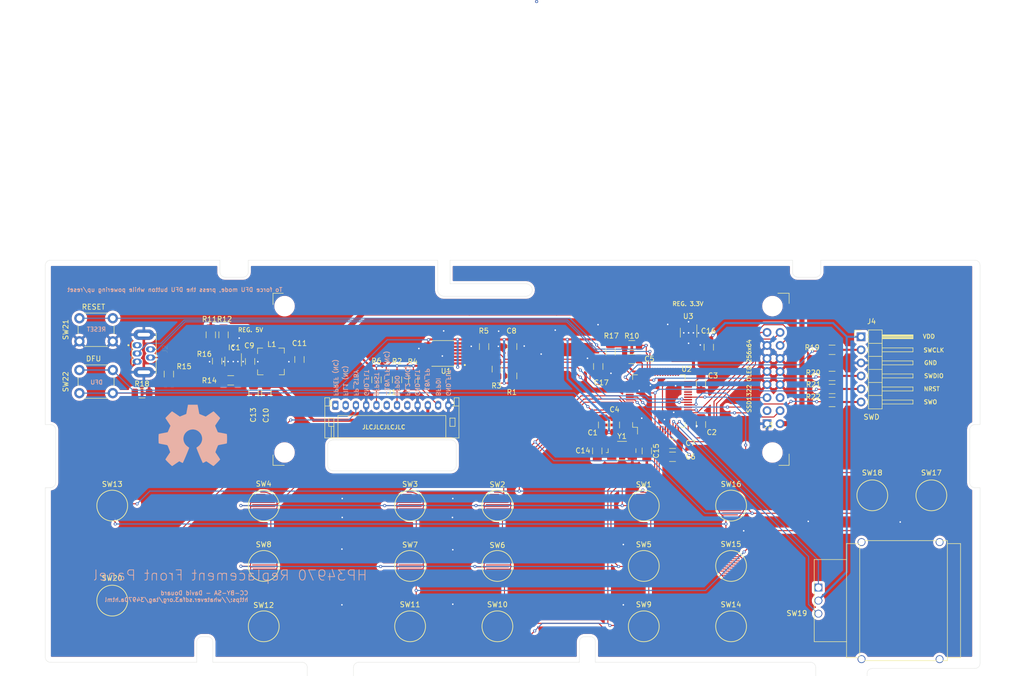
<source format=kicad_pcb>
(kicad_pcb (version 20171130) (host pcbnew 5.1.6+dfsg1-1~bpo10+1)

  (general
    (thickness 1.6002)
    (drawings 109)
    (tracks 756)
    (zones 0)
    (modules 67)
    (nets 79)
  )

  (page A4)
  (layers
    (0 Front signal)
    (31 Back signal)
    (34 B.Paste user)
    (35 F.Paste user)
    (36 B.SilkS user)
    (37 F.SilkS user)
    (38 B.Mask user)
    (39 F.Mask user)
    (40 Dwgs.User user)
    (44 Edge.Cuts user)
    (45 Margin user)
    (46 B.CrtYd user)
    (47 F.CrtYd user)
    (49 F.Fab user)
  )

  (setup
    (last_trace_width 0.4)
    (user_trace_width 0.15)
    (user_trace_width 0.2)
    (user_trace_width 0.4)
    (user_trace_width 0.6)
    (trace_clearance 0.127)
    (zone_clearance 0.508)
    (zone_45_only no)
    (trace_min 0.127)
    (via_size 0.6)
    (via_drill 0.3)
    (via_min_size 0.6)
    (via_min_drill 0.3)
    (user_via 0.6 0.3)
    (user_via 0.9 0.4)
    (uvia_size 0.6858)
    (uvia_drill 0.3302)
    (uvias_allowed no)
    (uvia_min_size 0.2)
    (uvia_min_drill 0.1)
    (edge_width 0.0381)
    (segment_width 0.254)
    (pcb_text_width 0.3048)
    (pcb_text_size 1.524 1.524)
    (mod_edge_width 0.1524)
    (mod_text_size 0.8128 0.8128)
    (mod_text_width 0.1524)
    (pad_size 1.524 1.524)
    (pad_drill 1.2)
    (pad_to_mask_clearance 0)
    (solder_mask_min_width 0.12)
    (aux_axis_origin 63.5 139.7)
    (visible_elements FFFFFF7F)
    (pcbplotparams
      (layerselection 0x010fc_ffffffff)
      (usegerberextensions false)
      (usegerberattributes true)
      (usegerberadvancedattributes true)
      (creategerberjobfile true)
      (excludeedgelayer true)
      (linewidth 0.100000)
      (plotframeref false)
      (viasonmask false)
      (mode 1)
      (useauxorigin false)
      (hpglpennumber 1)
      (hpglpenspeed 20)
      (hpglpendiameter 15.000000)
      (psnegative false)
      (psa4output false)
      (plotreference true)
      (plotvalue true)
      (plotinvisibletext false)
      (padsonsilk false)
      (subtractmaskfromsilk false)
      (outputformat 1)
      (mirror false)
      (drillshape 0)
      (scaleselection 1)
      (outputdirectory "gerber/"))
  )

  (net 0 "")
  (net 1 /-18V_FP)
  (net 2 /RST)
  (net 3 "Net-(C9-Pad2)")
  (net 4 "Net-(C9-Pad1)")
  (net 5 /FPREF)
  (net 6 /FIL1)
  (net 7 /FPSTBY)
  (net 8 /BFPRST)
  (net 9 /BFPDO)
  (net 10 /FIL2)
  (net 11 /+18V_FLT)
  (net 12 /BFPDI)
  (net 13 /D-)
  (net 14 "Net-(J2-Pad1)")
  (net 15 /D+)
  (net 16 /DSP_CS)
  (net 17 /DSP_DC)
  (net 18 "Net-(J3-Pad6)")
  (net 19 /DSP_DI)
  (net 20 /DSP_SCLK)
  (net 21 "Net-(J3-Pad3)")
  (net 22 /RXD)
  (net 23 "Net-(IC1-Pad3)")
  (net 24 /KP_R3)
  (net 25 /KP_C0)
  (net 26 /KP_R2)
  (net 27 /KP_R1)
  (net 28 /KP_R0)
  (net 29 /KP_C1)
  (net 30 /KP_C2)
  (net 31 /KP_C3)
  (net 32 /KP_C4)
  (net 33 /RE_A)
  (net 34 /RE_B)
  (net 35 /TXD)
  (net 36 "Net-(U2-Pad62)")
  (net 37 "Net-(U2-Pad54)")
  (net 38 "Net-(U2-Pad53)")
  (net 39 "Net-(U2-Pad52)")
  (net 40 "Net-(U2-Pad51)")
  (net 41 "Net-(U2-Pad43)")
  (net 42 "Net-(U2-Pad42)")
  (net 43 "Net-(U2-Pad41)")
  (net 44 "Net-(U2-Pad40)")
  (net 45 "Net-(U2-Pad39)")
  (net 46 "Net-(U2-Pad38)")
  (net 47 "Net-(U2-Pad37)")
  (net 48 "Net-(U2-Pad36)")
  (net 49 "Net-(U2-Pad35)")
  (net 50 "Net-(U2-Pad34)")
  (net 51 "Net-(U2-Pad33)")
  (net 52 "Net-(U2-Pad30)")
  (net 53 "Net-(U2-Pad29)")
  (net 54 /MISO)
  (net 55 "Net-(U2-Pad11)")
  (net 56 "Net-(U2-Pad4)")
  (net 57 "Net-(U2-Pad3)")
  (net 58 "Net-(U2-Pad2)")
  (net 59 "Net-(J2-Pad4)")
  (net 60 "Net-(IC1-Pad4)")
  (net 61 "Net-(C14-Pad1)")
  (net 62 "Net-(C15-Pad1)")
  (net 63 "Net-(U2-Pad28)")
  (net 64 "Net-(U2-Pad27)")
  (net 65 "Net-(R18-Pad1)")
  (net 66 /NRST)
  (net 67 "Net-(J4-Pad6)")
  (net 68 "Net-(J4-Pad5)")
  (net 69 "Net-(J4-Pad4)")
  (net 70 "Net-(J4-Pad2)")
  (net 71 /SWCLK)
  (net 72 /SWDIO)
  (net 73 /SWO)
  (net 74 GND)
  (net 75 /+3.3V)
  (net 76 /+5V)
  (net 77 /~DSP_RST)
  (net 78 "Net-(U3-Pad4)")

  (net_class Default "This is the default net class."
    (clearance 0.127)
    (trace_width 0.127)
    (via_dia 0.6)
    (via_drill 0.3)
    (uvia_dia 0.6858)
    (uvia_drill 0.3302)
    (diff_pair_width 0.1524)
    (diff_pair_gap 0.254)
    (add_net /+18V_FLT)
    (add_net /+3.3V)
    (add_net /+5V)
    (add_net /-18V_FP)
    (add_net /BFPDI)
    (add_net /BFPDO)
    (add_net /BFPRST)
    (add_net /D+)
    (add_net /D-)
    (add_net /DSP_CS)
    (add_net /DSP_DC)
    (add_net /DSP_DI)
    (add_net /DSP_SCLK)
    (add_net /FIL1)
    (add_net /FIL2)
    (add_net /FPREF)
    (add_net /FPSTBY)
    (add_net /KP_C0)
    (add_net /KP_C1)
    (add_net /KP_C2)
    (add_net /KP_C3)
    (add_net /KP_C4)
    (add_net /KP_R0)
    (add_net /KP_R1)
    (add_net /KP_R2)
    (add_net /KP_R3)
    (add_net /MISO)
    (add_net /NRST)
    (add_net /RE_A)
    (add_net /RE_B)
    (add_net /RST)
    (add_net /RXD)
    (add_net /SWCLK)
    (add_net /SWDIO)
    (add_net /SWO)
    (add_net /TXD)
    (add_net /~DSP_RST)
    (add_net GND)
    (add_net "Net-(C14-Pad1)")
    (add_net "Net-(C15-Pad1)")
    (add_net "Net-(C9-Pad1)")
    (add_net "Net-(C9-Pad2)")
    (add_net "Net-(IC1-Pad3)")
    (add_net "Net-(IC1-Pad4)")
    (add_net "Net-(J2-Pad1)")
    (add_net "Net-(J2-Pad4)")
    (add_net "Net-(J3-Pad3)")
    (add_net "Net-(J3-Pad6)")
    (add_net "Net-(J4-Pad2)")
    (add_net "Net-(J4-Pad4)")
    (add_net "Net-(J4-Pad5)")
    (add_net "Net-(J4-Pad6)")
    (add_net "Net-(R18-Pad1)")
    (add_net "Net-(U2-Pad11)")
    (add_net "Net-(U2-Pad2)")
    (add_net "Net-(U2-Pad27)")
    (add_net "Net-(U2-Pad28)")
    (add_net "Net-(U2-Pad29)")
    (add_net "Net-(U2-Pad3)")
    (add_net "Net-(U2-Pad30)")
    (add_net "Net-(U2-Pad33)")
    (add_net "Net-(U2-Pad34)")
    (add_net "Net-(U2-Pad35)")
    (add_net "Net-(U2-Pad36)")
    (add_net "Net-(U2-Pad37)")
    (add_net "Net-(U2-Pad38)")
    (add_net "Net-(U2-Pad39)")
    (add_net "Net-(U2-Pad4)")
    (add_net "Net-(U2-Pad40)")
    (add_net "Net-(U2-Pad41)")
    (add_net "Net-(U2-Pad42)")
    (add_net "Net-(U2-Pad43)")
    (add_net "Net-(U2-Pad51)")
    (add_net "Net-(U2-Pad52)")
    (add_net "Net-(U2-Pad53)")
    (add_net "Net-(U2-Pad54)")
    (add_net "Net-(U2-Pad62)")
    (add_net "Net-(U3-Pad4)")
  )

  (module Symbol:OSHW-Symbol_13.4x12mm_SilkScreen (layer Back) (tedit 0) (tstamp 5F6CFC2A)
    (at 92.202 95.5548 180)
    (descr "Open Source Hardware Symbol")
    (tags "Logo Symbol OSHW")
    (attr virtual)
    (fp_text reference REF** (at 0 0) (layer B.SilkS) hide
      (effects (font (size 1 1) (thickness 0.15)) (justify mirror))
    )
    (fp_text value OSHW-Symbol_13.4x12mm_SilkScreen (at 0.75 0) (layer B.Fab) hide
      (effects (font (size 1 1) (thickness 0.15)) (justify mirror))
    )
    (fp_poly (pts (xy 1.119803 5.09936) (xy 1.288676 4.203573) (xy 1.911796 3.946702) (xy 2.534916 3.689832)
      (xy 3.282453 4.198151) (xy 3.491802 4.339684) (xy 3.681043 4.466055) (xy 3.841343 4.571493)
      (xy 3.963874 4.65023) (xy 4.039802 4.696495) (xy 4.06048 4.706471) (xy 4.097731 4.680814)
      (xy 4.177332 4.609885) (xy 4.290361 4.502743) (xy 4.427895 4.36845) (xy 4.581012 4.216066)
      (xy 4.740789 4.054653) (xy 4.898305 3.89327) (xy 5.044637 3.740978) (xy 5.170863 3.606838)
      (xy 5.26806 3.499911) (xy 5.327307 3.429258) (xy 5.341471 3.405612) (xy 5.321087 3.362021)
      (xy 5.263941 3.266519) (xy 5.176041 3.12845) (xy 5.063396 2.957155) (xy 4.932013 2.761975)
      (xy 4.855882 2.650648) (xy 4.717118 2.447367) (xy 4.593811 2.263927) (xy 4.491945 2.109458)
      (xy 4.417501 1.993091) (xy 4.376461 1.923958) (xy 4.370294 1.90943) (xy 4.384274 1.86814)
      (xy 4.422382 1.771908) (xy 4.478867 1.634266) (xy 4.54798 1.468742) (xy 4.62397 1.288868)
      (xy 4.701089 1.108172) (xy 4.773585 0.940186) (xy 4.835709 0.79844) (xy 4.881712 0.696463)
      (xy 4.905843 0.647786) (xy 4.907267 0.64587) (xy 4.945158 0.636575) (xy 5.046069 0.61584)
      (xy 5.19954 0.585702) (xy 5.395112 0.548199) (xy 5.622325 0.505371) (xy 5.754891 0.480674)
      (xy 5.997679 0.434447) (xy 6.216974 0.39046) (xy 6.401681 0.351119) (xy 6.540705 0.318831)
      (xy 6.622952 0.296003) (xy 6.639485 0.28876) (xy 6.655678 0.239739) (xy 6.668744 0.129023)
      (xy 6.678691 -0.030438) (xy 6.685528 -0.2257) (xy 6.689264 -0.443814) (xy 6.689907 -0.671835)
      (xy 6.687468 -0.896815) (xy 6.681953 -1.105809) (xy 6.673374 -1.285868) (xy 6.661737 -1.424047)
      (xy 6.647052 -1.507398) (xy 6.638245 -1.52475) (xy 6.585599 -1.545548) (xy 6.474043 -1.575282)
      (xy 6.318335 -1.610459) (xy 6.133229 -1.647586) (xy 6.068613 -1.659597) (xy 5.757071 -1.716662)
      (xy 5.510976 -1.762618) (xy 5.322195 -1.799293) (xy 5.182598 -1.828513) (xy 5.084052 -1.852104)
      (xy 5.018426 -1.871892) (xy 4.977589 -1.889706) (xy 4.953409 -1.90737) (xy 4.950026 -1.910861)
      (xy 4.916255 -1.9671) (xy 4.864737 -2.076547) (xy 4.800617 -2.2258) (xy 4.729039 -2.401459)
      (xy 4.655146 -2.590121) (xy 4.584083 -2.778385) (xy 4.520993 -2.952848) (xy 4.471021 -3.100108)
      (xy 4.439312 -3.206764) (xy 4.431008 -3.259413) (xy 4.4317 -3.261257) (xy 4.459836 -3.304292)
      (xy 4.523665 -3.398978) (xy 4.61648 -3.53546) (xy 4.731573 -3.703882) (xy 4.862237 -3.89439)
      (xy 4.899448 -3.948529) (xy 5.032129 -4.144804) (xy 5.148883 -4.323886) (xy 5.243349 -4.475492)
      (xy 5.309168 -4.589338) (xy 5.339978 -4.655141) (xy 5.341471 -4.663225) (xy 5.315584 -4.705715)
      (xy 5.244054 -4.789891) (xy 5.136076 -4.906705) (xy 5.000846 -5.04711) (xy 4.847558 -5.202061)
      (xy 4.685409 -5.362509) (xy 4.523593 -5.519409) (xy 4.371306 -5.663713) (xy 4.237743 -5.786376)
      (xy 4.1321 -5.87835) (xy 4.063572 -5.930589) (xy 4.044614 -5.939118) (xy 4.000487 -5.919029)
      (xy 3.910142 -5.864849) (xy 3.788295 -5.785704) (xy 3.694546 -5.722001) (xy 3.524678 -5.60511)
      (xy 3.323512 -5.467476) (xy 3.121733 -5.330063) (xy 3.01325 -5.256519) (xy 2.646058 -5.008155)
      (xy 2.337826 -5.174813) (xy 2.197404 -5.247822) (xy 2.077996 -5.304571) (xy 1.997202 -5.336937)
      (xy 1.976636 -5.341441) (xy 1.951906 -5.308189) (xy 1.903118 -5.214224) (xy 1.833913 -5.068213)
      (xy 1.747935 -4.878824) (xy 1.648824 -4.654724) (xy 1.540224 -4.404581) (xy 1.425775 -4.137063)
      (xy 1.30912 -3.860836) (xy 1.193901 -3.584568) (xy 1.08376 -3.316927) (xy 0.982339 -3.06658)
      (xy 0.89328 -2.842195) (xy 0.820225 -2.652439) (xy 0.766816 -2.50598) (xy 0.736695 -2.411485)
      (xy 0.731851 -2.379031) (xy 0.770245 -2.337636) (xy 0.854308 -2.270438) (xy 0.966467 -2.1914)
      (xy 0.975881 -2.185147) (xy 1.265768 -1.953103) (xy 1.499512 -1.682386) (xy 1.675087 -1.381653)
      (xy 1.790469 -1.059561) (xy 1.84363 -0.724765) (xy 1.832547 -0.385922) (xy 1.755192 -0.051688)
      (xy 1.60954 0.269281) (xy 1.566688 0.339505) (xy 1.343802 0.623073) (xy 1.080491 0.850782)
      (xy 0.785865 1.021449) (xy 0.469041 1.133888) (xy 0.13913 1.186917) (xy -0.194754 1.179349)
      (xy -0.523497 1.110002) (xy -0.837986 0.977691) (xy -1.129107 0.781232) (xy -1.21916 0.701494)
      (xy -1.448347 0.451892) (xy -1.615354 0.189132) (xy -1.729915 -0.105399) (xy -1.793719 -0.397075)
      (xy -1.80947 -0.725012) (xy -1.756949 -1.054577) (xy -1.64149 -1.37463) (xy -1.468429 -1.674032)
      (xy -1.243101 -1.941643) (xy -0.97084 -2.166325) (xy -0.935058 -2.190008) (xy -0.821698 -2.267568)
      (xy -0.735522 -2.334768) (xy -0.694323 -2.377675) (xy -0.693724 -2.379031) (xy -0.702569 -2.425446)
      (xy -0.737631 -2.530786) (xy -0.795267 -2.686388) (xy -0.871834 -2.883584) (xy -0.963686 -3.11371)
      (xy -1.067183 -3.368101) (xy -1.178679 -3.63809) (xy -1.294532 -3.915012) (xy -1.411097 -4.190201)
      (xy -1.524733 -4.454993) (xy -1.631794 -4.700721) (xy -1.728638 -4.918721) (xy -1.811621 -5.100326)
      (xy -1.877099 -5.236871) (xy -1.921431 -5.31969) (xy -1.939283 -5.341441) (xy -1.993834 -5.324504)
      (xy -2.095905 -5.279077) (xy -2.227895 -5.21328) (xy -2.300474 -5.174813) (xy -2.608705 -5.008155)
      (xy -2.975897 -5.256519) (xy -3.16334 -5.383754) (xy -3.368557 -5.523773) (xy -3.560867 -5.655612)
      (xy -3.657193 -5.722001) (xy -3.792673 -5.812976) (xy -3.907393 -5.885071) (xy -3.986388 -5.929154)
      (xy -4.012046 -5.938473) (xy -4.049391 -5.913334) (xy -4.132042 -5.843154) (xy -4.251985 -5.73522)
      (xy -4.401209 -5.596818) (xy -4.571699 -5.435235) (xy -4.679526 -5.331488) (xy -4.868172 -5.146135)
      (xy -5.031205 -4.980351) (xy -5.162032 -4.841227) (xy -5.254065 -4.735856) (xy -5.300713 -4.671329)
      (xy -5.305188 -4.658234) (xy -5.28442 -4.608425) (xy -5.227031 -4.507713) (xy -5.139387 -4.366295)
      (xy -5.027854 -4.194367) (xy -4.898797 -4.002124) (xy -4.862096 -3.948529) (xy -4.728368 -3.753733)
      (xy -4.608393 -3.578353) (xy -4.508879 -3.432243) (xy -4.436533 -3.325258) (xy -4.398064 -3.267255)
      (xy -4.394347 -3.261257) (xy -4.399905 -3.215032) (xy -4.429407 -3.113398) (xy -4.477709 -2.969758)
      (xy -4.539667 -2.797514) (xy -4.610137 -2.610066) (xy -4.683975 -2.420818) (xy -4.756037 -2.243171)
      (xy -4.821178 -2.090527) (xy -4.874255 -1.976288) (xy -4.910123 -1.913856) (xy -4.912673 -1.910861)
      (xy -4.934606 -1.893019) (xy -4.971652 -1.875374) (xy -5.031941 -1.856101) (xy -5.123604 -1.833374)
      (xy -5.254774 -1.805364) (xy -5.433582 -1.770247) (xy -5.668158 -1.726195) (xy -5.966635 -1.671382)
      (xy -6.03126 -1.659597) (xy -6.222794 -1.622591) (xy -6.389769 -1.586389) (xy -6.517432 -1.554485)
      (xy -6.591024 -1.530372) (xy -6.600892 -1.52475) (xy -6.617153 -1.47491) (xy -6.63037 -1.363532)
      (xy -6.640536 -1.203563) (xy -6.64764 -1.00795) (xy -6.651674 -0.78964) (xy -6.65263 -0.561579)
      (xy -6.650498 -0.336714) (xy -6.645269 -0.127991) (xy -6.636935 0.051642) (xy -6.625487 0.189238)
      (xy -6.610916 0.271852) (xy -6.602132 0.28876) (xy -6.55323 0.305816) (xy -6.441873 0.333564)
      (xy -6.279156 0.369597) (xy -6.076174 0.411507) (xy -5.844021 0.456889) (xy -5.717538 0.480674)
      (xy -5.477555 0.525535) (xy -5.263549 0.566175) (xy -5.085978 0.600554) (xy -4.955302 0.626635)
      (xy -4.881982 0.642379) (xy -4.869915 0.64587) (xy -4.849519 0.685221) (xy -4.806406 0.780007)
      (xy -4.746321 0.916685) (xy -4.675013 1.081714) (xy -4.598227 1.261553) (xy -4.52171 1.44266)
      (xy -4.45121 1.611493) (xy -4.392473 1.754512) (xy -4.351246 1.858174) (xy -4.333276 1.908939)
      (xy -4.332941 1.911158) (xy -4.353313 1.951204) (xy -4.410427 2.043361) (xy -4.498279 2.178467)
      (xy -4.610867 2.347365) (xy -4.742189 2.540895) (xy -4.818529 2.652059) (xy -4.957636 2.855884)
      (xy -5.081188 3.040937) (xy -5.183158 3.197854) (xy -5.257517 3.317276) (xy -5.298237 3.38984)
      (xy -5.304118 3.406107) (xy -5.278837 3.44397) (xy -5.208948 3.524814) (xy -5.103377 3.639581)
      (xy -4.971052 3.779215) (xy -4.820901 3.934658) (xy -4.661852 4.096854) (xy -4.502833 4.256746)
      (xy -4.352771 4.405276) (xy -4.220594 4.533387) (xy -4.11523 4.632023) (xy -4.045607 4.692127)
      (xy -4.022315 4.706471) (xy -3.98439 4.686301) (xy -3.893683 4.629637) (xy -3.759011 4.542247)
      (xy -3.589195 4.4299) (xy -3.393054 4.298362) (xy -3.2451 4.198151) (xy -2.497564 3.689832)
      (xy -1.874444 3.946702) (xy -1.251324 4.203573) (xy -0.913576 5.995147) (xy 0.950929 5.995147)
      (xy 1.119803 5.09936)) (layer B.SilkS) (width 0.01))
  )

  (module hp34970:contact2 (layer Front) (tedit 5F668F76) (tstamp 5F5E7117)
    (at 197 109.2)
    (path /5F49CA2C)
    (fp_text reference SW16 (at 0 -4.171) (layer F.SilkS)
      (effects (font (size 1 1) (thickness 0.15)))
    )
    (fp_text value SW_Push_45deg (at 0 3.375) (layer F.Fab)
      (effects (font (size 1 1) (thickness 0.15)))
    )
    (fp_circle (center 0 0) (end 0 3) (layer F.SilkS) (width 0.15))
    (fp_circle (center 0 0) (end 3.3 -0.1) (layer F.CrtYd) (width 0.12))
    (fp_line (start 0 -1.8) (end 0 1.8) (layer F.Fab) (width 0.12))
    (fp_line (start -1.8 0) (end 1.8 0) (layer F.Fab) (width 0.12))
    (pad 2 smd custom (at 0 -0.2 180) (size 0.18 0.18) (layers Front F.Mask)
      (net 28 /KP_R0) (zone_connect 0)
      (options (clearance outline) (anchor circle))
      (primitives
        (gr_arc (start 0 -0.2) (end 0 2.4) (angle 147.8) (width 0.2))
        (gr_line (start 0.6 2.4) (end 0 2.4) (width 0.18))
        (gr_line (start 1.265 1.6) (end -1.8762 1.6) (width 0.18))
        (gr_line (start 1.9596 0.8) (end -2.4 0.8) (width 0.18))
        (gr_line (start 2.1879 0) (end -2.5923 0) (width 0.18))
        (gr_line (start 2.1166 -0.8) (end -2.5298 -0.8) (width 0.18))
        (gr_line (start 1.6497 -1.6) (end -2.1909 -1.6) (width 0.18))
        (gr_line (start 0.2471 -2.4) (end -1.3856 -2.4) (width 0.18))
      ))
    (pad 1 smd custom (at 0 0.2) (size 0.18 0.18) (layers Front F.Mask)
      (net 31 /KP_C3) (zone_connect 0)
      (options (clearance outline) (anchor circle))
      (primitives
        (gr_arc (start 0 -0.2) (end 0 2.4) (angle 147.8) (width 0.2))
        (gr_line (start 0.6 2.4) (end 0 2.4) (width 0.18))
        (gr_line (start 1.265 1.6) (end -1.8762 1.6) (width 0.18))
        (gr_line (start 1.9596 0.8) (end -2.4 0.8) (width 0.18))
        (gr_line (start 2.1879 0) (end -2.5923 0) (width 0.18))
        (gr_line (start 2.1166 -0.8) (end -2.5298 -0.8) (width 0.18))
        (gr_line (start 1.6497 -1.6) (end -2.1909 -1.6) (width 0.18))
        (gr_line (start 0.2471 -2.4) (end -1.3856 -2.4) (width 0.18))
      ))
  )

  (module Package_TO_SOT_SMD:SOT-23-5 (layer Front) (tedit 5A02FF57) (tstamp 5F66BE85)
    (at 188.722 75.522 270)
    (descr "5-pin SOT23 package")
    (tags SOT-23-5)
    (path /5F9D8874)
    (attr smd)
    (fp_text reference U3 (at -3.1955 0.0635 180) (layer F.SilkS)
      (effects (font (size 1 1) (thickness 0.15)))
    )
    (fp_text value MCP1811AT-033_OT (at 0 2.9 90) (layer F.Fab)
      (effects (font (size 1 1) (thickness 0.15)))
    )
    (fp_line (start 0.9 -1.55) (end 0.9 1.55) (layer F.Fab) (width 0.1))
    (fp_line (start 0.9 1.55) (end -0.9 1.55) (layer F.Fab) (width 0.1))
    (fp_line (start -0.9 -0.9) (end -0.9 1.55) (layer F.Fab) (width 0.1))
    (fp_line (start 0.9 -1.55) (end -0.25 -1.55) (layer F.Fab) (width 0.1))
    (fp_line (start -0.9 -0.9) (end -0.25 -1.55) (layer F.Fab) (width 0.1))
    (fp_line (start -1.9 1.8) (end -1.9 -1.8) (layer F.CrtYd) (width 0.05))
    (fp_line (start 1.9 1.8) (end -1.9 1.8) (layer F.CrtYd) (width 0.05))
    (fp_line (start 1.9 -1.8) (end 1.9 1.8) (layer F.CrtYd) (width 0.05))
    (fp_line (start -1.9 -1.8) (end 1.9 -1.8) (layer F.CrtYd) (width 0.05))
    (fp_line (start 0.9 -1.61) (end -1.55 -1.61) (layer F.SilkS) (width 0.12))
    (fp_line (start -0.9 1.61) (end 0.9 1.61) (layer F.SilkS) (width 0.12))
    (fp_text user %R (at 0 0) (layer F.Fab)
      (effects (font (size 0.5 0.5) (thickness 0.075)))
    )
    (pad 5 smd rect (at 1.1 -0.95 270) (size 1.06 0.65) (layers Front F.Paste F.Mask)
      (net 75 /+3.3V))
    (pad 4 smd rect (at 1.1 0.95 270) (size 1.06 0.65) (layers Front F.Paste F.Mask)
      (net 78 "Net-(U3-Pad4)"))
    (pad 3 smd rect (at -1.1 0.95 270) (size 1.06 0.65) (layers Front F.Paste F.Mask)
      (net 76 /+5V))
    (pad 2 smd rect (at -1.1 0 270) (size 1.06 0.65) (layers Front F.Paste F.Mask)
      (net 74 GND))
    (pad 1 smd rect (at -1.1 -0.95 270) (size 1.06 0.65) (layers Front F.Paste F.Mask)
      (net 76 /+5V))
    (model ${KISYS3DMOD}/Package_TO_SOT_SMD.3dshapes/SOT-23-5.wrl
      (at (xyz 0 0 0))
      (scale (xyz 1 1 1))
      (rotate (xyz 0 0 0))
    )
  )

  (module hp34970:SOP65P640X120-14N (layer Front) (tedit 5F665E8C) (tstamp 5F686984)
    (at 140.9065 79.5655 180)
    (path /5F848A98)
    (fp_text reference U1 (at -0.595 -3.435) (layer F.SilkS)
      (effects (font (size 1 1) (thickness 0.15)))
    )
    (fp_text value LSF0204PWR (at 7.025 3.435) (layer F.Fab)
      (effects (font (size 1 1) (thickness 0.015)))
    )
    (fp_line (start 3.905 -2.75) (end 3.905 2.75) (layer F.CrtYd) (width 0.05))
    (fp_line (start -3.905 -2.75) (end -3.905 2.75) (layer F.CrtYd) (width 0.05))
    (fp_line (start -3.905 2.75) (end 3.905 2.75) (layer F.CrtYd) (width 0.05))
    (fp_line (start -3.905 -2.75) (end 3.905 -2.75) (layer F.CrtYd) (width 0.05))
    (fp_line (start 2.2 -2.5) (end 2.2 2.5) (layer F.Fab) (width 0.127))
    (fp_line (start -2.2 -2.5) (end -2.2 2.5) (layer F.Fab) (width 0.127))
    (fp_line (start -2.2 2.5) (end 2.2 2.5) (layer F.SilkS) (width 0.127))
    (fp_line (start -2.2 -2.5) (end 2.2 -2.5) (layer F.SilkS) (width 0.127))
    (fp_line (start -2.2 2.5) (end 2.2 2.5) (layer F.Fab) (width 0.127))
    (fp_line (start -2.2 -2.5) (end 2.2 -2.5) (layer F.Fab) (width 0.127))
    (fp_circle (center -4.24 -2.26) (end -4.14 -2.26) (layer F.Fab) (width 0.2))
    (fp_circle (center -4.24 -2.26) (end -4.14 -2.26) (layer F.SilkS) (width 0.2))
    (pad 1 smd rect (at -2.87 -1.95 180) (size 1.57 0.41) (layers Front F.Paste F.Mask)
      (net 75 /+3.3V))
    (pad 2 smd rect (at -2.87 -1.3 180) (size 1.57 0.41) (layers Front F.Paste F.Mask)
      (net 35 /TXD))
    (pad 3 smd rect (at -2.87 -0.65 180) (size 1.57 0.41) (layers Front F.Paste F.Mask)
      (net 22 /RXD))
    (pad 4 smd rect (at -2.87 0 180) (size 1.57 0.41) (layers Front F.Paste F.Mask)
      (net 2 /RST))
    (pad 5 smd rect (at -2.87 0.65 180) (size 1.57 0.41) (layers Front F.Paste F.Mask)
      (net 74 GND))
    (pad 6 smd rect (at -2.87 1.3 180) (size 1.57 0.41) (layers Front F.Paste F.Mask))
    (pad 7 smd rect (at -2.87 1.95 180) (size 1.57 0.41) (layers Front F.Paste F.Mask)
      (net 74 GND))
    (pad 8 smd rect (at 2.87 1.95 180) (size 1.57 0.41) (layers Front F.Paste F.Mask)
      (net 75 /+3.3V))
    (pad 9 smd rect (at 2.87 1.3 180) (size 1.57 0.41) (layers Front F.Paste F.Mask))
    (pad 10 smd rect (at 2.87 0.65 180) (size 1.57 0.41) (layers Front F.Paste F.Mask)
      (net 74 GND))
    (pad 11 smd rect (at 2.87 0 180) (size 1.57 0.41) (layers Front F.Paste F.Mask)
      (net 8 /BFPRST))
    (pad 12 smd rect (at 2.87 -0.65 180) (size 1.57 0.41) (layers Front F.Paste F.Mask)
      (net 9 /BFPDO))
    (pad 13 smd rect (at 2.87 -1.3 180) (size 1.57 0.41) (layers Front F.Paste F.Mask)
      (net 12 /BFPDI))
    (pad 14 smd rect (at 2.87 -1.95 180) (size 1.57 0.41) (layers Front F.Paste F.Mask)
      (net 76 /+5V))
  )

  (module Resistor_SMD:R_1206_3216Metric (layer Front) (tedit 5B301BBD) (tstamp 5F66B9F6)
    (at 127.9525 84.709 90)
    (descr "Resistor SMD 1206 (3216 Metric), square (rectangular) end terminal, IPC_7351 nominal, (Body size source: http://www.tortai-tech.com/upload/download/2011102023233369053.pdf), generated with kicad-footprint-generator")
    (tags resistor)
    (path /5FCCD96D)
    (attr smd)
    (fp_text reference R6 (at 3.683 0 180) (layer F.SilkS)
      (effects (font (size 1 1) (thickness 0.15)))
    )
    (fp_text value 1k5 (at 0 1.82 90) (layer F.Fab)
      (effects (font (size 1 1) (thickness 0.15)))
    )
    (fp_line (start 2.28 1.12) (end -2.28 1.12) (layer F.CrtYd) (width 0.05))
    (fp_line (start 2.28 -1.12) (end 2.28 1.12) (layer F.CrtYd) (width 0.05))
    (fp_line (start -2.28 -1.12) (end 2.28 -1.12) (layer F.CrtYd) (width 0.05))
    (fp_line (start -2.28 1.12) (end -2.28 -1.12) (layer F.CrtYd) (width 0.05))
    (fp_line (start -0.602064 0.91) (end 0.602064 0.91) (layer F.SilkS) (width 0.12))
    (fp_line (start -0.602064 -0.91) (end 0.602064 -0.91) (layer F.SilkS) (width 0.12))
    (fp_line (start 1.6 0.8) (end -1.6 0.8) (layer F.Fab) (width 0.1))
    (fp_line (start 1.6 -0.8) (end 1.6 0.8) (layer F.Fab) (width 0.1))
    (fp_line (start -1.6 -0.8) (end 1.6 -0.8) (layer F.Fab) (width 0.1))
    (fp_line (start -1.6 0.8) (end -1.6 -0.8) (layer F.Fab) (width 0.1))
    (fp_text user %R (at 0 0 90) (layer F.Fab)
      (effects (font (size 0.8 0.8) (thickness 0.12)))
    )
    (pad 2 smd roundrect (at 1.4 0 90) (size 1.25 1.75) (layers Front F.Paste F.Mask) (roundrect_rratio 0.2)
      (net 76 /+5V))
    (pad 1 smd roundrect (at -1.4 0 90) (size 1.25 1.75) (layers Front F.Paste F.Mask) (roundrect_rratio 0.2)
      (net 8 /BFPRST))
    (model ${KISYS3DMOD}/Resistor_SMD.3dshapes/R_1206_3216Metric.wrl
      (at (xyz 0 0 0))
      (scale (xyz 1 1 1))
      (rotate (xyz 0 0 0))
    )
  )

  (module Resistor_SMD:R_1206_3216Metric (layer Front) (tedit 5B301BBD) (tstamp 5F66B9E5)
    (at 148.9075 78.235 270)
    (descr "Resistor SMD 1206 (3216 Metric), square (rectangular) end terminal, IPC_7351 nominal, (Body size source: http://www.tortai-tech.com/upload/download/2011102023233369053.pdf), generated with kicad-footprint-generator")
    (tags resistor)
    (path /5FCCD2CA)
    (attr smd)
    (fp_text reference R5 (at -3.051 0.0635 180) (layer F.SilkS)
      (effects (font (size 1 1) (thickness 0.15)))
    )
    (fp_text value 1k (at 0 1.82 90) (layer F.Fab)
      (effects (font (size 1 1) (thickness 0.15)))
    )
    (fp_line (start 2.28 1.12) (end -2.28 1.12) (layer F.CrtYd) (width 0.05))
    (fp_line (start 2.28 -1.12) (end 2.28 1.12) (layer F.CrtYd) (width 0.05))
    (fp_line (start -2.28 -1.12) (end 2.28 -1.12) (layer F.CrtYd) (width 0.05))
    (fp_line (start -2.28 1.12) (end -2.28 -1.12) (layer F.CrtYd) (width 0.05))
    (fp_line (start -0.602064 0.91) (end 0.602064 0.91) (layer F.SilkS) (width 0.12))
    (fp_line (start -0.602064 -0.91) (end 0.602064 -0.91) (layer F.SilkS) (width 0.12))
    (fp_line (start 1.6 0.8) (end -1.6 0.8) (layer F.Fab) (width 0.1))
    (fp_line (start 1.6 -0.8) (end 1.6 0.8) (layer F.Fab) (width 0.1))
    (fp_line (start -1.6 -0.8) (end 1.6 -0.8) (layer F.Fab) (width 0.1))
    (fp_line (start -1.6 0.8) (end -1.6 -0.8) (layer F.Fab) (width 0.1))
    (fp_text user %R (at 0 0 90) (layer F.Fab)
      (effects (font (size 0.8 0.8) (thickness 0.12)))
    )
    (pad 2 smd roundrect (at 1.4 0 270) (size 1.25 1.75) (layers Front F.Paste F.Mask) (roundrect_rratio 0.2)
      (net 2 /RST))
    (pad 1 smd roundrect (at -1.4 0 270) (size 1.25 1.75) (layers Front F.Paste F.Mask) (roundrect_rratio 0.2)
      (net 75 /+3.3V))
    (model ${KISYS3DMOD}/Resistor_SMD.3dshapes/R_1206_3216Metric.wrl
      (at (xyz 0 0 0))
      (scale (xyz 1 1 1))
      (rotate (xyz 0 0 0))
    )
  )

  (module Resistor_SMD:R_1206_3216Metric (layer Front) (tedit 5B301BBD) (tstamp 5F66B9D4)
    (at 131.953 84.706 90)
    (descr "Resistor SMD 1206 (3216 Metric), square (rectangular) end terminal, IPC_7351 nominal, (Body size source: http://www.tortai-tech.com/upload/download/2011102023233369053.pdf), generated with kicad-footprint-generator")
    (tags resistor)
    (path /5FC2C29F)
    (attr smd)
    (fp_text reference R2 (at 3.6165 0 180) (layer F.SilkS)
      (effects (font (size 1 1) (thickness 0.15)))
    )
    (fp_text value 1k5 (at 0 1.82 90) (layer F.Fab)
      (effects (font (size 1 1) (thickness 0.15)))
    )
    (fp_line (start 2.28 1.12) (end -2.28 1.12) (layer F.CrtYd) (width 0.05))
    (fp_line (start 2.28 -1.12) (end 2.28 1.12) (layer F.CrtYd) (width 0.05))
    (fp_line (start -2.28 -1.12) (end 2.28 -1.12) (layer F.CrtYd) (width 0.05))
    (fp_line (start -2.28 1.12) (end -2.28 -1.12) (layer F.CrtYd) (width 0.05))
    (fp_line (start -0.602064 0.91) (end 0.602064 0.91) (layer F.SilkS) (width 0.12))
    (fp_line (start -0.602064 -0.91) (end 0.602064 -0.91) (layer F.SilkS) (width 0.12))
    (fp_line (start 1.6 0.8) (end -1.6 0.8) (layer F.Fab) (width 0.1))
    (fp_line (start 1.6 -0.8) (end 1.6 0.8) (layer F.Fab) (width 0.1))
    (fp_line (start -1.6 -0.8) (end 1.6 -0.8) (layer F.Fab) (width 0.1))
    (fp_line (start -1.6 0.8) (end -1.6 -0.8) (layer F.Fab) (width 0.1))
    (fp_text user %R (at 0 0 90) (layer F.Fab)
      (effects (font (size 0.8 0.8) (thickness 0.12)))
    )
    (pad 2 smd roundrect (at 1.4 0 90) (size 1.25 1.75) (layers Front F.Paste F.Mask) (roundrect_rratio 0.2)
      (net 76 /+5V))
    (pad 1 smd roundrect (at -1.4 0 90) (size 1.25 1.75) (layers Front F.Paste F.Mask) (roundrect_rratio 0.2)
      (net 9 /BFPDO))
    (model ${KISYS3DMOD}/Resistor_SMD.3dshapes/R_1206_3216Metric.wrl
      (at (xyz 0 0 0))
      (scale (xyz 1 1 1))
      (rotate (xyz 0 0 0))
    )
  )

  (module Resistor_SMD:R_1206_3216Metric (layer Front) (tedit 5B301BBD) (tstamp 5F66B9C3)
    (at 151.384 82.6165 90)
    (descr "Resistor SMD 1206 (3216 Metric), square (rectangular) end terminal, IPC_7351 nominal, (Body size source: http://www.tortai-tech.com/upload/download/2011102023233369053.pdf), generated with kicad-footprint-generator")
    (tags resistor)
    (path /5FB83AE6)
    (attr smd)
    (fp_text reference R3 (at -3.2355 -0.0635 180) (layer F.SilkS)
      (effects (font (size 1 1) (thickness 0.15)))
    )
    (fp_text value 1k (at 0 1.82 90) (layer F.Fab)
      (effects (font (size 1 1) (thickness 0.15)))
    )
    (fp_line (start 2.28 1.12) (end -2.28 1.12) (layer F.CrtYd) (width 0.05))
    (fp_line (start 2.28 -1.12) (end 2.28 1.12) (layer F.CrtYd) (width 0.05))
    (fp_line (start -2.28 -1.12) (end 2.28 -1.12) (layer F.CrtYd) (width 0.05))
    (fp_line (start -2.28 1.12) (end -2.28 -1.12) (layer F.CrtYd) (width 0.05))
    (fp_line (start -0.602064 0.91) (end 0.602064 0.91) (layer F.SilkS) (width 0.12))
    (fp_line (start -0.602064 -0.91) (end 0.602064 -0.91) (layer F.SilkS) (width 0.12))
    (fp_line (start 1.6 0.8) (end -1.6 0.8) (layer F.Fab) (width 0.1))
    (fp_line (start 1.6 -0.8) (end 1.6 0.8) (layer F.Fab) (width 0.1))
    (fp_line (start -1.6 -0.8) (end 1.6 -0.8) (layer F.Fab) (width 0.1))
    (fp_line (start -1.6 0.8) (end -1.6 -0.8) (layer F.Fab) (width 0.1))
    (fp_text user %R (at 0 0 90) (layer F.Fab)
      (effects (font (size 0.8 0.8) (thickness 0.12)))
    )
    (pad 2 smd roundrect (at 1.4 0 90) (size 1.25 1.75) (layers Front F.Paste F.Mask) (roundrect_rratio 0.2)
      (net 22 /RXD))
    (pad 1 smd roundrect (at -1.4 0 90) (size 1.25 1.75) (layers Front F.Paste F.Mask) (roundrect_rratio 0.2)
      (net 75 /+3.3V))
    (model ${KISYS3DMOD}/Resistor_SMD.3dshapes/R_1206_3216Metric.wrl
      (at (xyz 0 0 0))
      (scale (xyz 1 1 1))
      (rotate (xyz 0 0 0))
    )
  )

  (module Resistor_SMD:R_1206_3216Metric (layer Front) (tedit 5B301BBD) (tstamp 5F678E1F)
    (at 135.128 84.706 90)
    (descr "Resistor SMD 1206 (3216 Metric), square (rectangular) end terminal, IPC_7351 nominal, (Body size source: http://www.tortai-tech.com/upload/download/2011102023233369053.pdf), generated with kicad-footprint-generator")
    (tags resistor)
    (path /5FC2BBCE)
    (attr smd)
    (fp_text reference R4 (at 3.553 -0.127 180) (layer F.SilkS)
      (effects (font (size 1 1) (thickness 0.15)))
    )
    (fp_text value 1k5 (at 0 1.82 90) (layer F.Fab)
      (effects (font (size 1 1) (thickness 0.15)))
    )
    (fp_line (start 2.28 1.12) (end -2.28 1.12) (layer F.CrtYd) (width 0.05))
    (fp_line (start 2.28 -1.12) (end 2.28 1.12) (layer F.CrtYd) (width 0.05))
    (fp_line (start -2.28 -1.12) (end 2.28 -1.12) (layer F.CrtYd) (width 0.05))
    (fp_line (start -2.28 1.12) (end -2.28 -1.12) (layer F.CrtYd) (width 0.05))
    (fp_line (start -0.602064 0.91) (end 0.602064 0.91) (layer F.SilkS) (width 0.12))
    (fp_line (start -0.602064 -0.91) (end 0.602064 -0.91) (layer F.SilkS) (width 0.12))
    (fp_line (start 1.6 0.8) (end -1.6 0.8) (layer F.Fab) (width 0.1))
    (fp_line (start 1.6 -0.8) (end 1.6 0.8) (layer F.Fab) (width 0.1))
    (fp_line (start -1.6 -0.8) (end 1.6 -0.8) (layer F.Fab) (width 0.1))
    (fp_line (start -1.6 0.8) (end -1.6 -0.8) (layer F.Fab) (width 0.1))
    (fp_text user %R (at 0 0 90) (layer F.Fab)
      (effects (font (size 0.8 0.8) (thickness 0.12)))
    )
    (pad 2 smd roundrect (at 1.4 0 90) (size 1.25 1.75) (layers Front F.Paste F.Mask) (roundrect_rratio 0.2)
      (net 76 /+5V))
    (pad 1 smd roundrect (at -1.4 0 90) (size 1.25 1.75) (layers Front F.Paste F.Mask) (roundrect_rratio 0.2)
      (net 12 /BFPDI))
    (model ${KISYS3DMOD}/Resistor_SMD.3dshapes/R_1206_3216Metric.wrl
      (at (xyz 0 0 0))
      (scale (xyz 1 1 1))
      (rotate (xyz 0 0 0))
    )
  )

  (module Resistor_SMD:R_1206_3216Metric (layer Front) (tedit 5B301BBD) (tstamp 5F675721)
    (at 154.3685 83.95 90)
    (descr "Resistor SMD 1206 (3216 Metric), square (rectangular) end terminal, IPC_7351 nominal, (Body size source: http://www.tortai-tech.com/upload/download/2011102023233369053.pdf), generated with kicad-footprint-generator")
    (tags resistor)
    (path /5FB82B7D)
    (attr smd)
    (fp_text reference R1 (at -3.172 -0.0635 180) (layer F.SilkS)
      (effects (font (size 1 1) (thickness 0.15)))
    )
    (fp_text value 1k (at 0 1.82 90) (layer F.Fab)
      (effects (font (size 1 1) (thickness 0.15)))
    )
    (fp_line (start 2.28 1.12) (end -2.28 1.12) (layer F.CrtYd) (width 0.05))
    (fp_line (start 2.28 -1.12) (end 2.28 1.12) (layer F.CrtYd) (width 0.05))
    (fp_line (start -2.28 -1.12) (end 2.28 -1.12) (layer F.CrtYd) (width 0.05))
    (fp_line (start -2.28 1.12) (end -2.28 -1.12) (layer F.CrtYd) (width 0.05))
    (fp_line (start -0.602064 0.91) (end 0.602064 0.91) (layer F.SilkS) (width 0.12))
    (fp_line (start -0.602064 -0.91) (end 0.602064 -0.91) (layer F.SilkS) (width 0.12))
    (fp_line (start 1.6 0.8) (end -1.6 0.8) (layer F.Fab) (width 0.1))
    (fp_line (start 1.6 -0.8) (end 1.6 0.8) (layer F.Fab) (width 0.1))
    (fp_line (start -1.6 -0.8) (end 1.6 -0.8) (layer F.Fab) (width 0.1))
    (fp_line (start -1.6 0.8) (end -1.6 -0.8) (layer F.Fab) (width 0.1))
    (fp_text user %R (at 0 0 90) (layer F.Fab)
      (effects (font (size 0.8 0.8) (thickness 0.12)))
    )
    (pad 2 smd roundrect (at 1.4 0 90) (size 1.25 1.75) (layers Front F.Paste F.Mask) (roundrect_rratio 0.2)
      (net 35 /TXD))
    (pad 1 smd roundrect (at -1.4 0 90) (size 1.25 1.75) (layers Front F.Paste F.Mask) (roundrect_rratio 0.2)
      (net 75 /+3.3V))
    (model ${KISYS3DMOD}/Resistor_SMD.3dshapes/R_1206_3216Metric.wrl
      (at (xyz 0 0 0))
      (scale (xyz 1 1 1))
      (rotate (xyz 0 0 0))
    )
  )

  (module Capacitor_SMD:C_1206_3216Metric (layer Front) (tedit 5B301BBE) (tstamp 5F66B663)
    (at 154.3685 78.229 270)
    (descr "Capacitor SMD 1206 (3216 Metric), square (rectangular) end terminal, IPC_7351 nominal, (Body size source: http://www.tortai-tech.com/upload/download/2011102023233369053.pdf), generated with kicad-footprint-generator")
    (tags capacitor)
    (path /5F9D9574)
    (attr smd)
    (fp_text reference C8 (at -3.045 0.127 180) (layer F.SilkS)
      (effects (font (size 1 1) (thickness 0.15)))
    )
    (fp_text value 10u (at 0 1.82 90) (layer F.Fab)
      (effects (font (size 1 1) (thickness 0.15)))
    )
    (fp_line (start 2.28 1.12) (end -2.28 1.12) (layer F.CrtYd) (width 0.05))
    (fp_line (start 2.28 -1.12) (end 2.28 1.12) (layer F.CrtYd) (width 0.05))
    (fp_line (start -2.28 -1.12) (end 2.28 -1.12) (layer F.CrtYd) (width 0.05))
    (fp_line (start -2.28 1.12) (end -2.28 -1.12) (layer F.CrtYd) (width 0.05))
    (fp_line (start -0.602064 0.91) (end 0.602064 0.91) (layer F.SilkS) (width 0.12))
    (fp_line (start -0.602064 -0.91) (end 0.602064 -0.91) (layer F.SilkS) (width 0.12))
    (fp_line (start 1.6 0.8) (end -1.6 0.8) (layer F.Fab) (width 0.1))
    (fp_line (start 1.6 -0.8) (end 1.6 0.8) (layer F.Fab) (width 0.1))
    (fp_line (start -1.6 -0.8) (end 1.6 -0.8) (layer F.Fab) (width 0.1))
    (fp_line (start -1.6 0.8) (end -1.6 -0.8) (layer F.Fab) (width 0.1))
    (fp_text user %R (at 0 0 90) (layer F.Fab)
      (effects (font (size 0.8 0.8) (thickness 0.12)))
    )
    (pad 2 smd roundrect (at 1.4 0 270) (size 1.25 1.75) (layers Front F.Paste F.Mask) (roundrect_rratio 0.2)
      (net 74 GND))
    (pad 1 smd roundrect (at -1.4 0 270) (size 1.25 1.75) (layers Front F.Paste F.Mask) (roundrect_rratio 0.2)
      (net 75 /+3.3V))
    (model ${KISYS3DMOD}/Capacitor_SMD.3dshapes/C_1206_3216Metric.wrl
      (at (xyz 0 0 0))
      (scale (xyz 1 1 1))
      (rotate (xyz 0 0 0))
    )
  )

  (module Connector_JST:JST_PH_S12B-PH-K_1x12_P2.00mm_Horizontal (layer Front) (tedit 5B7745C6) (tstamp 5F5BF81C)
    (at 119.9515 89.662)
    (descr "JST PH series connector, S12B-PH-K (http://www.jst-mfg.com/product/pdf/eng/ePH.pdf), generated with kicad-footprint-generator")
    (tags "connector JST PH top entry")
    (path /5F5546D1)
    (fp_text reference J1 (at 11 -2.55) (layer F.SilkS)
      (effects (font (size 1 1) (thickness 0.15)))
    )
    (fp_text value Conn_01x12 (at 11 7.45) (layer F.Fab)
      (effects (font (size 1 1) (thickness 0.15)))
    )
    (fp_line (start 0.5 1.375) (end 0 0.875) (layer F.Fab) (width 0.1))
    (fp_line (start -0.5 1.375) (end 0.5 1.375) (layer F.Fab) (width 0.1))
    (fp_line (start 0 0.875) (end -0.5 1.375) (layer F.Fab) (width 0.1))
    (fp_line (start -0.86 0.14) (end -0.86 -1.075) (layer F.SilkS) (width 0.12))
    (fp_line (start 23.25 0.25) (end -1.25 0.25) (layer F.Fab) (width 0.1))
    (fp_line (start 23.25 -1.35) (end 23.25 0.25) (layer F.Fab) (width 0.1))
    (fp_line (start 23.95 -1.35) (end 23.25 -1.35) (layer F.Fab) (width 0.1))
    (fp_line (start 23.95 6.25) (end 23.95 -1.35) (layer F.Fab) (width 0.1))
    (fp_line (start -1.95 6.25) (end 23.95 6.25) (layer F.Fab) (width 0.1))
    (fp_line (start -1.95 -1.35) (end -1.95 6.25) (layer F.Fab) (width 0.1))
    (fp_line (start -1.25 -1.35) (end -1.95 -1.35) (layer F.Fab) (width 0.1))
    (fp_line (start -1.25 0.25) (end -1.25 -1.35) (layer F.Fab) (width 0.1))
    (fp_line (start 24.45 -1.85) (end -2.45 -1.85) (layer F.CrtYd) (width 0.05))
    (fp_line (start 24.45 6.75) (end 24.45 -1.85) (layer F.CrtYd) (width 0.05))
    (fp_line (start -2.45 6.75) (end 24.45 6.75) (layer F.CrtYd) (width 0.05))
    (fp_line (start -2.45 -1.85) (end -2.45 6.75) (layer F.CrtYd) (width 0.05))
    (fp_line (start -0.8 4.1) (end -0.8 6.36) (layer F.SilkS) (width 0.12))
    (fp_line (start -0.3 4.1) (end -0.3 6.36) (layer F.SilkS) (width 0.12))
    (fp_line (start 22.3 2.5) (end 23.3 2.5) (layer F.SilkS) (width 0.12))
    (fp_line (start 22.3 4.1) (end 22.3 2.5) (layer F.SilkS) (width 0.12))
    (fp_line (start 23.3 4.1) (end 22.3 4.1) (layer F.SilkS) (width 0.12))
    (fp_line (start 23.3 2.5) (end 23.3 4.1) (layer F.SilkS) (width 0.12))
    (fp_line (start -0.3 2.5) (end -1.3 2.5) (layer F.SilkS) (width 0.12))
    (fp_line (start -0.3 4.1) (end -0.3 2.5) (layer F.SilkS) (width 0.12))
    (fp_line (start -1.3 4.1) (end -0.3 4.1) (layer F.SilkS) (width 0.12))
    (fp_line (start -1.3 2.5) (end -1.3 4.1) (layer F.SilkS) (width 0.12))
    (fp_line (start 24.06 0.14) (end 23.14 0.14) (layer F.SilkS) (width 0.12))
    (fp_line (start -2.06 0.14) (end -1.14 0.14) (layer F.SilkS) (width 0.12))
    (fp_line (start 21.5 2) (end 21.5 6.36) (layer F.SilkS) (width 0.12))
    (fp_line (start 0.5 2) (end 21.5 2) (layer F.SilkS) (width 0.12))
    (fp_line (start 0.5 6.36) (end 0.5 2) (layer F.SilkS) (width 0.12))
    (fp_line (start 23.14 0.14) (end 22.86 0.14) (layer F.SilkS) (width 0.12))
    (fp_line (start 23.14 -1.46) (end 23.14 0.14) (layer F.SilkS) (width 0.12))
    (fp_line (start 24.06 -1.46) (end 23.14 -1.46) (layer F.SilkS) (width 0.12))
    (fp_line (start 24.06 6.36) (end 24.06 -1.46) (layer F.SilkS) (width 0.12))
    (fp_line (start -2.06 6.36) (end 24.06 6.36) (layer F.SilkS) (width 0.12))
    (fp_line (start -2.06 -1.46) (end -2.06 6.36) (layer F.SilkS) (width 0.12))
    (fp_line (start -1.14 -1.46) (end -2.06 -1.46) (layer F.SilkS) (width 0.12))
    (fp_line (start -1.14 0.14) (end -1.14 -1.46) (layer F.SilkS) (width 0.12))
    (fp_line (start -0.86 0.14) (end -1.14 0.14) (layer F.SilkS) (width 0.12))
    (fp_text user %R (at 11 2.5) (layer F.Fab)
      (effects (font (size 1 1) (thickness 0.15)))
    )
    (pad 12 thru_hole oval (at 22 0) (size 1.2 1.75) (drill 0.75) (layers *.Cu *.Mask)
      (net 74 GND))
    (pad 11 thru_hole oval (at 20 0) (size 1.2 1.75) (drill 0.75) (layers *.Cu *.Mask)
      (net 12 /BFPDI))
    (pad 10 thru_hole oval (at 18 0) (size 1.2 1.75) (drill 0.75) (layers *.Cu *.Mask)
      (net 11 /+18V_FLT))
    (pad 9 thru_hole oval (at 16 0) (size 1.2 1.75) (drill 0.75) (layers *.Cu *.Mask)
      (net 74 GND))
    (pad 8 thru_hole oval (at 14 0) (size 1.2 1.75) (drill 0.75) (layers *.Cu *.Mask)
      (net 10 /FIL2))
    (pad 7 thru_hole oval (at 12 0) (size 1.2 1.75) (drill 0.75) (layers *.Cu *.Mask)
      (net 9 /BFPDO))
    (pad 6 thru_hole oval (at 10 0) (size 1.2 1.75) (drill 0.75) (layers *.Cu *.Mask)
      (net 1 /-18V_FP))
    (pad 5 thru_hole oval (at 8 0) (size 1.2 1.75) (drill 0.75) (layers *.Cu *.Mask)
      (net 8 /BFPRST))
    (pad 4 thru_hole oval (at 6 0) (size 1.2 1.75) (drill 0.75) (layers *.Cu *.Mask)
      (net 74 GND))
    (pad 3 thru_hole oval (at 4 0) (size 1.2 1.75) (drill 0.75) (layers *.Cu *.Mask)
      (net 7 /FPSTBY))
    (pad 2 thru_hole oval (at 2 0) (size 1.2 1.75) (drill 0.75) (layers *.Cu *.Mask)
      (net 6 /FIL1))
    (pad 1 thru_hole roundrect (at 0 0) (size 1.2 1.75) (drill 0.75) (layers *.Cu *.Mask) (roundrect_rratio 0.208333)
      (net 5 /FPREF))
    (model ${KISYS3DMOD}/Connector_JST.3dshapes/JST_PH_S12B-PH-K_1x12_P2.00mm_Horizontal.wrl
      (at (xyz 0 0 0))
      (scale (xyz 1 1 1))
      (rotate (xyz 0 0 0))
    )
  )

  (module Resistor_SMD:R_1206_3216Metric (layer Front) (tedit 5B301BBD) (tstamp 5F601AC8)
    (at 216.662 89.027)
    (descr "Resistor SMD 1206 (3216 Metric), square (rectangular) end terminal, IPC_7351 nominal, (Body size source: http://www.tortai-tech.com/upload/download/2011102023233369053.pdf), generated with kicad-footprint-generator")
    (tags resistor)
    (path /5F87EDD9)
    (attr smd)
    (fp_text reference R22 (at -3.683 -1.016) (layer F.SilkS)
      (effects (font (size 1 1) (thickness 0.15)))
    )
    (fp_text value 22 (at 0 1.82) (layer F.Fab)
      (effects (font (size 1 1) (thickness 0.15)))
    )
    (fp_line (start 2.28 1.12) (end -2.28 1.12) (layer F.CrtYd) (width 0.05))
    (fp_line (start 2.28 -1.12) (end 2.28 1.12) (layer F.CrtYd) (width 0.05))
    (fp_line (start -2.28 -1.12) (end 2.28 -1.12) (layer F.CrtYd) (width 0.05))
    (fp_line (start -2.28 1.12) (end -2.28 -1.12) (layer F.CrtYd) (width 0.05))
    (fp_line (start -0.602064 0.91) (end 0.602064 0.91) (layer F.SilkS) (width 0.12))
    (fp_line (start -0.602064 -0.91) (end 0.602064 -0.91) (layer F.SilkS) (width 0.12))
    (fp_line (start 1.6 0.8) (end -1.6 0.8) (layer F.Fab) (width 0.1))
    (fp_line (start 1.6 -0.8) (end 1.6 0.8) (layer F.Fab) (width 0.1))
    (fp_line (start -1.6 -0.8) (end 1.6 -0.8) (layer F.Fab) (width 0.1))
    (fp_line (start -1.6 0.8) (end -1.6 -0.8) (layer F.Fab) (width 0.1))
    (fp_text user %R (at 0 0) (layer F.Fab)
      (effects (font (size 0.8 0.8) (thickness 0.12)))
    )
    (pad 2 smd roundrect (at 1.4 0) (size 1.25 1.75) (layers Front F.Paste F.Mask) (roundrect_rratio 0.2)
      (net 67 "Net-(J4-Pad6)"))
    (pad 1 smd roundrect (at -1.4 0) (size 1.25 1.75) (layers Front F.Paste F.Mask) (roundrect_rratio 0.2)
      (net 73 /SWO))
    (model ${KISYS3DMOD}/Resistor_SMD.3dshapes/R_1206_3216Metric.wrl
      (at (xyz 0 0 0))
      (scale (xyz 1 1 1))
      (rotate (xyz 0 0 0))
    )
  )

  (module Resistor_SMD:R_1206_3216Metric (layer Front) (tedit 5B301BBD) (tstamp 5F6014B2)
    (at 216.665 86.487)
    (descr "Resistor SMD 1206 (3216 Metric), square (rectangular) end terminal, IPC_7351 nominal, (Body size source: http://www.tortai-tech.com/upload/download/2011102023233369053.pdf), generated with kicad-footprint-generator")
    (tags resistor)
    (path /5F87E7BB)
    (attr smd)
    (fp_text reference R21 (at -3.6225 -0.889) (layer F.SilkS)
      (effects (font (size 1 1) (thickness 0.15)))
    )
    (fp_text value 22 (at 0 1.82) (layer F.Fab)
      (effects (font (size 1 1) (thickness 0.15)))
    )
    (fp_line (start 2.28 1.12) (end -2.28 1.12) (layer F.CrtYd) (width 0.05))
    (fp_line (start 2.28 -1.12) (end 2.28 1.12) (layer F.CrtYd) (width 0.05))
    (fp_line (start -2.28 -1.12) (end 2.28 -1.12) (layer F.CrtYd) (width 0.05))
    (fp_line (start -2.28 1.12) (end -2.28 -1.12) (layer F.CrtYd) (width 0.05))
    (fp_line (start -0.602064 0.91) (end 0.602064 0.91) (layer F.SilkS) (width 0.12))
    (fp_line (start -0.602064 -0.91) (end 0.602064 -0.91) (layer F.SilkS) (width 0.12))
    (fp_line (start 1.6 0.8) (end -1.6 0.8) (layer F.Fab) (width 0.1))
    (fp_line (start 1.6 -0.8) (end 1.6 0.8) (layer F.Fab) (width 0.1))
    (fp_line (start -1.6 -0.8) (end 1.6 -0.8) (layer F.Fab) (width 0.1))
    (fp_line (start -1.6 0.8) (end -1.6 -0.8) (layer F.Fab) (width 0.1))
    (fp_text user %R (at 0 0) (layer F.Fab)
      (effects (font (size 0.8 0.8) (thickness 0.12)))
    )
    (pad 2 smd roundrect (at 1.4 0) (size 1.25 1.75) (layers Front F.Paste F.Mask) (roundrect_rratio 0.2)
      (net 68 "Net-(J4-Pad5)"))
    (pad 1 smd roundrect (at -1.4 0) (size 1.25 1.75) (layers Front F.Paste F.Mask) (roundrect_rratio 0.2)
      (net 66 /NRST))
    (model ${KISYS3DMOD}/Resistor_SMD.3dshapes/R_1206_3216Metric.wrl
      (at (xyz 0 0 0))
      (scale (xyz 1 1 1))
      (rotate (xyz 0 0 0))
    )
  )

  (module Resistor_SMD:R_1206_3216Metric (layer Front) (tedit 5B301BBD) (tstamp 5F6014A1)
    (at 216.659 83.947)
    (descr "Resistor SMD 1206 (3216 Metric), square (rectangular) end terminal, IPC_7351 nominal, (Body size source: http://www.tortai-tech.com/upload/download/2011102023233369053.pdf), generated with kicad-footprint-generator")
    (tags resistor)
    (path /5F87E2C4)
    (attr smd)
    (fp_text reference R20 (at -3.68 -0.635) (layer F.SilkS)
      (effects (font (size 1 1) (thickness 0.15)))
    )
    (fp_text value 22 (at 0 1.82) (layer F.Fab)
      (effects (font (size 1 1) (thickness 0.15)))
    )
    (fp_line (start 2.28 1.12) (end -2.28 1.12) (layer F.CrtYd) (width 0.05))
    (fp_line (start 2.28 -1.12) (end 2.28 1.12) (layer F.CrtYd) (width 0.05))
    (fp_line (start -2.28 -1.12) (end 2.28 -1.12) (layer F.CrtYd) (width 0.05))
    (fp_line (start -2.28 1.12) (end -2.28 -1.12) (layer F.CrtYd) (width 0.05))
    (fp_line (start -0.602064 0.91) (end 0.602064 0.91) (layer F.SilkS) (width 0.12))
    (fp_line (start -0.602064 -0.91) (end 0.602064 -0.91) (layer F.SilkS) (width 0.12))
    (fp_line (start 1.6 0.8) (end -1.6 0.8) (layer F.Fab) (width 0.1))
    (fp_line (start 1.6 -0.8) (end 1.6 0.8) (layer F.Fab) (width 0.1))
    (fp_line (start -1.6 -0.8) (end 1.6 -0.8) (layer F.Fab) (width 0.1))
    (fp_line (start -1.6 0.8) (end -1.6 -0.8) (layer F.Fab) (width 0.1))
    (fp_text user %R (at 0 0) (layer F.Fab)
      (effects (font (size 0.8 0.8) (thickness 0.12)))
    )
    (pad 2 smd roundrect (at 1.4 0) (size 1.25 1.75) (layers Front F.Paste F.Mask) (roundrect_rratio 0.2)
      (net 69 "Net-(J4-Pad4)"))
    (pad 1 smd roundrect (at -1.4 0) (size 1.25 1.75) (layers Front F.Paste F.Mask) (roundrect_rratio 0.2)
      (net 72 /SWDIO))
    (model ${KISYS3DMOD}/Resistor_SMD.3dshapes/R_1206_3216Metric.wrl
      (at (xyz 0 0 0))
      (scale (xyz 1 1 1))
      (rotate (xyz 0 0 0))
    )
  )

  (module Resistor_SMD:R_1206_3216Metric (layer Front) (tedit 5B301BBD) (tstamp 5F601490)
    (at 216.662 78.867)
    (descr "Resistor SMD 1206 (3216 Metric), square (rectangular) end terminal, IPC_7351 nominal, (Body size source: http://www.tortai-tech.com/upload/download/2011102023233369053.pdf), generated with kicad-footprint-generator")
    (tags resistor)
    (path /5F87CDAB)
    (attr smd)
    (fp_text reference R19 (at -3.8735 -0.4445) (layer F.SilkS)
      (effects (font (size 1 1) (thickness 0.15)))
    )
    (fp_text value 22 (at 0 1.82) (layer F.Fab)
      (effects (font (size 1 1) (thickness 0.15)))
    )
    (fp_line (start 2.28 1.12) (end -2.28 1.12) (layer F.CrtYd) (width 0.05))
    (fp_line (start 2.28 -1.12) (end 2.28 1.12) (layer F.CrtYd) (width 0.05))
    (fp_line (start -2.28 -1.12) (end 2.28 -1.12) (layer F.CrtYd) (width 0.05))
    (fp_line (start -2.28 1.12) (end -2.28 -1.12) (layer F.CrtYd) (width 0.05))
    (fp_line (start -0.602064 0.91) (end 0.602064 0.91) (layer F.SilkS) (width 0.12))
    (fp_line (start -0.602064 -0.91) (end 0.602064 -0.91) (layer F.SilkS) (width 0.12))
    (fp_line (start 1.6 0.8) (end -1.6 0.8) (layer F.Fab) (width 0.1))
    (fp_line (start 1.6 -0.8) (end 1.6 0.8) (layer F.Fab) (width 0.1))
    (fp_line (start -1.6 -0.8) (end 1.6 -0.8) (layer F.Fab) (width 0.1))
    (fp_line (start -1.6 0.8) (end -1.6 -0.8) (layer F.Fab) (width 0.1))
    (fp_text user %R (at 0 0) (layer F.Fab)
      (effects (font (size 0.8 0.8) (thickness 0.12)))
    )
    (pad 2 smd roundrect (at 1.4 0) (size 1.25 1.75) (layers Front F.Paste F.Mask) (roundrect_rratio 0.2)
      (net 70 "Net-(J4-Pad2)"))
    (pad 1 smd roundrect (at -1.4 0) (size 1.25 1.75) (layers Front F.Paste F.Mask) (roundrect_rratio 0.2)
      (net 71 /SWCLK))
    (model ${KISYS3DMOD}/Resistor_SMD.3dshapes/R_1206_3216Metric.wrl
      (at (xyz 0 0 0))
      (scale (xyz 1 1 1))
      (rotate (xyz 0 0 0))
    )
  )

  (module Connector_PinHeader_2.54mm:PinHeader_1x06_P2.54mm_Horizontal (layer Front) (tedit 59FED5CB) (tstamp 5F60121D)
    (at 222.3135 76.327)
    (descr "Through hole angled pin header, 1x06, 2.54mm pitch, 6mm pin length, single row")
    (tags "Through hole angled pin header THT 1x06 2.54mm single row")
    (path /5F87B10C)
    (fp_text reference J4 (at 2.032 -2.9845) (layer F.SilkS)
      (effects (font (size 1 1) (thickness 0.15)))
    )
    (fp_text value SWD (at 2.032 15.621) (layer F.SilkS)
      (effects (font (size 1 1) (thickness 0.15)))
    )
    (fp_line (start 10.55 -1.8) (end -1.8 -1.8) (layer F.CrtYd) (width 0.05))
    (fp_line (start 10.55 14.5) (end 10.55 -1.8) (layer F.CrtYd) (width 0.05))
    (fp_line (start -1.8 14.5) (end 10.55 14.5) (layer F.CrtYd) (width 0.05))
    (fp_line (start -1.8 -1.8) (end -1.8 14.5) (layer F.CrtYd) (width 0.05))
    (fp_line (start -1.27 -1.27) (end 0 -1.27) (layer F.SilkS) (width 0.12))
    (fp_line (start -1.27 0) (end -1.27 -1.27) (layer F.SilkS) (width 0.12))
    (fp_line (start 1.042929 13.08) (end 1.44 13.08) (layer F.SilkS) (width 0.12))
    (fp_line (start 1.042929 12.32) (end 1.44 12.32) (layer F.SilkS) (width 0.12))
    (fp_line (start 10.1 13.08) (end 4.1 13.08) (layer F.SilkS) (width 0.12))
    (fp_line (start 10.1 12.32) (end 10.1 13.08) (layer F.SilkS) (width 0.12))
    (fp_line (start 4.1 12.32) (end 10.1 12.32) (layer F.SilkS) (width 0.12))
    (fp_line (start 1.44 11.43) (end 4.1 11.43) (layer F.SilkS) (width 0.12))
    (fp_line (start 1.042929 10.54) (end 1.44 10.54) (layer F.SilkS) (width 0.12))
    (fp_line (start 1.042929 9.78) (end 1.44 9.78) (layer F.SilkS) (width 0.12))
    (fp_line (start 10.1 10.54) (end 4.1 10.54) (layer F.SilkS) (width 0.12))
    (fp_line (start 10.1 9.78) (end 10.1 10.54) (layer F.SilkS) (width 0.12))
    (fp_line (start 4.1 9.78) (end 10.1 9.78) (layer F.SilkS) (width 0.12))
    (fp_line (start 1.44 8.89) (end 4.1 8.89) (layer F.SilkS) (width 0.12))
    (fp_line (start 1.042929 8) (end 1.44 8) (layer F.SilkS) (width 0.12))
    (fp_line (start 1.042929 7.24) (end 1.44 7.24) (layer F.SilkS) (width 0.12))
    (fp_line (start 10.1 8) (end 4.1 8) (layer F.SilkS) (width 0.12))
    (fp_line (start 10.1 7.24) (end 10.1 8) (layer F.SilkS) (width 0.12))
    (fp_line (start 4.1 7.24) (end 10.1 7.24) (layer F.SilkS) (width 0.12))
    (fp_line (start 1.44 6.35) (end 4.1 6.35) (layer F.SilkS) (width 0.12))
    (fp_line (start 1.042929 5.46) (end 1.44 5.46) (layer F.SilkS) (width 0.12))
    (fp_line (start 1.042929 4.7) (end 1.44 4.7) (layer F.SilkS) (width 0.12))
    (fp_line (start 10.1 5.46) (end 4.1 5.46) (layer F.SilkS) (width 0.12))
    (fp_line (start 10.1 4.7) (end 10.1 5.46) (layer F.SilkS) (width 0.12))
    (fp_line (start 4.1 4.7) (end 10.1 4.7) (layer F.SilkS) (width 0.12))
    (fp_line (start 1.44 3.81) (end 4.1 3.81) (layer F.SilkS) (width 0.12))
    (fp_line (start 1.042929 2.92) (end 1.44 2.92) (layer F.SilkS) (width 0.12))
    (fp_line (start 1.042929 2.16) (end 1.44 2.16) (layer F.SilkS) (width 0.12))
    (fp_line (start 10.1 2.92) (end 4.1 2.92) (layer F.SilkS) (width 0.12))
    (fp_line (start 10.1 2.16) (end 10.1 2.92) (layer F.SilkS) (width 0.12))
    (fp_line (start 4.1 2.16) (end 10.1 2.16) (layer F.SilkS) (width 0.12))
    (fp_line (start 1.44 1.27) (end 4.1 1.27) (layer F.SilkS) (width 0.12))
    (fp_line (start 1.11 0.38) (end 1.44 0.38) (layer F.SilkS) (width 0.12))
    (fp_line (start 1.11 -0.38) (end 1.44 -0.38) (layer F.SilkS) (width 0.12))
    (fp_line (start 4.1 0.28) (end 10.1 0.28) (layer F.SilkS) (width 0.12))
    (fp_line (start 4.1 0.16) (end 10.1 0.16) (layer F.SilkS) (width 0.12))
    (fp_line (start 4.1 0.04) (end 10.1 0.04) (layer F.SilkS) (width 0.12))
    (fp_line (start 4.1 -0.08) (end 10.1 -0.08) (layer F.SilkS) (width 0.12))
    (fp_line (start 4.1 -0.2) (end 10.1 -0.2) (layer F.SilkS) (width 0.12))
    (fp_line (start 4.1 -0.32) (end 10.1 -0.32) (layer F.SilkS) (width 0.12))
    (fp_line (start 10.1 0.38) (end 4.1 0.38) (layer F.SilkS) (width 0.12))
    (fp_line (start 10.1 -0.38) (end 10.1 0.38) (layer F.SilkS) (width 0.12))
    (fp_line (start 4.1 -0.38) (end 10.1 -0.38) (layer F.SilkS) (width 0.12))
    (fp_line (start 4.1 -1.33) (end 1.44 -1.33) (layer F.SilkS) (width 0.12))
    (fp_line (start 4.1 14.03) (end 4.1 -1.33) (layer F.SilkS) (width 0.12))
    (fp_line (start 1.44 14.03) (end 4.1 14.03) (layer F.SilkS) (width 0.12))
    (fp_line (start 1.44 -1.33) (end 1.44 14.03) (layer F.SilkS) (width 0.12))
    (fp_line (start 4.04 13.02) (end 10.04 13.02) (layer F.Fab) (width 0.1))
    (fp_line (start 10.04 12.38) (end 10.04 13.02) (layer F.Fab) (width 0.1))
    (fp_line (start 4.04 12.38) (end 10.04 12.38) (layer F.Fab) (width 0.1))
    (fp_line (start -0.32 13.02) (end 1.5 13.02) (layer F.Fab) (width 0.1))
    (fp_line (start -0.32 12.38) (end -0.32 13.02) (layer F.Fab) (width 0.1))
    (fp_line (start -0.32 12.38) (end 1.5 12.38) (layer F.Fab) (width 0.1))
    (fp_line (start 4.04 10.48) (end 10.04 10.48) (layer F.Fab) (width 0.1))
    (fp_line (start 10.04 9.84) (end 10.04 10.48) (layer F.Fab) (width 0.1))
    (fp_line (start 4.04 9.84) (end 10.04 9.84) (layer F.Fab) (width 0.1))
    (fp_line (start -0.32 10.48) (end 1.5 10.48) (layer F.Fab) (width 0.1))
    (fp_line (start -0.32 9.84) (end -0.32 10.48) (layer F.Fab) (width 0.1))
    (fp_line (start -0.32 9.84) (end 1.5 9.84) (layer F.Fab) (width 0.1))
    (fp_line (start 4.04 7.94) (end 10.04 7.94) (layer F.Fab) (width 0.1))
    (fp_line (start 10.04 7.3) (end 10.04 7.94) (layer F.Fab) (width 0.1))
    (fp_line (start 4.04 7.3) (end 10.04 7.3) (layer F.Fab) (width 0.1))
    (fp_line (start -0.32 7.94) (end 1.5 7.94) (layer F.Fab) (width 0.1))
    (fp_line (start -0.32 7.3) (end -0.32 7.94) (layer F.Fab) (width 0.1))
    (fp_line (start -0.32 7.3) (end 1.5 7.3) (layer F.Fab) (width 0.1))
    (fp_line (start 4.04 5.4) (end 10.04 5.4) (layer F.Fab) (width 0.1))
    (fp_line (start 10.04 4.76) (end 10.04 5.4) (layer F.Fab) (width 0.1))
    (fp_line (start 4.04 4.76) (end 10.04 4.76) (layer F.Fab) (width 0.1))
    (fp_line (start -0.32 5.4) (end 1.5 5.4) (layer F.Fab) (width 0.1))
    (fp_line (start -0.32 4.76) (end -0.32 5.4) (layer F.Fab) (width 0.1))
    (fp_line (start -0.32 4.76) (end 1.5 4.76) (layer F.Fab) (width 0.1))
    (fp_line (start 4.04 2.86) (end 10.04 2.86) (layer F.Fab) (width 0.1))
    (fp_line (start 10.04 2.22) (end 10.04 2.86) (layer F.Fab) (width 0.1))
    (fp_line (start 4.04 2.22) (end 10.04 2.22) (layer F.Fab) (width 0.1))
    (fp_line (start -0.32 2.86) (end 1.5 2.86) (layer F.Fab) (width 0.1))
    (fp_line (start -0.32 2.22) (end -0.32 2.86) (layer F.Fab) (width 0.1))
    (fp_line (start -0.32 2.22) (end 1.5 2.22) (layer F.Fab) (width 0.1))
    (fp_line (start 4.04 0.32) (end 10.04 0.32) (layer F.Fab) (width 0.1))
    (fp_line (start 10.04 -0.32) (end 10.04 0.32) (layer F.Fab) (width 0.1))
    (fp_line (start 4.04 -0.32) (end 10.04 -0.32) (layer F.Fab) (width 0.1))
    (fp_line (start -0.32 0.32) (end 1.5 0.32) (layer F.Fab) (width 0.1))
    (fp_line (start -0.32 -0.32) (end -0.32 0.32) (layer F.Fab) (width 0.1))
    (fp_line (start -0.32 -0.32) (end 1.5 -0.32) (layer F.Fab) (width 0.1))
    (fp_line (start 1.5 -0.635) (end 2.135 -1.27) (layer F.Fab) (width 0.1))
    (fp_line (start 1.5 13.97) (end 1.5 -0.635) (layer F.Fab) (width 0.1))
    (fp_line (start 4.04 13.97) (end 1.5 13.97) (layer F.Fab) (width 0.1))
    (fp_line (start 4.04 -1.27) (end 4.04 13.97) (layer F.Fab) (width 0.1))
    (fp_line (start 2.135 -1.27) (end 4.04 -1.27) (layer F.Fab) (width 0.1))
    (fp_text user %R (at 2.77 6.35 90) (layer F.Fab)
      (effects (font (size 1 1) (thickness 0.15)))
    )
    (pad 6 thru_hole oval (at 0 12.7) (size 1.7 1.7) (drill 1) (layers *.Cu *.Mask)
      (net 67 "Net-(J4-Pad6)"))
    (pad 5 thru_hole oval (at 0 10.16) (size 1.7 1.7) (drill 1) (layers *.Cu *.Mask)
      (net 68 "Net-(J4-Pad5)"))
    (pad 4 thru_hole oval (at 0 7.62) (size 1.7 1.7) (drill 1) (layers *.Cu *.Mask)
      (net 69 "Net-(J4-Pad4)"))
    (pad 3 thru_hole oval (at 0 5.08) (size 1.7 1.7) (drill 1) (layers *.Cu *.Mask)
      (net 74 GND))
    (pad 2 thru_hole oval (at 0 2.54) (size 1.7 1.7) (drill 1) (layers *.Cu *.Mask)
      (net 70 "Net-(J4-Pad2)"))
    (pad 1 thru_hole rect (at 0 0) (size 1.7 1.7) (drill 1) (layers *.Cu *.Mask)
      (net 75 /+3.3V))
    (model ${KISYS3DMOD}/Connector_PinHeader_2.54mm.3dshapes/PinHeader_1x06_P2.54mm_Horizontal.wrl
      (at (xyz 0 0 0))
      (scale (xyz 1 1 1))
      (rotate (xyz 0 0 0))
    )
  )

  (module Crystal:Crystal_SMD_Abracon_ABM3B-4Pin_5.0x3.2mm (layer Front) (tedit 5A0FD1B2) (tstamp 5F608FC6)
    (at 175.768 98.4885)
    (descr "Abracon Miniature Ceramic Smd Crystal ABM3B http://www.abracon.com/Resonators/abm3b.pdf, 5.0x3.2mm^2 package")
    (tags "SMD SMT crystal")
    (path /5F798C81)
    (attr smd)
    (fp_text reference Y1 (at 0 -2.8) (layer F.SilkS)
      (effects (font (size 1 1) (thickness 0.15)))
    )
    (fp_text value 16MHz (at 0 2.8) (layer F.Fab)
      (effects (font (size 1 1) (thickness 0.15)))
    )
    (fp_circle (center 0 0) (end 0.116667 0) (layer F.Adhes) (width 0.233333))
    (fp_circle (center 0 0) (end 0.266667 0) (layer F.Adhes) (width 0.166667))
    (fp_circle (center 0 0) (end 0.416667 0) (layer F.Adhes) (width 0.166667))
    (fp_circle (center 0 0) (end 0.5 0) (layer F.Adhes) (width 0.1))
    (fp_line (start 3.2 -2.1) (end -3.2 -2.1) (layer F.CrtYd) (width 0.05))
    (fp_line (start 3.2 2.1) (end 3.2 -2.1) (layer F.CrtYd) (width 0.05))
    (fp_line (start -3.2 2.1) (end 3.2 2.1) (layer F.CrtYd) (width 0.05))
    (fp_line (start -3.2 -2.1) (end -3.2 2.1) (layer F.CrtYd) (width 0.05))
    (fp_line (start -0.9 1.8) (end -0.9 2.04) (layer F.SilkS) (width 0.12))
    (fp_line (start 0.9 1.8) (end -0.9 1.8) (layer F.SilkS) (width 0.12))
    (fp_line (start -0.9 -1.8) (end 0.9 -1.8) (layer F.SilkS) (width 0.12))
    (fp_line (start 2.7 -0.4) (end 2.7 0.4) (layer F.SilkS) (width 0.12))
    (fp_line (start -2.7 0.4) (end -2.7 -0.4) (layer F.SilkS) (width 0.12))
    (fp_line (start -3.1 0.4) (end -2.7 0.4) (layer F.SilkS) (width 0.12))
    (fp_line (start -2.5 0.6) (end -1.5 1.6) (layer F.Fab) (width 0.1))
    (fp_line (start -2.5 -1.4) (end -2.3 -1.6) (layer F.Fab) (width 0.1))
    (fp_line (start -2.5 1.4) (end -2.5 -1.4) (layer F.Fab) (width 0.1))
    (fp_line (start -2.3 1.6) (end -2.5 1.4) (layer F.Fab) (width 0.1))
    (fp_line (start 2.3 1.6) (end -2.3 1.6) (layer F.Fab) (width 0.1))
    (fp_line (start 2.5 1.4) (end 2.3 1.6) (layer F.Fab) (width 0.1))
    (fp_line (start 2.5 -1.4) (end 2.5 1.4) (layer F.Fab) (width 0.1))
    (fp_line (start 2.3 -1.6) (end 2.5 -1.4) (layer F.Fab) (width 0.1))
    (fp_line (start -2.3 -1.6) (end 2.3 -1.6) (layer F.Fab) (width 0.1))
    (fp_text user %R (at 0 0) (layer F.Fab)
      (effects (font (size 1 1) (thickness 0.15)))
    )
    (pad 4 smd rect (at -2 -1.2) (size 1.8 1.2) (layers Front F.Paste F.Mask)
      (net 74 GND))
    (pad 3 smd rect (at 2 -1.2) (size 1.8 1.2) (layers Front F.Paste F.Mask)
      (net 62 "Net-(C15-Pad1)"))
    (pad 2 smd rect (at 2 1.2) (size 1.8 1.2) (layers Front F.Paste F.Mask)
      (net 74 GND))
    (pad 1 smd rect (at -2 1.2) (size 1.8 1.2) (layers Front F.Paste F.Mask)
      (net 61 "Net-(C14-Pad1)"))
    (model ${KISYS3DMOD}/Crystal.3dshapes/Crystal_SMD_Abracon_ABM3B-4Pin_5.0x3.2mm.wrl
      (at (xyz 0 0 0))
      (scale (xyz 1 1 1))
      (rotate (xyz 0 0 0))
    )
  )

  (module hp34970:contact2 (layer Front) (tedit 5F668F76) (tstamp 5F530D13)
    (at 224.5 107.2)
    (path /5F4B5FAC)
    (fp_text reference SW18 (at -0.0275 -4.3935) (layer F.SilkS)
      (effects (font (size 1 1) (thickness 0.15)))
    )
    (fp_text value SW_Push_45deg (at 0 3.375) (layer F.Fab)
      (effects (font (size 1 1) (thickness 0.15)))
    )
    (fp_circle (center 0 0) (end 0 3) (layer F.SilkS) (width 0.15))
    (fp_circle (center 0 0) (end 3.3 -0.1) (layer F.CrtYd) (width 0.12))
    (fp_line (start 0 -1.8) (end 0 1.8) (layer F.Fab) (width 0.12))
    (fp_line (start -1.8 0) (end 1.8 0) (layer F.Fab) (width 0.12))
    (pad 2 smd custom (at 0 -0.2 180) (size 0.18 0.18) (layers Front F.Mask)
      (net 28 /KP_R0) (zone_connect 0)
      (options (clearance outline) (anchor circle))
      (primitives
        (gr_arc (start 0 -0.2) (end 0 2.4) (angle 147.8) (width 0.2))
        (gr_line (start 0.6 2.4) (end 0 2.4) (width 0.18))
        (gr_line (start 1.265 1.6) (end -1.8762 1.6) (width 0.18))
        (gr_line (start 1.9596 0.8) (end -2.4 0.8) (width 0.18))
        (gr_line (start 2.1879 0) (end -2.5923 0) (width 0.18))
        (gr_line (start 2.1166 -0.8) (end -2.5298 -0.8) (width 0.18))
        (gr_line (start 1.6497 -1.6) (end -2.1909 -1.6) (width 0.18))
        (gr_line (start 0.2471 -2.4) (end -1.3856 -2.4) (width 0.18))
      ))
    (pad 1 smd custom (at 0 0.2) (size 0.18 0.18) (layers Front F.Mask)
      (net 32 /KP_C4) (zone_connect 0)
      (options (clearance outline) (anchor circle))
      (primitives
        (gr_arc (start 0 -0.2) (end 0 2.4) (angle 147.8) (width 0.2))
        (gr_line (start 0.6 2.4) (end 0 2.4) (width 0.18))
        (gr_line (start 1.265 1.6) (end -1.8762 1.6) (width 0.18))
        (gr_line (start 1.9596 0.8) (end -2.4 0.8) (width 0.18))
        (gr_line (start 2.1879 0) (end -2.5923 0) (width 0.18))
        (gr_line (start 2.1166 -0.8) (end -2.5298 -0.8) (width 0.18))
        (gr_line (start 1.6497 -1.6) (end -2.1909 -1.6) (width 0.18))
        (gr_line (start 0.2471 -2.4) (end -1.3856 -2.4) (width 0.18))
      ))
  )

  (module hp34970:contact2 (layer Front) (tedit 5F668F76) (tstamp 5F530B18)
    (at 236 107.2)
    (path /5F4B5FB6)
    (fp_text reference SW17 (at 0 -4.3935) (layer F.SilkS)
      (effects (font (size 1 1) (thickness 0.15)))
    )
    (fp_text value SW_Push_45deg (at 0 3.375) (layer F.Fab)
      (effects (font (size 1 1) (thickness 0.15)))
    )
    (fp_circle (center 0 0) (end 0 3) (layer F.SilkS) (width 0.15))
    (fp_circle (center 0 0) (end 3.3 -0.1) (layer F.CrtYd) (width 0.12))
    (fp_line (start 0 -1.8) (end 0 1.8) (layer F.Fab) (width 0.12))
    (fp_line (start -1.8 0) (end 1.8 0) (layer F.Fab) (width 0.12))
    (pad 2 smd custom (at 0 -0.2 180) (size 0.18 0.18) (layers Front F.Mask)
      (net 27 /KP_R1) (zone_connect 0)
      (options (clearance outline) (anchor circle))
      (primitives
        (gr_arc (start 0 -0.2) (end 0 2.4) (angle 147.8) (width 0.2))
        (gr_line (start 0.6 2.4) (end 0 2.4) (width 0.18))
        (gr_line (start 1.265 1.6) (end -1.8762 1.6) (width 0.18))
        (gr_line (start 1.9596 0.8) (end -2.4 0.8) (width 0.18))
        (gr_line (start 2.1879 0) (end -2.5923 0) (width 0.18))
        (gr_line (start 2.1166 -0.8) (end -2.5298 -0.8) (width 0.18))
        (gr_line (start 1.6497 -1.6) (end -2.1909 -1.6) (width 0.18))
        (gr_line (start 0.2471 -2.4) (end -1.3856 -2.4) (width 0.18))
      ))
    (pad 1 smd custom (at 0 0.2) (size 0.18 0.18) (layers Front F.Mask)
      (net 32 /KP_C4) (zone_connect 0)
      (options (clearance outline) (anchor circle))
      (primitives
        (gr_arc (start 0 -0.2) (end 0 2.4) (angle 147.8) (width 0.2))
        (gr_line (start 0.6 2.4) (end 0 2.4) (width 0.18))
        (gr_line (start 1.265 1.6) (end -1.8762 1.6) (width 0.18))
        (gr_line (start 1.9596 0.8) (end -2.4 0.8) (width 0.18))
        (gr_line (start 2.1879 0) (end -2.5923 0) (width 0.18))
        (gr_line (start 2.1166 -0.8) (end -2.5298 -0.8) (width 0.18))
        (gr_line (start 1.6497 -1.6) (end -2.1909 -1.6) (width 0.18))
        (gr_line (start 0.2471 -2.4) (end -1.3856 -2.4) (width 0.18))
      ))
  )

  (module hp34970:contact2 (layer Front) (tedit 5F668F76) (tstamp 5F530FEC)
    (at 197 120.95)
    (path /5F4A0BE3)
    (fp_text reference SW15 (at -0.023 -4.237) (layer F.SilkS)
      (effects (font (size 1 1) (thickness 0.15)))
    )
    (fp_text value SW_Push_45deg (at 0 3.375) (layer F.Fab)
      (effects (font (size 1 1) (thickness 0.15)))
    )
    (fp_circle (center 0 0) (end 0 3) (layer F.SilkS) (width 0.15))
    (fp_circle (center 0 0) (end 3.3 -0.1) (layer F.CrtYd) (width 0.12))
    (fp_line (start 0 -1.8) (end 0 1.8) (layer F.Fab) (width 0.12))
    (fp_line (start -1.8 0) (end 1.8 0) (layer F.Fab) (width 0.12))
    (pad 2 smd custom (at 0 -0.2 180) (size 0.18 0.18) (layers Front F.Mask)
      (net 27 /KP_R1) (zone_connect 0)
      (options (clearance outline) (anchor circle))
      (primitives
        (gr_arc (start 0 -0.2) (end 0 2.4) (angle 147.8) (width 0.2))
        (gr_line (start 0.6 2.4) (end 0 2.4) (width 0.18))
        (gr_line (start 1.265 1.6) (end -1.8762 1.6) (width 0.18))
        (gr_line (start 1.9596 0.8) (end -2.4 0.8) (width 0.18))
        (gr_line (start 2.1879 0) (end -2.5923 0) (width 0.18))
        (gr_line (start 2.1166 -0.8) (end -2.5298 -0.8) (width 0.18))
        (gr_line (start 1.6497 -1.6) (end -2.1909 -1.6) (width 0.18))
        (gr_line (start 0.2471 -2.4) (end -1.3856 -2.4) (width 0.18))
      ))
    (pad 1 smd custom (at 0 0.2) (size 0.18 0.18) (layers Front F.Mask)
      (net 31 /KP_C3) (zone_connect 0)
      (options (clearance outline) (anchor circle))
      (primitives
        (gr_arc (start 0 -0.2) (end 0 2.4) (angle 147.8) (width 0.2))
        (gr_line (start 0.6 2.4) (end 0 2.4) (width 0.18))
        (gr_line (start 1.265 1.6) (end -1.8762 1.6) (width 0.18))
        (gr_line (start 1.9596 0.8) (end -2.4 0.8) (width 0.18))
        (gr_line (start 2.1879 0) (end -2.5923 0) (width 0.18))
        (gr_line (start 2.1166 -0.8) (end -2.5298 -0.8) (width 0.18))
        (gr_line (start 1.6497 -1.6) (end -2.1909 -1.6) (width 0.18))
        (gr_line (start 0.2471 -2.4) (end -1.3856 -2.4) (width 0.18))
      ))
  )

  (module hp34970:contact2 (layer Front) (tedit 5F668F76) (tstamp 5F5310D0)
    (at 197 132.7)
    (path /5F4A43AD)
    (fp_text reference SW14 (at -0.023 -4.2395) (layer F.SilkS)
      (effects (font (size 1 1) (thickness 0.15)))
    )
    (fp_text value SW_Push_45deg (at 0 3.375) (layer F.Fab)
      (effects (font (size 1 1) (thickness 0.15)))
    )
    (fp_circle (center 0 0) (end 0 3) (layer F.SilkS) (width 0.15))
    (fp_circle (center 0 0) (end 3.3 -0.1) (layer F.CrtYd) (width 0.12))
    (fp_line (start 0 -1.8) (end 0 1.8) (layer F.Fab) (width 0.12))
    (fp_line (start -1.8 0) (end 1.8 0) (layer F.Fab) (width 0.12))
    (pad 2 smd custom (at 0 -0.2 180) (size 0.18 0.18) (layers Front F.Mask)
      (net 26 /KP_R2) (zone_connect 0)
      (options (clearance outline) (anchor circle))
      (primitives
        (gr_arc (start 0 -0.2) (end 0 2.4) (angle 147.8) (width 0.2))
        (gr_line (start 0.6 2.4) (end 0 2.4) (width 0.18))
        (gr_line (start 1.265 1.6) (end -1.8762 1.6) (width 0.18))
        (gr_line (start 1.9596 0.8) (end -2.4 0.8) (width 0.18))
        (gr_line (start 2.1879 0) (end -2.5923 0) (width 0.18))
        (gr_line (start 2.1166 -0.8) (end -2.5298 -0.8) (width 0.18))
        (gr_line (start 1.6497 -1.6) (end -2.1909 -1.6) (width 0.18))
        (gr_line (start 0.2471 -2.4) (end -1.3856 -2.4) (width 0.18))
      ))
    (pad 1 smd custom (at 0 0.2) (size 0.18 0.18) (layers Front F.Mask)
      (net 31 /KP_C3) (zone_connect 0)
      (options (clearance outline) (anchor circle))
      (primitives
        (gr_arc (start 0 -0.2) (end 0 2.4) (angle 147.8) (width 0.2))
        (gr_line (start 0.6 2.4) (end 0 2.4) (width 0.18))
        (gr_line (start 1.265 1.6) (end -1.8762 1.6) (width 0.18))
        (gr_line (start 1.9596 0.8) (end -2.4 0.8) (width 0.18))
        (gr_line (start 2.1879 0) (end -2.5923 0) (width 0.18))
        (gr_line (start 2.1166 -0.8) (end -2.5298 -0.8) (width 0.18))
        (gr_line (start 1.6497 -1.6) (end -2.1909 -1.6) (width 0.18))
        (gr_line (start 0.2471 -2.4) (end -1.3856 -2.4) (width 0.18))
      ))
  )

  (module hp34970:contact2 (layer Front) (tedit 5F668F76) (tstamp 5F530F08)
    (at 76.5 109.2)
    (path /5F4A43D5)
    (fp_text reference SW13 (at 0 -4.171) (layer F.SilkS)
      (effects (font (size 1 1) (thickness 0.15)))
    )
    (fp_text value SW_Push_45deg (at 0 3.375) (layer F.Fab)
      (effects (font (size 1 1) (thickness 0.15)))
    )
    (fp_circle (center 0 0) (end 0 3) (layer F.SilkS) (width 0.15))
    (fp_circle (center 0 0) (end 3.3 -0.1) (layer F.CrtYd) (width 0.12))
    (fp_line (start 0 -1.8) (end 0 1.8) (layer F.Fab) (width 0.12))
    (fp_line (start -1.8 0) (end 1.8 0) (layer F.Fab) (width 0.12))
    (pad 2 smd custom (at 0 -0.2 180) (size 0.18 0.18) (layers Front F.Mask)
      (net 24 /KP_R3) (zone_connect 0)
      (options (clearance outline) (anchor circle))
      (primitives
        (gr_arc (start 0 -0.2) (end 0 2.4) (angle 147.8) (width 0.2))
        (gr_line (start 0.6 2.4) (end 0 2.4) (width 0.18))
        (gr_line (start 1.265 1.6) (end -1.8762 1.6) (width 0.18))
        (gr_line (start 1.9596 0.8) (end -2.4 0.8) (width 0.18))
        (gr_line (start 2.1879 0) (end -2.5923 0) (width 0.18))
        (gr_line (start 2.1166 -0.8) (end -2.5298 -0.8) (width 0.18))
        (gr_line (start 1.6497 -1.6) (end -2.1909 -1.6) (width 0.18))
        (gr_line (start 0.2471 -2.4) (end -1.3856 -2.4) (width 0.18))
      ))
    (pad 1 smd custom (at 0 0.2) (size 0.18 0.18) (layers Front F.Mask)
      (net 31 /KP_C3) (zone_connect 0)
      (options (clearance outline) (anchor circle))
      (primitives
        (gr_arc (start 0 -0.2) (end 0 2.4) (angle 147.8) (width 0.2))
        (gr_line (start 0.6 2.4) (end 0 2.4) (width 0.18))
        (gr_line (start 1.265 1.6) (end -1.8762 1.6) (width 0.18))
        (gr_line (start 1.9596 0.8) (end -2.4 0.8) (width 0.18))
        (gr_line (start 2.1879 0) (end -2.5923 0) (width 0.18))
        (gr_line (start 2.1166 -0.8) (end -2.5298 -0.8) (width 0.18))
        (gr_line (start 1.6497 -1.6) (end -2.1909 -1.6) (width 0.18))
        (gr_line (start 0.2471 -2.4) (end -1.3856 -2.4) (width 0.18))
      ))
  )

  (module hp34970:contact2 (layer Front) (tedit 5F668F76) (tstamp 5F530A31)
    (at 106 132.7)
    (path /5F49C67A)
    (fp_text reference SW12 (at -0.0185 -4.1125) (layer F.SilkS)
      (effects (font (size 1 1) (thickness 0.15)))
    )
    (fp_text value SW_Push_45deg (at 0 3.375) (layer F.Fab)
      (effects (font (size 1 1) (thickness 0.15)))
    )
    (fp_circle (center 0 0) (end 0 3) (layer F.SilkS) (width 0.15))
    (fp_circle (center 0 0) (end 3.3 -0.1) (layer F.CrtYd) (width 0.12))
    (fp_line (start 0 -1.8) (end 0 1.8) (layer F.Fab) (width 0.12))
    (fp_line (start -1.8 0) (end 1.8 0) (layer F.Fab) (width 0.12))
    (pad 2 smd custom (at 0 -0.2 180) (size 0.18 0.18) (layers Front F.Mask)
      (net 28 /KP_R0) (zone_connect 0)
      (options (clearance outline) (anchor circle))
      (primitives
        (gr_arc (start 0 -0.2) (end 0 2.4) (angle 147.8) (width 0.2))
        (gr_line (start 0.6 2.4) (end 0 2.4) (width 0.18))
        (gr_line (start 1.265 1.6) (end -1.8762 1.6) (width 0.18))
        (gr_line (start 1.9596 0.8) (end -2.4 0.8) (width 0.18))
        (gr_line (start 2.1879 0) (end -2.5923 0) (width 0.18))
        (gr_line (start 2.1166 -0.8) (end -2.5298 -0.8) (width 0.18))
        (gr_line (start 1.6497 -1.6) (end -2.1909 -1.6) (width 0.18))
        (gr_line (start 0.2471 -2.4) (end -1.3856 -2.4) (width 0.18))
      ))
    (pad 1 smd custom (at 0 0.2) (size 0.18 0.18) (layers Front F.Mask)
      (net 30 /KP_C2) (zone_connect 0)
      (options (clearance outline) (anchor circle))
      (primitives
        (gr_arc (start 0 -0.2) (end 0 2.4) (angle 147.8) (width 0.2))
        (gr_line (start 0.6 2.4) (end 0 2.4) (width 0.18))
        (gr_line (start 1.265 1.6) (end -1.8762 1.6) (width 0.18))
        (gr_line (start 1.9596 0.8) (end -2.4 0.8) (width 0.18))
        (gr_line (start 2.1879 0) (end -2.5923 0) (width 0.18))
        (gr_line (start 2.1166 -0.8) (end -2.5298 -0.8) (width 0.18))
        (gr_line (start 1.6497 -1.6) (end -2.1909 -1.6) (width 0.18))
        (gr_line (start 0.2471 -2.4) (end -1.3856 -2.4) (width 0.18))
      ))
  )

  (module hp34970:contact2 (layer Front) (tedit 5F668F76) (tstamp 5F530C26)
    (at 134.5 132.7)
    (path /5F4A0BD9)
    (fp_text reference SW11 (at -0.007 -4.2395) (layer F.SilkS)
      (effects (font (size 1 1) (thickness 0.15)))
    )
    (fp_text value SW_Push_45deg (at 0 3.375) (layer F.Fab)
      (effects (font (size 1 1) (thickness 0.15)))
    )
    (fp_circle (center 0 0) (end 0 3) (layer F.SilkS) (width 0.15))
    (fp_circle (center 0 0) (end 3.3 -0.1) (layer F.CrtYd) (width 0.12))
    (fp_line (start 0 -1.8) (end 0 1.8) (layer F.Fab) (width 0.12))
    (fp_line (start -1.8 0) (end 1.8 0) (layer F.Fab) (width 0.12))
    (pad 2 smd custom (at 0 -0.2 180) (size 0.18 0.18) (layers Front F.Mask)
      (net 27 /KP_R1) (zone_connect 0)
      (options (clearance outline) (anchor circle))
      (primitives
        (gr_arc (start 0 -0.2) (end 0 2.4) (angle 147.8) (width 0.2))
        (gr_line (start 0.6 2.4) (end 0 2.4) (width 0.18))
        (gr_line (start 1.265 1.6) (end -1.8762 1.6) (width 0.18))
        (gr_line (start 1.9596 0.8) (end -2.4 0.8) (width 0.18))
        (gr_line (start 2.1879 0) (end -2.5923 0) (width 0.18))
        (gr_line (start 2.1166 -0.8) (end -2.5298 -0.8) (width 0.18))
        (gr_line (start 1.6497 -1.6) (end -2.1909 -1.6) (width 0.18))
        (gr_line (start 0.2471 -2.4) (end -1.3856 -2.4) (width 0.18))
      ))
    (pad 1 smd custom (at 0 0.2) (size 0.18 0.18) (layers Front F.Mask)
      (net 30 /KP_C2) (zone_connect 0)
      (options (clearance outline) (anchor circle))
      (primitives
        (gr_arc (start 0 -0.2) (end 0 2.4) (angle 147.8) (width 0.2))
        (gr_line (start 0.6 2.4) (end 0 2.4) (width 0.18))
        (gr_line (start 1.265 1.6) (end -1.8762 1.6) (width 0.18))
        (gr_line (start 1.9596 0.8) (end -2.4 0.8) (width 0.18))
        (gr_line (start 2.1879 0) (end -2.5923 0) (width 0.18))
        (gr_line (start 2.1166 -0.8) (end -2.5298 -0.8) (width 0.18))
        (gr_line (start 1.6497 -1.6) (end -2.1909 -1.6) (width 0.18))
        (gr_line (start 0.2471 -2.4) (end -1.3856 -2.4) (width 0.18))
      ))
  )

  (module hp34970:contact2 (layer Front) (tedit 5F668F76) (tstamp 5F530944)
    (at 151.5 132.7)
    (path /5F4A43A3)
    (fp_text reference SW10 (at 0 -4.2395) (layer F.SilkS)
      (effects (font (size 1 1) (thickness 0.15)))
    )
    (fp_text value SW_Push_45deg (at 0 3.375) (layer F.Fab)
      (effects (font (size 1 1) (thickness 0.15)))
    )
    (fp_circle (center 0 0) (end 0 3) (layer F.SilkS) (width 0.15))
    (fp_circle (center 0 0) (end 3.3 -0.1) (layer F.CrtYd) (width 0.12))
    (fp_line (start 0 -1.8) (end 0 1.8) (layer F.Fab) (width 0.12))
    (fp_line (start -1.8 0) (end 1.8 0) (layer F.Fab) (width 0.12))
    (pad 2 smd custom (at 0 -0.2 180) (size 0.18 0.18) (layers Front F.Mask)
      (net 26 /KP_R2) (zone_connect 0)
      (options (clearance outline) (anchor circle))
      (primitives
        (gr_arc (start 0 -0.2) (end 0 2.4) (angle 147.8) (width 0.2))
        (gr_line (start 0.6 2.4) (end 0 2.4) (width 0.18))
        (gr_line (start 1.265 1.6) (end -1.8762 1.6) (width 0.18))
        (gr_line (start 1.9596 0.8) (end -2.4 0.8) (width 0.18))
        (gr_line (start 2.1879 0) (end -2.5923 0) (width 0.18))
        (gr_line (start 2.1166 -0.8) (end -2.5298 -0.8) (width 0.18))
        (gr_line (start 1.6497 -1.6) (end -2.1909 -1.6) (width 0.18))
        (gr_line (start 0.2471 -2.4) (end -1.3856 -2.4) (width 0.18))
      ))
    (pad 1 smd custom (at 0 0.2) (size 0.18 0.18) (layers Front F.Mask)
      (net 30 /KP_C2) (zone_connect 0)
      (options (clearance outline) (anchor circle))
      (primitives
        (gr_arc (start 0 -0.2) (end 0 2.4) (angle 147.8) (width 0.2))
        (gr_line (start 0.6 2.4) (end 0 2.4) (width 0.18))
        (gr_line (start 1.265 1.6) (end -1.8762 1.6) (width 0.18))
        (gr_line (start 1.9596 0.8) (end -2.4 0.8) (width 0.18))
        (gr_line (start 2.1879 0) (end -2.5923 0) (width 0.18))
        (gr_line (start 2.1166 -0.8) (end -2.5298 -0.8) (width 0.18))
        (gr_line (start 1.6497 -1.6) (end -2.1909 -1.6) (width 0.18))
        (gr_line (start 0.2471 -2.4) (end -1.3856 -2.4) (width 0.18))
      ))
  )

  (module hp34970:contact2 (layer Front) (tedit 5F668F76) (tstamp 5F530860)
    (at 180 132.7)
    (path /5F4A43CB)
    (fp_text reference SW9 (at 0 -4.2395) (layer F.SilkS)
      (effects (font (size 1 1) (thickness 0.15)))
    )
    (fp_text value SW_Push_45deg (at 0 3.375) (layer F.Fab)
      (effects (font (size 1 1) (thickness 0.15)))
    )
    (fp_circle (center 0 0) (end 0 3) (layer F.SilkS) (width 0.15))
    (fp_circle (center 0 0) (end 3.3 -0.1) (layer F.CrtYd) (width 0.12))
    (fp_line (start 0 -1.8) (end 0 1.8) (layer F.Fab) (width 0.12))
    (fp_line (start -1.8 0) (end 1.8 0) (layer F.Fab) (width 0.12))
    (pad 2 smd custom (at 0 -0.2 180) (size 0.18 0.18) (layers Front F.Mask)
      (net 24 /KP_R3) (zone_connect 0)
      (options (clearance outline) (anchor circle))
      (primitives
        (gr_arc (start 0 -0.2) (end 0 2.4) (angle 147.8) (width 0.2))
        (gr_line (start 0.6 2.4) (end 0 2.4) (width 0.18))
        (gr_line (start 1.265 1.6) (end -1.8762 1.6) (width 0.18))
        (gr_line (start 1.9596 0.8) (end -2.4 0.8) (width 0.18))
        (gr_line (start 2.1879 0) (end -2.5923 0) (width 0.18))
        (gr_line (start 2.1166 -0.8) (end -2.5298 -0.8) (width 0.18))
        (gr_line (start 1.6497 -1.6) (end -2.1909 -1.6) (width 0.18))
        (gr_line (start 0.2471 -2.4) (end -1.3856 -2.4) (width 0.18))
      ))
    (pad 1 smd custom (at 0 0.2) (size 0.18 0.18) (layers Front F.Mask)
      (net 30 /KP_C2) (zone_connect 0)
      (options (clearance outline) (anchor circle))
      (primitives
        (gr_arc (start 0 -0.2) (end 0 2.4) (angle 147.8) (width 0.2))
        (gr_line (start 0.6 2.4) (end 0 2.4) (width 0.18))
        (gr_line (start 1.265 1.6) (end -1.8762 1.6) (width 0.18))
        (gr_line (start 1.9596 0.8) (end -2.4 0.8) (width 0.18))
        (gr_line (start 2.1879 0) (end -2.5923 0) (width 0.18))
        (gr_line (start 2.1166 -0.8) (end -2.5298 -0.8) (width 0.18))
        (gr_line (start 1.6497 -1.6) (end -2.1909 -1.6) (width 0.18))
        (gr_line (start 0.2471 -2.4) (end -1.3856 -2.4) (width 0.18))
      ))
  )

  (module hp34970:contact2 (layer Front) (tedit 5F668F76) (tstamp 5F53077C)
    (at 106 120.95)
    (path /5F49BE5F)
    (fp_text reference SW8 (at -0.0185 -4.1735) (layer F.SilkS)
      (effects (font (size 1 1) (thickness 0.15)))
    )
    (fp_text value SW_Push_45deg (at 0 3.375) (layer F.Fab)
      (effects (font (size 1 1) (thickness 0.15)))
    )
    (fp_circle (center 0 0) (end 0 3) (layer F.SilkS) (width 0.15))
    (fp_circle (center 0 0) (end 3.3 -0.1) (layer F.CrtYd) (width 0.12))
    (fp_line (start 0 -1.8) (end 0 1.8) (layer F.Fab) (width 0.12))
    (fp_line (start -1.8 0) (end 1.8 0) (layer F.Fab) (width 0.12))
    (pad 2 smd custom (at 0 -0.2 180) (size 0.18 0.18) (layers Front F.Mask)
      (net 28 /KP_R0) (zone_connect 0)
      (options (clearance outline) (anchor circle))
      (primitives
        (gr_arc (start 0 -0.2) (end 0 2.4) (angle 147.8) (width 0.2))
        (gr_line (start 0.6 2.4) (end 0 2.4) (width 0.18))
        (gr_line (start 1.265 1.6) (end -1.8762 1.6) (width 0.18))
        (gr_line (start 1.9596 0.8) (end -2.4 0.8) (width 0.18))
        (gr_line (start 2.1879 0) (end -2.5923 0) (width 0.18))
        (gr_line (start 2.1166 -0.8) (end -2.5298 -0.8) (width 0.18))
        (gr_line (start 1.6497 -1.6) (end -2.1909 -1.6) (width 0.18))
        (gr_line (start 0.2471 -2.4) (end -1.3856 -2.4) (width 0.18))
      ))
    (pad 1 smd custom (at 0 0.2) (size 0.18 0.18) (layers Front F.Mask)
      (net 29 /KP_C1) (zone_connect 0)
      (options (clearance outline) (anchor circle))
      (primitives
        (gr_arc (start 0 -0.2) (end 0 2.4) (angle 147.8) (width 0.2))
        (gr_line (start 0.6 2.4) (end 0 2.4) (width 0.18))
        (gr_line (start 1.265 1.6) (end -1.8762 1.6) (width 0.18))
        (gr_line (start 1.9596 0.8) (end -2.4 0.8) (width 0.18))
        (gr_line (start 2.1879 0) (end -2.5923 0) (width 0.18))
        (gr_line (start 2.1166 -0.8) (end -2.5298 -0.8) (width 0.18))
        (gr_line (start 1.6497 -1.6) (end -2.1909 -1.6) (width 0.18))
        (gr_line (start 0.2471 -2.4) (end -1.3856 -2.4) (width 0.18))
      ))
  )

  (module hp34970:contact2 (layer Front) (tedit 5F668F76) (tstamp 5F530698)
    (at 134.5 120.95)
    (path /5F4A0BCF)
    (fp_text reference SW7 (at -0.007 -4.11) (layer F.SilkS)
      (effects (font (size 1 1) (thickness 0.15)))
    )
    (fp_text value SW_Push_45deg (at 0 3.375) (layer F.Fab)
      (effects (font (size 1 1) (thickness 0.15)))
    )
    (fp_circle (center 0 0) (end 0 3) (layer F.SilkS) (width 0.15))
    (fp_circle (center 0 0) (end 3.3 -0.1) (layer F.CrtYd) (width 0.12))
    (fp_line (start 0 -1.8) (end 0 1.8) (layer F.Fab) (width 0.12))
    (fp_line (start -1.8 0) (end 1.8 0) (layer F.Fab) (width 0.12))
    (pad 2 smd custom (at 0 -0.2 180) (size 0.18 0.18) (layers Front F.Mask)
      (net 27 /KP_R1) (zone_connect 0)
      (options (clearance outline) (anchor circle))
      (primitives
        (gr_arc (start 0 -0.2) (end 0 2.4) (angle 147.8) (width 0.2))
        (gr_line (start 0.6 2.4) (end 0 2.4) (width 0.18))
        (gr_line (start 1.265 1.6) (end -1.8762 1.6) (width 0.18))
        (gr_line (start 1.9596 0.8) (end -2.4 0.8) (width 0.18))
        (gr_line (start 2.1879 0) (end -2.5923 0) (width 0.18))
        (gr_line (start 2.1166 -0.8) (end -2.5298 -0.8) (width 0.18))
        (gr_line (start 1.6497 -1.6) (end -2.1909 -1.6) (width 0.18))
        (gr_line (start 0.2471 -2.4) (end -1.3856 -2.4) (width 0.18))
      ))
    (pad 1 smd custom (at 0 0.2) (size 0.18 0.18) (layers Front F.Mask)
      (net 29 /KP_C1) (zone_connect 0)
      (options (clearance outline) (anchor circle))
      (primitives
        (gr_arc (start 0 -0.2) (end 0 2.4) (angle 147.8) (width 0.2))
        (gr_line (start 0.6 2.4) (end 0 2.4) (width 0.18))
        (gr_line (start 1.265 1.6) (end -1.8762 1.6) (width 0.18))
        (gr_line (start 1.9596 0.8) (end -2.4 0.8) (width 0.18))
        (gr_line (start 2.1879 0) (end -2.5923 0) (width 0.18))
        (gr_line (start 2.1166 -0.8) (end -2.5298 -0.8) (width 0.18))
        (gr_line (start 1.6497 -1.6) (end -2.1909 -1.6) (width 0.18))
        (gr_line (start 0.2471 -2.4) (end -1.3856 -2.4) (width 0.18))
      ))
  )

  (module hp34970:contact2 (layer Front) (tedit 5F668F76) (tstamp 5F5305B4)
    (at 151.5 120.95)
    (path /5F4A4399)
    (fp_text reference SW6 (at 0 -4.0465) (layer F.SilkS)
      (effects (font (size 1 1) (thickness 0.15)))
    )
    (fp_text value SW_Push_45deg (at 0 3.375) (layer F.Fab)
      (effects (font (size 1 1) (thickness 0.15)))
    )
    (fp_circle (center 0 0) (end 0 3) (layer F.SilkS) (width 0.15))
    (fp_circle (center 0 0) (end 3.3 -0.1) (layer F.CrtYd) (width 0.12))
    (fp_line (start 0 -1.8) (end 0 1.8) (layer F.Fab) (width 0.12))
    (fp_line (start -1.8 0) (end 1.8 0) (layer F.Fab) (width 0.12))
    (pad 2 smd custom (at 0 -0.2 180) (size 0.18 0.18) (layers Front F.Mask)
      (net 26 /KP_R2) (zone_connect 0)
      (options (clearance outline) (anchor circle))
      (primitives
        (gr_arc (start 0 -0.2) (end 0 2.4) (angle 147.8) (width 0.2))
        (gr_line (start 0.6 2.4) (end 0 2.4) (width 0.18))
        (gr_line (start 1.265 1.6) (end -1.8762 1.6) (width 0.18))
        (gr_line (start 1.9596 0.8) (end -2.4 0.8) (width 0.18))
        (gr_line (start 2.1879 0) (end -2.5923 0) (width 0.18))
        (gr_line (start 2.1166 -0.8) (end -2.5298 -0.8) (width 0.18))
        (gr_line (start 1.6497 -1.6) (end -2.1909 -1.6) (width 0.18))
        (gr_line (start 0.2471 -2.4) (end -1.3856 -2.4) (width 0.18))
      ))
    (pad 1 smd custom (at 0 0.2) (size 0.18 0.18) (layers Front F.Mask)
      (net 29 /KP_C1) (zone_connect 0)
      (options (clearance outline) (anchor circle))
      (primitives
        (gr_arc (start 0 -0.2) (end 0 2.4) (angle 147.8) (width 0.2))
        (gr_line (start 0.6 2.4) (end 0 2.4) (width 0.18))
        (gr_line (start 1.265 1.6) (end -1.8762 1.6) (width 0.18))
        (gr_line (start 1.9596 0.8) (end -2.4 0.8) (width 0.18))
        (gr_line (start 2.1879 0) (end -2.5923 0) (width 0.18))
        (gr_line (start 2.1166 -0.8) (end -2.5298 -0.8) (width 0.18))
        (gr_line (start 1.6497 -1.6) (end -2.1909 -1.6) (width 0.18))
        (gr_line (start 0.2471 -2.4) (end -1.3856 -2.4) (width 0.18))
      ))
  )

  (module hp34970:contact2 (layer Front) (tedit 5F668F76) (tstamp 5F5304D0)
    (at 180 120.95)
    (path /5F4A43C1)
    (fp_text reference SW5 (at 0 -4.1735) (layer F.SilkS)
      (effects (font (size 1 1) (thickness 0.15)))
    )
    (fp_text value SW_Push_45deg (at 0 3.375) (layer F.Fab)
      (effects (font (size 1 1) (thickness 0.15)))
    )
    (fp_circle (center 0 0) (end 0 3) (layer F.SilkS) (width 0.15))
    (fp_circle (center 0 0) (end 3.3 -0.1) (layer F.CrtYd) (width 0.12))
    (fp_line (start 0 -1.8) (end 0 1.8) (layer F.Fab) (width 0.12))
    (fp_line (start -1.8 0) (end 1.8 0) (layer F.Fab) (width 0.12))
    (pad 2 smd custom (at 0 -0.2 180) (size 0.18 0.18) (layers Front F.Mask)
      (net 24 /KP_R3) (zone_connect 0)
      (options (clearance outline) (anchor circle))
      (primitives
        (gr_arc (start 0 -0.2) (end 0 2.4) (angle 147.8) (width 0.2))
        (gr_line (start 0.6 2.4) (end 0 2.4) (width 0.18))
        (gr_line (start 1.265 1.6) (end -1.8762 1.6) (width 0.18))
        (gr_line (start 1.9596 0.8) (end -2.4 0.8) (width 0.18))
        (gr_line (start 2.1879 0) (end -2.5923 0) (width 0.18))
        (gr_line (start 2.1166 -0.8) (end -2.5298 -0.8) (width 0.18))
        (gr_line (start 1.6497 -1.6) (end -2.1909 -1.6) (width 0.18))
        (gr_line (start 0.2471 -2.4) (end -1.3856 -2.4) (width 0.18))
      ))
    (pad 1 smd custom (at 0 0.2) (size 0.18 0.18) (layers Front F.Mask)
      (net 29 /KP_C1) (zone_connect 0)
      (options (clearance outline) (anchor circle))
      (primitives
        (gr_arc (start 0 -0.2) (end 0 2.4) (angle 147.8) (width 0.2))
        (gr_line (start 0.6 2.4) (end 0 2.4) (width 0.18))
        (gr_line (start 1.265 1.6) (end -1.8762 1.6) (width 0.18))
        (gr_line (start 1.9596 0.8) (end -2.4 0.8) (width 0.18))
        (gr_line (start 2.1879 0) (end -2.5923 0) (width 0.18))
        (gr_line (start 2.1166 -0.8) (end -2.5298 -0.8) (width 0.18))
        (gr_line (start 1.6497 -1.6) (end -2.1909 -1.6) (width 0.18))
        (gr_line (start 0.2471 -2.4) (end -1.3856 -2.4) (width 0.18))
      ))
  )

  (module hp34970:contact2 (layer Front) (tedit 5F668F76) (tstamp 5F5303EC)
    (at 106 109.2)
    (path /5F49A50B)
    (fp_text reference SW4 (at -0.0185 -4.2345) (layer F.SilkS)
      (effects (font (size 1 1) (thickness 0.15)))
    )
    (fp_text value SW_Push_45deg (at 0 3.375) (layer F.Fab)
      (effects (font (size 1 1) (thickness 0.15)))
    )
    (fp_circle (center 0 0) (end 0 3) (layer F.SilkS) (width 0.15))
    (fp_circle (center 0 0) (end 3.3 -0.1) (layer F.CrtYd) (width 0.12))
    (fp_line (start 0 -1.8) (end 0 1.8) (layer F.Fab) (width 0.12))
    (fp_line (start -1.8 0) (end 1.8 0) (layer F.Fab) (width 0.12))
    (pad 2 smd custom (at 0 -0.2 180) (size 0.18 0.18) (layers Front F.Mask)
      (net 28 /KP_R0) (zone_connect 0)
      (options (clearance outline) (anchor circle))
      (primitives
        (gr_arc (start 0 -0.2) (end 0 2.4) (angle 147.8) (width 0.2))
        (gr_line (start 0.6 2.4) (end 0 2.4) (width 0.18))
        (gr_line (start 1.265 1.6) (end -1.8762 1.6) (width 0.18))
        (gr_line (start 1.9596 0.8) (end -2.4 0.8) (width 0.18))
        (gr_line (start 2.1879 0) (end -2.5923 0) (width 0.18))
        (gr_line (start 2.1166 -0.8) (end -2.5298 -0.8) (width 0.18))
        (gr_line (start 1.6497 -1.6) (end -2.1909 -1.6) (width 0.18))
        (gr_line (start 0.2471 -2.4) (end -1.3856 -2.4) (width 0.18))
      ))
    (pad 1 smd custom (at 0 0.2) (size 0.18 0.18) (layers Front F.Mask)
      (net 25 /KP_C0) (zone_connect 0)
      (options (clearance outline) (anchor circle))
      (primitives
        (gr_arc (start 0 -0.2) (end 0 2.4) (angle 147.8) (width 0.2))
        (gr_line (start 0.6 2.4) (end 0 2.4) (width 0.18))
        (gr_line (start 1.265 1.6) (end -1.8762 1.6) (width 0.18))
        (gr_line (start 1.9596 0.8) (end -2.4 0.8) (width 0.18))
        (gr_line (start 2.1879 0) (end -2.5923 0) (width 0.18))
        (gr_line (start 2.1166 -0.8) (end -2.5298 -0.8) (width 0.18))
        (gr_line (start 1.6497 -1.6) (end -2.1909 -1.6) (width 0.18))
        (gr_line (start 0.2471 -2.4) (end -1.3856 -2.4) (width 0.18))
      ))
  )

  (module hp34970:contact2 (layer Front) (tedit 5F668F76) (tstamp 5F530308)
    (at 134.5 109.2)
    (path /5F4A0BC5)
    (fp_text reference SW3 (at -0.007 -4.171) (layer F.SilkS)
      (effects (font (size 1 1) (thickness 0.15)))
    )
    (fp_text value SW_Push_45deg (at 0 3.375) (layer F.Fab)
      (effects (font (size 1 1) (thickness 0.15)))
    )
    (fp_circle (center 0 0) (end 0 3) (layer F.SilkS) (width 0.15))
    (fp_circle (center 0 0) (end 3.3 -0.1) (layer F.CrtYd) (width 0.12))
    (fp_line (start 0 -1.8) (end 0 1.8) (layer F.Fab) (width 0.12))
    (fp_line (start -1.8 0) (end 1.8 0) (layer F.Fab) (width 0.12))
    (pad 2 smd custom (at 0 -0.2 180) (size 0.18 0.18) (layers Front F.Mask)
      (net 27 /KP_R1) (zone_connect 0)
      (options (clearance outline) (anchor circle))
      (primitives
        (gr_arc (start 0 -0.2) (end 0 2.4) (angle 147.8) (width 0.2))
        (gr_line (start 0.6 2.4) (end 0 2.4) (width 0.18))
        (gr_line (start 1.265 1.6) (end -1.8762 1.6) (width 0.18))
        (gr_line (start 1.9596 0.8) (end -2.4 0.8) (width 0.18))
        (gr_line (start 2.1879 0) (end -2.5923 0) (width 0.18))
        (gr_line (start 2.1166 -0.8) (end -2.5298 -0.8) (width 0.18))
        (gr_line (start 1.6497 -1.6) (end -2.1909 -1.6) (width 0.18))
        (gr_line (start 0.2471 -2.4) (end -1.3856 -2.4) (width 0.18))
      ))
    (pad 1 smd custom (at 0 0.2) (size 0.18 0.18) (layers Front F.Mask)
      (net 25 /KP_C0) (zone_connect 0)
      (options (clearance outline) (anchor circle))
      (primitives
        (gr_arc (start 0 -0.2) (end 0 2.4) (angle 147.8) (width 0.2))
        (gr_line (start 0.6 2.4) (end 0 2.4) (width 0.18))
        (gr_line (start 1.265 1.6) (end -1.8762 1.6) (width 0.18))
        (gr_line (start 1.9596 0.8) (end -2.4 0.8) (width 0.18))
        (gr_line (start 2.1879 0) (end -2.5923 0) (width 0.18))
        (gr_line (start 2.1166 -0.8) (end -2.5298 -0.8) (width 0.18))
        (gr_line (start 1.6497 -1.6) (end -2.1909 -1.6) (width 0.18))
        (gr_line (start 0.2471 -2.4) (end -1.3856 -2.4) (width 0.18))
      ))
  )

  (module hp34970:contact2 (layer Front) (tedit 5F668F76) (tstamp 5F530224)
    (at 151.5 109.2)
    (path /5F4A438F)
    (fp_text reference SW2 (at 0 -4.1075) (layer F.SilkS)
      (effects (font (size 1 1) (thickness 0.15)))
    )
    (fp_text value SW_Push_45deg (at 0 3.375) (layer F.Fab)
      (effects (font (size 1 1) (thickness 0.15)))
    )
    (fp_circle (center 0 0) (end 0 3) (layer F.SilkS) (width 0.15))
    (fp_circle (center 0 0) (end 3.3 -0.1) (layer F.CrtYd) (width 0.12))
    (fp_line (start 0 -1.8) (end 0 1.8) (layer F.Fab) (width 0.12))
    (fp_line (start -1.8 0) (end 1.8 0) (layer F.Fab) (width 0.12))
    (pad 2 smd custom (at 0 -0.2 180) (size 0.18 0.18) (layers Front F.Mask)
      (net 26 /KP_R2) (zone_connect 0)
      (options (clearance outline) (anchor circle))
      (primitives
        (gr_arc (start 0 -0.2) (end 0 2.4) (angle 147.8) (width 0.2))
        (gr_line (start 0.6 2.4) (end 0 2.4) (width 0.18))
        (gr_line (start 1.265 1.6) (end -1.8762 1.6) (width 0.18))
        (gr_line (start 1.9596 0.8) (end -2.4 0.8) (width 0.18))
        (gr_line (start 2.1879 0) (end -2.5923 0) (width 0.18))
        (gr_line (start 2.1166 -0.8) (end -2.5298 -0.8) (width 0.18))
        (gr_line (start 1.6497 -1.6) (end -2.1909 -1.6) (width 0.18))
        (gr_line (start 0.2471 -2.4) (end -1.3856 -2.4) (width 0.18))
      ))
    (pad 1 smd custom (at 0 0.2) (size 0.18 0.18) (layers Front F.Mask)
      (net 25 /KP_C0) (zone_connect 0)
      (options (clearance outline) (anchor circle))
      (primitives
        (gr_arc (start 0 -0.2) (end 0 2.4) (angle 147.8) (width 0.2))
        (gr_line (start 0.6 2.4) (end 0 2.4) (width 0.18))
        (gr_line (start 1.265 1.6) (end -1.8762 1.6) (width 0.18))
        (gr_line (start 1.9596 0.8) (end -2.4 0.8) (width 0.18))
        (gr_line (start 2.1879 0) (end -2.5923 0) (width 0.18))
        (gr_line (start 2.1166 -0.8) (end -2.5298 -0.8) (width 0.18))
        (gr_line (start 1.6497 -1.6) (end -2.1909 -1.6) (width 0.18))
        (gr_line (start 0.2471 -2.4) (end -1.3856 -2.4) (width 0.18))
      ))
  )

  (module hp34970:contact2 (layer Front) (tedit 5F668F76) (tstamp 5F530140)
    (at 180 109.2)
    (path /5F4A43B7)
    (fp_text reference SW1 (at 0 -4.1075) (layer F.SilkS)
      (effects (font (size 1 1) (thickness 0.15)))
    )
    (fp_text value SW_Push_45deg (at 0 3.375) (layer F.Fab)
      (effects (font (size 1 1) (thickness 0.15)))
    )
    (fp_circle (center 0 0) (end 0 3) (layer F.SilkS) (width 0.15))
    (fp_circle (center 0 0) (end 3.3 -0.1) (layer F.CrtYd) (width 0.12))
    (fp_line (start 0 -1.8) (end 0 1.8) (layer F.Fab) (width 0.12))
    (fp_line (start -1.8 0) (end 1.8 0) (layer F.Fab) (width 0.12))
    (pad 2 smd custom (at 0 -0.2 180) (size 0.18 0.18) (layers Front F.Mask)
      (net 24 /KP_R3) (zone_connect 0)
      (options (clearance outline) (anchor circle))
      (primitives
        (gr_arc (start 0 -0.2) (end 0 2.4) (angle 147.8) (width 0.2))
        (gr_line (start 0.6 2.4) (end 0 2.4) (width 0.18))
        (gr_line (start 1.265 1.6) (end -1.8762 1.6) (width 0.18))
        (gr_line (start 1.9596 0.8) (end -2.4 0.8) (width 0.18))
        (gr_line (start 2.1879 0) (end -2.5923 0) (width 0.18))
        (gr_line (start 2.1166 -0.8) (end -2.5298 -0.8) (width 0.18))
        (gr_line (start 1.6497 -1.6) (end -2.1909 -1.6) (width 0.18))
        (gr_line (start 0.2471 -2.4) (end -1.3856 -2.4) (width 0.18))
      ))
    (pad 1 smd custom (at 0 0.2) (size 0.18 0.18) (layers Front F.Mask)
      (net 25 /KP_C0) (zone_connect 0)
      (options (clearance outline) (anchor circle))
      (primitives
        (gr_arc (start 0 -0.2) (end 0 2.4) (angle 147.8) (width 0.2))
        (gr_line (start 0.6 2.4) (end 0 2.4) (width 0.18))
        (gr_line (start 1.265 1.6) (end -1.8762 1.6) (width 0.18))
        (gr_line (start 1.9596 0.8) (end -2.4 0.8) (width 0.18))
        (gr_line (start 2.1879 0) (end -2.5923 0) (width 0.18))
        (gr_line (start 2.1166 -0.8) (end -2.5298 -0.8) (width 0.18))
        (gr_line (start 1.6497 -1.6) (end -2.1909 -1.6) (width 0.18))
        (gr_line (start 0.2471 -2.4) (end -1.3856 -2.4) (width 0.18))
      ))
  )

  (module hp34970:contact2 (layer Front) (tedit 5F668F76) (tstamp 5F523C09)
    (at 76.5 127.7)
    (path /5F4C040A)
    (fp_text reference SW20 (at -0.046 -4.383) (layer F.SilkS)
      (effects (font (size 1 1) (thickness 0.15)))
    )
    (fp_text value SW_Push_45deg (at 0 3.375) (layer F.Fab)
      (effects (font (size 1 1) (thickness 0.15)))
    )
    (fp_circle (center 0 0) (end 0 3) (layer F.SilkS) (width 0.15))
    (fp_circle (center 0 0) (end 3.3 -0.1) (layer F.CrtYd) (width 0.12))
    (fp_line (start 0 -1.8) (end 0 1.8) (layer F.Fab) (width 0.12))
    (fp_line (start -1.8 0) (end 1.8 0) (layer F.Fab) (width 0.12))
    (pad 2 smd custom (at 0 -0.2 180) (size 0.18 0.18) (layers Front F.Mask)
      (net 74 GND) (zone_connect 0)
      (options (clearance outline) (anchor circle))
      (primitives
        (gr_arc (start 0 -0.2) (end 0 2.4) (angle 147.8) (width 0.2))
        (gr_line (start 0.6 2.4) (end 0 2.4) (width 0.18))
        (gr_line (start 1.265 1.6) (end -1.8762 1.6) (width 0.18))
        (gr_line (start 1.9596 0.8) (end -2.4 0.8) (width 0.18))
        (gr_line (start 2.1879 0) (end -2.5923 0) (width 0.18))
        (gr_line (start 2.1166 -0.8) (end -2.5298 -0.8) (width 0.18))
        (gr_line (start 1.6497 -1.6) (end -2.1909 -1.6) (width 0.18))
        (gr_line (start 0.2471 -2.4) (end -1.3856 -2.4) (width 0.18))
      ))
    (pad 1 smd custom (at 0 0.2) (size 0.18 0.18) (layers Front F.Mask)
      (net 7 /FPSTBY) (zone_connect 0)
      (options (clearance outline) (anchor circle))
      (primitives
        (gr_arc (start 0 -0.2) (end 0 2.4) (angle 147.8) (width 0.2))
        (gr_line (start 0.6 2.4) (end 0 2.4) (width 0.18))
        (gr_line (start 1.265 1.6) (end -1.8762 1.6) (width 0.18))
        (gr_line (start 1.9596 0.8) (end -2.4 0.8) (width 0.18))
        (gr_line (start 2.1879 0) (end -2.5923 0) (width 0.18))
        (gr_line (start 2.1166 -0.8) (end -2.5298 -0.8) (width 0.18))
        (gr_line (start 1.6497 -1.6) (end -2.1909 -1.6) (width 0.18))
        (gr_line (start 0.2471 -2.4) (end -1.3856 -2.4) (width 0.18))
      ))
  )

  (module Capacitor_SMD:C_1206_3216Metric (layer Front) (tedit 5B301BBE) (tstamp 5F5E843A)
    (at 192.659 78.356 270)
    (descr "Capacitor SMD 1206 (3216 Metric), square (rectangular) end terminal, IPC_7351 nominal, (Body size source: http://www.tortai-tech.com/upload/download/2011102023233369053.pdf), generated with kicad-footprint-generator")
    (tags capacitor)
    (path /5F6BCBE4)
    (attr smd)
    (fp_text reference C16 (at -3.175 0.0635 180) (layer F.SilkS)
      (effects (font (size 1 1) (thickness 0.15)))
    )
    (fp_text value 10u (at 0 1.82 90) (layer F.Fab)
      (effects (font (size 1 1) (thickness 0.15)))
    )
    (fp_line (start 2.28 1.12) (end -2.28 1.12) (layer F.CrtYd) (width 0.05))
    (fp_line (start 2.28 -1.12) (end 2.28 1.12) (layer F.CrtYd) (width 0.05))
    (fp_line (start -2.28 -1.12) (end 2.28 -1.12) (layer F.CrtYd) (width 0.05))
    (fp_line (start -2.28 1.12) (end -2.28 -1.12) (layer F.CrtYd) (width 0.05))
    (fp_line (start -0.602064 0.91) (end 0.602064 0.91) (layer F.SilkS) (width 0.12))
    (fp_line (start -0.602064 -0.91) (end 0.602064 -0.91) (layer F.SilkS) (width 0.12))
    (fp_line (start 1.6 0.8) (end -1.6 0.8) (layer F.Fab) (width 0.1))
    (fp_line (start 1.6 -0.8) (end 1.6 0.8) (layer F.Fab) (width 0.1))
    (fp_line (start -1.6 -0.8) (end 1.6 -0.8) (layer F.Fab) (width 0.1))
    (fp_line (start -1.6 0.8) (end -1.6 -0.8) (layer F.Fab) (width 0.1))
    (fp_text user %R (at -0.13 -1.905 90) (layer F.Fab)
      (effects (font (size 0.8 0.8) (thickness 0.12)))
    )
    (pad 2 smd roundrect (at 1.4 0 270) (size 1.25 1.75) (layers Front F.Paste F.Mask) (roundrect_rratio 0.2)
      (net 74 GND))
    (pad 1 smd roundrect (at -1.4 0 270) (size 1.25 1.75) (layers Front F.Paste F.Mask) (roundrect_rratio 0.2)
      (net 75 /+3.3V))
    (model ${KISYS3DMOD}/Capacitor_SMD.3dshapes/C_1206_3216Metric.wrl
      (at (xyz 0 0 0))
      (scale (xyz 1 1 1))
      (rotate (xyz 0 0 0))
    )
  )

  (module Button_Switch_THT:SW_PUSH_6mm_H5mm (layer Front) (tedit 5A02FE31) (tstamp 5F5EE7CE)
    (at 76.6064 87.2998 180)
    (descr "tactile push button, 6x6mm e.g. PHAP33xx series, height=5mm")
    (tags "tact sw push 6mm")
    (path /5F9B25A2)
    (fp_text reference SW22 (at 9.1694 2.2098 90) (layer F.SilkS)
      (effects (font (size 1 1) (thickness 0.15)))
    )
    (fp_text value DFU (at 3.75 6.7) (layer F.SilkS)
      (effects (font (size 1 1) (thickness 0.15)))
    )
    (fp_circle (center 3.25 2.25) (end 1.25 2.5) (layer F.Fab) (width 0.1))
    (fp_line (start 6.75 3) (end 6.75 1.5) (layer F.SilkS) (width 0.12))
    (fp_line (start 5.5 -1) (end 1 -1) (layer F.SilkS) (width 0.12))
    (fp_line (start -0.25 1.5) (end -0.25 3) (layer F.SilkS) (width 0.12))
    (fp_line (start 1 5.5) (end 5.5 5.5) (layer F.SilkS) (width 0.12))
    (fp_line (start 8 -1.25) (end 8 5.75) (layer F.CrtYd) (width 0.05))
    (fp_line (start 7.75 6) (end -1.25 6) (layer F.CrtYd) (width 0.05))
    (fp_line (start -1.5 5.75) (end -1.5 -1.25) (layer F.CrtYd) (width 0.05))
    (fp_line (start -1.25 -1.5) (end 7.75 -1.5) (layer F.CrtYd) (width 0.05))
    (fp_line (start -1.5 6) (end -1.25 6) (layer F.CrtYd) (width 0.05))
    (fp_line (start -1.5 5.75) (end -1.5 6) (layer F.CrtYd) (width 0.05))
    (fp_line (start -1.5 -1.5) (end -1.25 -1.5) (layer F.CrtYd) (width 0.05))
    (fp_line (start -1.5 -1.25) (end -1.5 -1.5) (layer F.CrtYd) (width 0.05))
    (fp_line (start 8 -1.5) (end 8 -1.25) (layer F.CrtYd) (width 0.05))
    (fp_line (start 7.75 -1.5) (end 8 -1.5) (layer F.CrtYd) (width 0.05))
    (fp_line (start 8 6) (end 8 5.75) (layer F.CrtYd) (width 0.05))
    (fp_line (start 7.75 6) (end 8 6) (layer F.CrtYd) (width 0.05))
    (fp_line (start 0.25 -0.75) (end 3.25 -0.75) (layer F.Fab) (width 0.1))
    (fp_line (start 0.25 5.25) (end 0.25 -0.75) (layer F.Fab) (width 0.1))
    (fp_line (start 6.25 5.25) (end 0.25 5.25) (layer F.Fab) (width 0.1))
    (fp_line (start 6.25 -0.75) (end 6.25 5.25) (layer F.Fab) (width 0.1))
    (fp_line (start 3.25 -0.75) (end 6.25 -0.75) (layer F.Fab) (width 0.1))
    (fp_text user %R (at 3.25 2.25) (layer F.Fab)
      (effects (font (size 1 1) (thickness 0.15)))
    )
    (pad 1 thru_hole circle (at 6.5 0 270) (size 2 2) (drill 1.1) (layers *.Cu *.Mask)
      (net 65 "Net-(R18-Pad1)"))
    (pad 2 thru_hole circle (at 6.5 4.5 270) (size 2 2) (drill 1.1) (layers *.Cu *.Mask)
      (net 75 /+3.3V))
    (pad 1 thru_hole circle (at 0 0 270) (size 2 2) (drill 1.1) (layers *.Cu *.Mask)
      (net 65 "Net-(R18-Pad1)"))
    (pad 2 thru_hole circle (at 0 4.5 270) (size 2 2) (drill 1.1) (layers *.Cu *.Mask)
      (net 75 /+3.3V))
    (model ${KISYS3DMOD}/Button_Switch_THT.3dshapes/SW_PUSH_6mm_H5mm.wrl
      (at (xyz 0 0 0))
      (scale (xyz 1 1 1))
      (rotate (xyz 0 0 0))
    )
  )

  (module Button_Switch_THT:SW_PUSH_6mm_H5mm (layer Front) (tedit 5A02FE31) (tstamp 5F5EE7AF)
    (at 76.6064 77.216 180)
    (descr "tactile push button, 6x6mm e.g. PHAP33xx series, height=5mm")
    (tags "tact sw push 6mm")
    (path /5F9B0986)
    (fp_text reference SW21 (at 9.1694 2.286 90) (layer F.SilkS)
      (effects (font (size 1 1) (thickness 0.15)))
    )
    (fp_text value RESET (at 3.75 6.7) (layer F.SilkS)
      (effects (font (size 1 1) (thickness 0.15)))
    )
    (fp_circle (center 3.25 2.25) (end 1.25 2.5) (layer F.Fab) (width 0.1))
    (fp_line (start 6.75 3) (end 6.75 1.5) (layer F.SilkS) (width 0.12))
    (fp_line (start 5.5 -1) (end 1 -1) (layer F.SilkS) (width 0.12))
    (fp_line (start -0.25 1.5) (end -0.25 3) (layer F.SilkS) (width 0.12))
    (fp_line (start 1 5.5) (end 5.5 5.5) (layer F.SilkS) (width 0.12))
    (fp_line (start 8 -1.25) (end 8 5.75) (layer F.CrtYd) (width 0.05))
    (fp_line (start 7.75 6) (end -1.25 6) (layer F.CrtYd) (width 0.05))
    (fp_line (start -1.5 5.75) (end -1.5 -1.25) (layer F.CrtYd) (width 0.05))
    (fp_line (start -1.25 -1.5) (end 7.75 -1.5) (layer F.CrtYd) (width 0.05))
    (fp_line (start -1.5 6) (end -1.25 6) (layer F.CrtYd) (width 0.05))
    (fp_line (start -1.5 5.75) (end -1.5 6) (layer F.CrtYd) (width 0.05))
    (fp_line (start -1.5 -1.5) (end -1.25 -1.5) (layer F.CrtYd) (width 0.05))
    (fp_line (start -1.5 -1.25) (end -1.5 -1.5) (layer F.CrtYd) (width 0.05))
    (fp_line (start 8 -1.5) (end 8 -1.25) (layer F.CrtYd) (width 0.05))
    (fp_line (start 7.75 -1.5) (end 8 -1.5) (layer F.CrtYd) (width 0.05))
    (fp_line (start 8 6) (end 8 5.75) (layer F.CrtYd) (width 0.05))
    (fp_line (start 7.75 6) (end 8 6) (layer F.CrtYd) (width 0.05))
    (fp_line (start 0.25 -0.75) (end 3.25 -0.75) (layer F.Fab) (width 0.1))
    (fp_line (start 0.25 5.25) (end 0.25 -0.75) (layer F.Fab) (width 0.1))
    (fp_line (start 6.25 5.25) (end 0.25 5.25) (layer F.Fab) (width 0.1))
    (fp_line (start 6.25 -0.75) (end 6.25 5.25) (layer F.Fab) (width 0.1))
    (fp_line (start 3.25 -0.75) (end 6.25 -0.75) (layer F.Fab) (width 0.1))
    (fp_text user %R (at 3.25 2.25) (layer F.Fab)
      (effects (font (size 1 1) (thickness 0.15)))
    )
    (pad 1 thru_hole circle (at 6.5 0 270) (size 2 2) (drill 1.1) (layers *.Cu *.Mask)
      (net 74 GND))
    (pad 2 thru_hole circle (at 6.5 4.5 270) (size 2 2) (drill 1.1) (layers *.Cu *.Mask)
      (net 66 /NRST))
    (pad 1 thru_hole circle (at 0 0 270) (size 2 2) (drill 1.1) (layers *.Cu *.Mask)
      (net 74 GND))
    (pad 2 thru_hole circle (at 0 4.5 270) (size 2 2) (drill 1.1) (layers *.Cu *.Mask)
      (net 66 /NRST))
    (model ${KISYS3DMOD}/Button_Switch_THT.3dshapes/SW_PUSH_6mm_H5mm.wrl
      (at (xyz 0 0 0))
      (scale (xyz 1 1 1))
      (rotate (xyz 0 0 0))
    )
  )

  (module Resistor_SMD:R_1206_3216Metric (layer Front) (tedit 5B301BBD) (tstamp 5F5EDC04)
    (at 82.293 87.3125)
    (descr "Resistor SMD 1206 (3216 Metric), square (rectangular) end terminal, IPC_7351 nominal, (Body size source: http://www.tortai-tech.com/upload/download/2011102023233369053.pdf), generated with kicad-footprint-generator")
    (tags resistor)
    (path /5F99123B)
    (attr smd)
    (fp_text reference R18 (at 0 -1.82) (layer F.SilkS)
      (effects (font (size 1 1) (thickness 0.15)))
    )
    (fp_text value 10k (at 0 1.82) (layer F.Fab)
      (effects (font (size 1 1) (thickness 0.15)))
    )
    (fp_line (start 2.28 1.12) (end -2.28 1.12) (layer F.CrtYd) (width 0.05))
    (fp_line (start 2.28 -1.12) (end 2.28 1.12) (layer F.CrtYd) (width 0.05))
    (fp_line (start -2.28 -1.12) (end 2.28 -1.12) (layer F.CrtYd) (width 0.05))
    (fp_line (start -2.28 1.12) (end -2.28 -1.12) (layer F.CrtYd) (width 0.05))
    (fp_line (start -0.602064 0.91) (end 0.602064 0.91) (layer F.SilkS) (width 0.12))
    (fp_line (start -0.602064 -0.91) (end 0.602064 -0.91) (layer F.SilkS) (width 0.12))
    (fp_line (start 1.6 0.8) (end -1.6 0.8) (layer F.Fab) (width 0.1))
    (fp_line (start 1.6 -0.8) (end 1.6 0.8) (layer F.Fab) (width 0.1))
    (fp_line (start -1.6 -0.8) (end 1.6 -0.8) (layer F.Fab) (width 0.1))
    (fp_line (start -1.6 0.8) (end -1.6 -0.8) (layer F.Fab) (width 0.1))
    (fp_text user %R (at 0 0) (layer F.Fab)
      (effects (font (size 0.8 0.8) (thickness 0.12)))
    )
    (pad 2 smd roundrect (at 1.4 0) (size 1.25 1.75) (layers Front F.Paste F.Mask) (roundrect_rratio 0.2)
      (net 74 GND))
    (pad 1 smd roundrect (at -1.4 0) (size 1.25 1.75) (layers Front F.Paste F.Mask) (roundrect_rratio 0.2)
      (net 65 "Net-(R18-Pad1)"))
    (model ${KISYS3DMOD}/Resistor_SMD.3dshapes/R_1206_3216Metric.wrl
      (at (xyz 0 0 0))
      (scale (xyz 1 1 1))
      (rotate (xyz 0 0 0))
    )
  )

  (module Resistor_SMD:R_1206_3216Metric (layer Front) (tedit 5B301BBD) (tstamp 5F5FC099)
    (at 173.5328 79.3018 270)
    (descr "Resistor SMD 1206 (3216 Metric), square (rectangular) end terminal, IPC_7351 nominal, (Body size source: http://www.tortai-tech.com/upload/download/2011102023233369053.pdf), generated with kicad-footprint-generator")
    (tags resistor)
    (path /5FA5F7E1)
    (attr smd)
    (fp_text reference R17 (at -3.1653 -0.1397 180) (layer F.SilkS)
      (effects (font (size 1 1) (thickness 0.15)))
    )
    (fp_text value 10k (at 0 1.82 90) (layer F.Fab)
      (effects (font (size 1 1) (thickness 0.15)))
    )
    (fp_line (start 2.28 1.12) (end -2.28 1.12) (layer F.CrtYd) (width 0.05))
    (fp_line (start 2.28 -1.12) (end 2.28 1.12) (layer F.CrtYd) (width 0.05))
    (fp_line (start -2.28 -1.12) (end 2.28 -1.12) (layer F.CrtYd) (width 0.05))
    (fp_line (start -2.28 1.12) (end -2.28 -1.12) (layer F.CrtYd) (width 0.05))
    (fp_line (start -0.602064 0.91) (end 0.602064 0.91) (layer F.SilkS) (width 0.12))
    (fp_line (start -0.602064 -0.91) (end 0.602064 -0.91) (layer F.SilkS) (width 0.12))
    (fp_line (start 1.6 0.8) (end -1.6 0.8) (layer F.Fab) (width 0.1))
    (fp_line (start 1.6 -0.8) (end 1.6 0.8) (layer F.Fab) (width 0.1))
    (fp_line (start -1.6 -0.8) (end 1.6 -0.8) (layer F.Fab) (width 0.1))
    (fp_line (start -1.6 0.8) (end -1.6 -0.8) (layer F.Fab) (width 0.1))
    (fp_text user %R (at 0 0 90) (layer F.Fab)
      (effects (font (size 0.8 0.8) (thickness 0.12)))
    )
    (pad 2 smd roundrect (at 1.4 0 270) (size 1.25 1.75) (layers Front F.Paste F.Mask) (roundrect_rratio 0.2)
      (net 66 /NRST))
    (pad 1 smd roundrect (at -1.4 0 270) (size 1.25 1.75) (layers Front F.Paste F.Mask) (roundrect_rratio 0.2)
      (net 75 /+3.3V))
    (model ${KISYS3DMOD}/Resistor_SMD.3dshapes/R_1206_3216Metric.wrl
      (at (xyz 0 0 0))
      (scale (xyz 1 1 1))
      (rotate (xyz 0 0 0))
    )
  )

  (module Capacitor_SMD:C_1206_3216Metric (layer Front) (tedit 5B301BBE) (tstamp 5F5EAD20)
    (at 171.1325 82.1085 270)
    (descr "Capacitor SMD 1206 (3216 Metric), square (rectangular) end terminal, IPC_7351 nominal, (Body size source: http://www.tortai-tech.com/upload/download/2011102023233369053.pdf), generated with kicad-footprint-generator")
    (tags capacitor)
    (path /5F9B45D0)
    (attr smd)
    (fp_text reference C17 (at 3.1399 -0.5842 180) (layer F.SilkS)
      (effects (font (size 1 1) (thickness 0.15)))
    )
    (fp_text value 100n (at 0 1.82 90) (layer F.Fab)
      (effects (font (size 1 1) (thickness 0.15)))
    )
    (fp_line (start 2.28 1.12) (end -2.28 1.12) (layer F.CrtYd) (width 0.05))
    (fp_line (start 2.28 -1.12) (end 2.28 1.12) (layer F.CrtYd) (width 0.05))
    (fp_line (start -2.28 -1.12) (end 2.28 -1.12) (layer F.CrtYd) (width 0.05))
    (fp_line (start -2.28 1.12) (end -2.28 -1.12) (layer F.CrtYd) (width 0.05))
    (fp_line (start -0.602064 0.91) (end 0.602064 0.91) (layer F.SilkS) (width 0.12))
    (fp_line (start -0.602064 -0.91) (end 0.602064 -0.91) (layer F.SilkS) (width 0.12))
    (fp_line (start 1.6 0.8) (end -1.6 0.8) (layer F.Fab) (width 0.1))
    (fp_line (start 1.6 -0.8) (end 1.6 0.8) (layer F.Fab) (width 0.1))
    (fp_line (start -1.6 -0.8) (end 1.6 -0.8) (layer F.Fab) (width 0.1))
    (fp_line (start -1.6 0.8) (end -1.6 -0.8) (layer F.Fab) (width 0.1))
    (fp_text user %R (at 0 0 90) (layer F.Fab)
      (effects (font (size 0.8 0.8) (thickness 0.12)))
    )
    (pad 2 smd roundrect (at 1.4 0 270) (size 1.25 1.75) (layers Front F.Paste F.Mask) (roundrect_rratio 0.2)
      (net 74 GND))
    (pad 1 smd roundrect (at -1.4 0 270) (size 1.25 1.75) (layers Front F.Paste F.Mask) (roundrect_rratio 0.2)
      (net 66 /NRST))
    (model ${KISYS3DMOD}/Capacitor_SMD.3dshapes/C_1206_3216Metric.wrl
      (at (xyz 0 0 0))
      (scale (xyz 1 1 1))
      (rotate (xyz 0 0 0))
    )
  )

  (module Capacitor_SMD:C_1206_3216Metric (layer Front) (tedit 5B301BBE) (tstamp 5F5FC7C6)
    (at 104.013 87.3409 270)
    (descr "Capacitor SMD 1206 (3216 Metric), square (rectangular) end terminal, IPC_7351 nominal, (Body size source: http://www.tortai-tech.com/upload/download/2011102023233369053.pdf), generated with kicad-footprint-generator")
    (tags capacitor)
    (path /5F73A60F)
    (attr smd)
    (fp_text reference C13 (at 4.2261 0.0635 90) (layer F.SilkS)
      (effects (font (size 1 1) (thickness 0.15)))
    )
    (fp_text value 100n (at 0 1.82 90) (layer F.Fab)
      (effects (font (size 1 1) (thickness 0.15)))
    )
    (fp_line (start 2.28 1.12) (end -2.28 1.12) (layer F.CrtYd) (width 0.05))
    (fp_line (start 2.28 -1.12) (end 2.28 1.12) (layer F.CrtYd) (width 0.05))
    (fp_line (start -2.28 -1.12) (end 2.28 -1.12) (layer F.CrtYd) (width 0.05))
    (fp_line (start -2.28 1.12) (end -2.28 -1.12) (layer F.CrtYd) (width 0.05))
    (fp_line (start -0.602064 0.91) (end 0.602064 0.91) (layer F.SilkS) (width 0.12))
    (fp_line (start -0.602064 -0.91) (end 0.602064 -0.91) (layer F.SilkS) (width 0.12))
    (fp_line (start 1.6 0.8) (end -1.6 0.8) (layer F.Fab) (width 0.1))
    (fp_line (start 1.6 -0.8) (end 1.6 0.8) (layer F.Fab) (width 0.1))
    (fp_line (start -1.6 -0.8) (end 1.6 -0.8) (layer F.Fab) (width 0.1))
    (fp_line (start -1.6 0.8) (end -1.6 -0.8) (layer F.Fab) (width 0.1))
    (fp_text user %R (at 0 0 90) (layer F.Fab)
      (effects (font (size 0.8 0.8) (thickness 0.12)))
    )
    (pad 2 smd roundrect (at 1.4 0 270) (size 1.25 1.75) (layers Front F.Paste F.Mask) (roundrect_rratio 0.2)
      (net 74 GND))
    (pad 1 smd roundrect (at -1.4 0 270) (size 1.25 1.75) (layers Front F.Paste F.Mask) (roundrect_rratio 0.2)
      (net 11 /+18V_FLT))
    (model ${KISYS3DMOD}/Capacitor_SMD.3dshapes/C_1206_3216Metric.wrl
      (at (xyz 0 0 0))
      (scale (xyz 1 1 1))
      (rotate (xyz 0 0 0))
    )
  )

  (module Capacitor_SMD:C_1206_3216Metric (layer Front) (tedit 5B301BBE) (tstamp 5F5E2077)
    (at 180.594 98.552 270)
    (descr "Capacitor SMD 1206 (3216 Metric), square (rectangular) end terminal, IPC_7351 nominal, (Body size source: http://www.tortai-tech.com/upload/download/2011102023233369053.pdf), generated with kicad-footprint-generator")
    (tags capacitor)
    (path /5F79B11B)
    (attr smd)
    (fp_text reference C15 (at 0 -1.82 90) (layer F.SilkS)
      (effects (font (size 1 1) (thickness 0.15)))
    )
    (fp_text value 18p (at 0 1.82 90) (layer F.Fab)
      (effects (font (size 1 1) (thickness 0.15)))
    )
    (fp_line (start 2.28 1.12) (end -2.28 1.12) (layer F.CrtYd) (width 0.05))
    (fp_line (start 2.28 -1.12) (end 2.28 1.12) (layer F.CrtYd) (width 0.05))
    (fp_line (start -2.28 -1.12) (end 2.28 -1.12) (layer F.CrtYd) (width 0.05))
    (fp_line (start -2.28 1.12) (end -2.28 -1.12) (layer F.CrtYd) (width 0.05))
    (fp_line (start -0.602064 0.91) (end 0.602064 0.91) (layer F.SilkS) (width 0.12))
    (fp_line (start -0.602064 -0.91) (end 0.602064 -0.91) (layer F.SilkS) (width 0.12))
    (fp_line (start 1.6 0.8) (end -1.6 0.8) (layer F.Fab) (width 0.1))
    (fp_line (start 1.6 -0.8) (end 1.6 0.8) (layer F.Fab) (width 0.1))
    (fp_line (start -1.6 -0.8) (end 1.6 -0.8) (layer F.Fab) (width 0.1))
    (fp_line (start -1.6 0.8) (end -1.6 -0.8) (layer F.Fab) (width 0.1))
    (fp_text user %R (at 0 0 90) (layer F.Fab)
      (effects (font (size 0.8 0.8) (thickness 0.12)))
    )
    (pad 2 smd roundrect (at 1.4 0 270) (size 1.25 1.75) (layers Front F.Paste F.Mask) (roundrect_rratio 0.2)
      (net 74 GND))
    (pad 1 smd roundrect (at -1.4 0 270) (size 1.25 1.75) (layers Front F.Paste F.Mask) (roundrect_rratio 0.2)
      (net 62 "Net-(C15-Pad1)"))
    (model ${KISYS3DMOD}/Capacitor_SMD.3dshapes/C_1206_3216Metric.wrl
      (at (xyz 0 0 0))
      (scale (xyz 1 1 1))
      (rotate (xyz 0 0 0))
    )
  )

  (module Capacitor_SMD:C_1206_3216Metric (layer Front) (tedit 5B301BBE) (tstamp 5F5CC26C)
    (at 170.942 98.549 90)
    (descr "Capacitor SMD 1206 (3216 Metric), square (rectangular) end terminal, IPC_7351 nominal, (Body size source: http://www.tortai-tech.com/upload/download/2011102023233369053.pdf), generated with kicad-footprint-generator")
    (tags capacitor)
    (path /5F79A47F)
    (attr smd)
    (fp_text reference C14 (at 0.0605 -2.794 180) (layer F.SilkS)
      (effects (font (size 1 1) (thickness 0.15)))
    )
    (fp_text value 18p (at 0 1.82 90) (layer F.Fab)
      (effects (font (size 1 1) (thickness 0.15)))
    )
    (fp_line (start 2.28 1.12) (end -2.28 1.12) (layer F.CrtYd) (width 0.05))
    (fp_line (start 2.28 -1.12) (end 2.28 1.12) (layer F.CrtYd) (width 0.05))
    (fp_line (start -2.28 -1.12) (end 2.28 -1.12) (layer F.CrtYd) (width 0.05))
    (fp_line (start -2.28 1.12) (end -2.28 -1.12) (layer F.CrtYd) (width 0.05))
    (fp_line (start -0.602064 0.91) (end 0.602064 0.91) (layer F.SilkS) (width 0.12))
    (fp_line (start -0.602064 -0.91) (end 0.602064 -0.91) (layer F.SilkS) (width 0.12))
    (fp_line (start 1.6 0.8) (end -1.6 0.8) (layer F.Fab) (width 0.1))
    (fp_line (start 1.6 -0.8) (end 1.6 0.8) (layer F.Fab) (width 0.1))
    (fp_line (start -1.6 -0.8) (end 1.6 -0.8) (layer F.Fab) (width 0.1))
    (fp_line (start -1.6 0.8) (end -1.6 -0.8) (layer F.Fab) (width 0.1))
    (fp_text user %R (at 0 0 90) (layer F.Fab)
      (effects (font (size 0.8 0.8) (thickness 0.12)))
    )
    (pad 2 smd roundrect (at 1.4 0 90) (size 1.25 1.75) (layers Front F.Paste F.Mask) (roundrect_rratio 0.2)
      (net 74 GND))
    (pad 1 smd roundrect (at -1.4 0 90) (size 1.25 1.75) (layers Front F.Paste F.Mask) (roundrect_rratio 0.2)
      (net 61 "Net-(C14-Pad1)"))
    (model ${KISYS3DMOD}/Capacitor_SMD.3dshapes/C_1206_3216Metric.wrl
      (at (xyz 0 0 0))
      (scale (xyz 1 1 1))
      (rotate (xyz 0 0 0))
    )
  )

  (module "hp34970:Bourns SNR2050TA inductor" (layer Front) (tedit 5F5AAB12) (tstamp 5F5C9F72)
    (at 107.4039 81.1276 90)
    (path /5F9958DB)
    (fp_text reference L1 (at 3.3401 0.1651 180) (layer F.SilkS)
      (effects (font (size 1 1) (thickness 0.15)))
    )
    (fp_text value 8.2uH (at 0 -0.5 90) (layer F.Fab)
      (effects (font (size 1 1) (thickness 0.15)))
    )
    (fp_line (start -2.5 -2.5) (end 2.5 -2.5) (layer F.CrtYd) (width 0.12))
    (fp_line (start -2.5 2.5) (end 2.5 2.5) (layer F.CrtYd) (width 0.12))
    (fp_line (start -2.5 -2.5) (end -2.5 2.5) (layer F.CrtYd) (width 0.12))
    (fp_line (start 2.5 -2.5) (end 2.5 2.5) (layer F.CrtYd) (width 0.12))
    (fp_line (start -2.6 -1.5) (end -2.6 -2.6) (layer F.SilkS) (width 0.12))
    (fp_line (start -2.6 -2.6) (end -1.6 -2.6) (layer F.SilkS) (width 0.12))
    (fp_line (start 1.5 -2.6) (end 2.6 -2.6) (layer F.SilkS) (width 0.12))
    (fp_line (start 2.6 -2.6) (end 2.6 -1.6) (layer F.SilkS) (width 0.12))
    (fp_line (start -1.49936 2.59936) (end -2.59936 2.59936) (layer F.SilkS) (width 0.12))
    (fp_line (start -2.59936 2.59936) (end -2.59936 1.59936) (layer F.SilkS) (width 0.12))
    (fp_line (start 2.59936 1.49936) (end 2.59936 2.59936) (layer F.SilkS) (width 0.12))
    (fp_line (start 2.59936 2.59936) (end 1.59936 2.59936) (layer F.SilkS) (width 0.12))
    (pad 2 smd rect (at 1.8 0 90) (size 1.5 4.7) (layers Front F.Paste F.Mask)
      (net 76 /+5V))
    (pad 1 smd rect (at -1.8 0 90) (size 1.5 4.7) (layers Front F.Paste F.Mask)
      (net 4 "Net-(C9-Pad1)"))
  )

  (module Resistor_SMD:R_1206_3216Metric (layer Front) (tedit 5B301BBD) (tstamp 5F5FC796)
    (at 96.9264 81.0671 90)
    (descr "Resistor SMD 1206 (3216 Metric), square (rectangular) end terminal, IPC_7351 nominal, (Body size source: http://www.tortai-tech.com/upload/download/2011102023233369053.pdf), generated with kicad-footprint-generator")
    (tags resistor)
    (path /5F653453)
    (attr smd)
    (fp_text reference R16 (at 1.3746 -2.5019 180) (layer F.SilkS)
      (effects (font (size 1 1) (thickness 0.15)))
    )
    (fp_text value 294k (at 0 1.82 90) (layer F.Fab)
      (effects (font (size 1 1) (thickness 0.15)))
    )
    (fp_line (start 2.28 1.12) (end -2.28 1.12) (layer F.CrtYd) (width 0.05))
    (fp_line (start 2.28 -1.12) (end 2.28 1.12) (layer F.CrtYd) (width 0.05))
    (fp_line (start -2.28 -1.12) (end 2.28 -1.12) (layer F.CrtYd) (width 0.05))
    (fp_line (start -2.28 1.12) (end -2.28 -1.12) (layer F.CrtYd) (width 0.05))
    (fp_line (start -0.602064 0.91) (end 0.602064 0.91) (layer F.SilkS) (width 0.12))
    (fp_line (start -0.602064 -0.91) (end 0.602064 -0.91) (layer F.SilkS) (width 0.12))
    (fp_line (start 1.6 0.8) (end -1.6 0.8) (layer F.Fab) (width 0.1))
    (fp_line (start 1.6 -0.8) (end 1.6 0.8) (layer F.Fab) (width 0.1))
    (fp_line (start -1.6 -0.8) (end 1.6 -0.8) (layer F.Fab) (width 0.1))
    (fp_line (start -1.6 0.8) (end -1.6 -0.8) (layer F.Fab) (width 0.1))
    (fp_text user %R (at 0 0 90) (layer F.Fab)
      (effects (font (size 0.8 0.8) (thickness 0.12)))
    )
    (pad 2 smd roundrect (at 1.4 0 90) (size 1.25 1.75) (layers Front F.Paste F.Mask) (roundrect_rratio 0.2)
      (net 74 GND))
    (pad 1 smd roundrect (at -1.4 0 90) (size 1.25 1.75) (layers Front F.Paste F.Mask) (roundrect_rratio 0.2)
      (net 60 "Net-(IC1-Pad4)"))
    (model ${KISYS3DMOD}/Resistor_SMD.3dshapes/R_1206_3216Metric.wrl
      (at (xyz 0 0 0))
      (scale (xyz 1 1 1))
      (rotate (xyz 0 0 0))
    )
  )

  (module hp34970:MOLEX_500075-1517 (layer Front) (tedit 5F5A999C) (tstamp 5F5A5166)
    (at 82.6516 79.5706 270)
    (path /5F7AA097)
    (fp_text reference J2 (at -0.825 -4.135 90) (layer F.SilkS)
      (effects (font (size 1 1) (thickness 0.015)))
    )
    (fp_text value USB_B (at 6.795 4.135 90) (layer F.Fab)
      (effects (font (size 1 1) (thickness 0.015)))
    )
    (fp_poly (pts (xy 1.375 -1.625) (xy 1.375 -1.3) (xy 1.175 -1.3) (xy 1.174486 -1.319626)
      (xy 1.172946 -1.339198) (xy 1.170383 -1.358663) (xy 1.166805 -1.377967) (xy 1.162222 -1.397057)
      (xy 1.156646 -1.415881) (xy 1.150093 -1.434388) (xy 1.14258 -1.452526) (xy 1.134127 -1.470246)
      (xy 1.12476 -1.4875) (xy 1.114501 -1.50424) (xy 1.103381 -1.520419) (xy 1.09143 -1.535995)
      (xy 1.078679 -1.550924) (xy 1.065165 -1.565165) (xy 1.050924 -1.578679) (xy 1.035995 -1.59143)
      (xy 1.020419 -1.603381) (xy 1.00424 -1.614501) (xy 0.9875 -1.62476) (xy 0.970246 -1.634127)
      (xy 0.952526 -1.64258) (xy 0.934388 -1.650093) (xy 0.915881 -1.656646) (xy 0.897057 -1.662222)
      (xy 0.877967 -1.666805) (xy 0.858663 -1.670383) (xy 0.839198 -1.672946) (xy 0.819626 -1.674486)
      (xy 0.8 -1.675) (xy 0.780374 -1.674486) (xy 0.760802 -1.672946) (xy 0.741337 -1.670383)
      (xy 0.722033 -1.666805) (xy 0.702943 -1.662222) (xy 0.684119 -1.656646) (xy 0.665612 -1.650093)
      (xy 0.647474 -1.64258) (xy 0.629754 -1.634127) (xy 0.6125 -1.62476) (xy 0.59576 -1.614501)
      (xy 0.579581 -1.603381) (xy 0.564005 -1.59143) (xy 0.549076 -1.578679) (xy 0.534835 -1.565165)
      (xy 0.521321 -1.550924) (xy 0.50857 -1.535995) (xy 0.496619 -1.520419) (xy 0.485499 -1.50424)
      (xy 0.47524 -1.4875) (xy 0.465873 -1.470246) (xy 0.45742 -1.452526) (xy 0.449907 -1.434388)
      (xy 0.443354 -1.415881) (xy 0.437778 -1.397057) (xy 0.433195 -1.377967) (xy 0.429617 -1.358663)
      (xy 0.427054 -1.339198) (xy 0.425514 -1.319626) (xy 0.425 -1.3) (xy 0.425514 -1.280374)
      (xy 0.427054 -1.260802) (xy 0.429617 -1.241337) (xy 0.433195 -1.222033) (xy 0.437778 -1.202943)
      (xy 0.443354 -1.184119) (xy 0.449907 -1.165612) (xy 0.45742 -1.147474) (xy 0.465873 -1.129754)
      (xy 0.47524 -1.1125) (xy 0.485499 -1.09576) (xy 0.496619 -1.079581) (xy 0.50857 -1.064005)
      (xy 0.521321 -1.049076) (xy 0.534835 -1.034835) (xy 0.549076 -1.021321) (xy 0.564005 -1.00857)
      (xy 0.579581 -0.996619) (xy 0.59576 -0.985499) (xy 0.6125 -0.97524) (xy 0.629754 -0.965873)
      (xy 0.647474 -0.95742) (xy 0.665612 -0.949907) (xy 0.684119 -0.943354) (xy 0.702943 -0.937778)
      (xy 0.722033 -0.933195) (xy 0.741337 -0.929617) (xy 0.760802 -0.927054) (xy 0.780374 -0.925514)
      (xy 0.8 -0.925) (xy 0.817914 -0.925192) (xy 0.837251 -0.926374) (xy 0.856499 -0.928567)
      (xy 0.875606 -0.931765) (xy 0.894519 -0.935958) (xy 0.913187 -0.941135) (xy 0.931559 -0.947282)
      (xy 0.949584 -0.954382) (xy 0.967212 -0.962416) (xy 0.984396 -0.971361) (xy 1.001088 -0.981194)
      (xy 1.017243 -0.991886) (xy 1.032816 -1.003409) (xy 1.047764 -1.015732) (xy 1.062047 -1.02882)
      (xy 1.075626 -1.042638) (xy 1.088462 -1.057147) (xy 1.100522 -1.072308) (xy 1.111772 -1.08808)
      (xy 1.122181 -1.104419) (xy 1.13172 -1.12128) (xy 1.140364 -1.138617) (xy 1.148089 -1.156383)
      (xy 1.154874 -1.174529) (xy 1.160699 -1.193005) (xy 1.16555 -1.211761) (xy 1.169412 -1.230744)
      (xy 1.172276 -1.249904) (xy 1.174132 -1.269188) (xy 1.175 -1.29) (xy 1.375 -1.29)
      (xy 1.375 -0.975) (xy 1.374212 -0.944907) (xy 1.37185 -0.914896) (xy 1.367921 -0.88505)
      (xy 1.362435 -0.855451) (xy 1.355407 -0.826179) (xy 1.346857 -0.797315) (xy 1.336809 -0.768938)
      (xy 1.325289 -0.741126) (xy 1.312329 -0.713955) (xy 1.297965 -0.6875) (xy 1.282236 -0.661833)
      (xy 1.265185 -0.637023) (xy 1.246859 -0.613141) (xy 1.227308 -0.59025) (xy 1.206586 -0.568414)
      (xy 1.18475 -0.547692) (xy 1.161859 -0.528141) (xy 1.137977 -0.509815) (xy 1.113167 -0.492764)
      (xy 1.0875 -0.477035) (xy 1.061045 -0.462671) (xy 1.033874 -0.449711) (xy 1.006062 -0.438191)
      (xy 0.977685 -0.428143) (xy 0.948821 -0.419593) (xy 0.919549 -0.412565) (xy 0.88995 -0.407079)
      (xy 0.860104 -0.40315) (xy 0.830093 -0.400788) (xy 0.8 -0.4) (xy 0.769907 -0.400788)
      (xy 0.739896 -0.40315) (xy 0.71005 -0.407079) (xy 0.680451 -0.412565) (xy 0.651179 -0.419593)
      (xy 0.622315 -0.428143) (xy 0.593938 -0.438191) (xy 0.566126 -0.449711) (xy 0.538955 -0.462671)
      (xy 0.5125 -0.477035) (xy 0.486833 -0.492764) (xy 0.462023 -0.509815) (xy 0.438141 -0.528141)
      (xy 0.41525 -0.547692) (xy 0.393414 -0.568414) (xy 0.372692 -0.59025) (xy 0.353141 -0.613141)
      (xy 0.334815 -0.637023) (xy 0.317764 -0.661833) (xy 0.302035 -0.6875) (xy 0.287671 -0.713955)
      (xy 0.274711 -0.741126) (xy 0.263191 -0.768938) (xy 0.253143 -0.797315) (xy 0.244593 -0.826179)
      (xy 0.237565 -0.855451) (xy 0.232079 -0.88505) (xy 0.22815 -0.914896) (xy 0.225788 -0.944907)
      (xy 0.225 -0.975) (xy 0.225 -1.625) (xy 0.225788 -1.655093) (xy 0.22815 -1.685104)
      (xy 0.232079 -1.71495) (xy 0.237565 -1.744549) (xy 0.244593 -1.773821) (xy 0.253143 -1.802685)
      (xy 0.263191 -1.831062) (xy 0.274711 -1.858874) (xy 0.287671 -1.886045) (xy 0.302035 -1.9125)
      (xy 0.317764 -1.938167) (xy 0.334815 -1.962977) (xy 0.353141 -1.986859) (xy 0.372692 -2.00975)
      (xy 0.393414 -2.031586) (xy 0.41525 -2.052308) (xy 0.438141 -2.071859) (xy 0.462023 -2.090185)
      (xy 0.486833 -2.107236) (xy 0.5125 -2.122965) (xy 0.538955 -2.137329) (xy 0.566126 -2.150289)
      (xy 0.593938 -2.161809) (xy 0.622315 -2.171857) (xy 0.651179 -2.180407) (xy 0.680451 -2.187435)
      (xy 0.71005 -2.192921) (xy 0.739896 -2.19685) (xy 0.769907 -2.199212) (xy 0.8 -2.2)
      (xy 0.830093 -2.199212) (xy 0.860104 -2.19685) (xy 0.88995 -2.192921) (xy 0.919549 -2.187435)
      (xy 0.948821 -2.180407) (xy 0.977685 -2.171857) (xy 1.006062 -2.161809) (xy 1.033874 -2.150289)
      (xy 1.061045 -2.137329) (xy 1.0875 -2.122965) (xy 1.113167 -2.107236) (xy 1.137977 -2.090185)
      (xy 1.161859 -2.071859) (xy 1.18475 -2.052308) (xy 1.206586 -2.031586) (xy 1.227308 -2.00975)
      (xy 1.246859 -1.986859) (xy 1.265185 -1.962977) (xy 1.282236 -1.938167) (xy 1.297965 -1.9125)
      (xy 1.312329 -1.886045) (xy 1.325289 -1.858874) (xy 1.336809 -1.831062) (xy 1.346857 -1.802685)
      (xy 1.355407 -1.773821) (xy 1.362435 -1.744549) (xy 1.367921 -1.71495) (xy 1.37185 -1.685104)
      (xy 1.374212 -1.655093) (xy 1.375 -1.625)) (layer Back) (width 0.01))
    (fp_poly (pts (xy -0.225 -1.625) (xy -0.225 -1.3) (xy -0.425 -1.3) (xy -0.425514 -1.319626)
      (xy -0.427054 -1.339198) (xy -0.429617 -1.358663) (xy -0.433195 -1.377967) (xy -0.437778 -1.397057)
      (xy -0.443354 -1.415881) (xy -0.449907 -1.434388) (xy -0.45742 -1.452526) (xy -0.465873 -1.470246)
      (xy -0.47524 -1.4875) (xy -0.485499 -1.50424) (xy -0.496619 -1.520419) (xy -0.50857 -1.535995)
      (xy -0.521321 -1.550924) (xy -0.534835 -1.565165) (xy -0.549076 -1.578679) (xy -0.564005 -1.59143)
      (xy -0.579581 -1.603381) (xy -0.59576 -1.614501) (xy -0.6125 -1.62476) (xy -0.629754 -1.634127)
      (xy -0.647474 -1.64258) (xy -0.665612 -1.650093) (xy -0.684119 -1.656646) (xy -0.702943 -1.662222)
      (xy -0.722033 -1.666805) (xy -0.741337 -1.670383) (xy -0.760802 -1.672946) (xy -0.780374 -1.674486)
      (xy -0.8 -1.675) (xy -0.819626 -1.674486) (xy -0.839198 -1.672946) (xy -0.858663 -1.670383)
      (xy -0.877967 -1.666805) (xy -0.897057 -1.662222) (xy -0.915881 -1.656646) (xy -0.934388 -1.650093)
      (xy -0.952526 -1.64258) (xy -0.970246 -1.634127) (xy -0.9875 -1.62476) (xy -1.00424 -1.614501)
      (xy -1.020419 -1.603381) (xy -1.035995 -1.59143) (xy -1.050924 -1.578679) (xy -1.065165 -1.565165)
      (xy -1.078679 -1.550924) (xy -1.09143 -1.535995) (xy -1.103381 -1.520419) (xy -1.114501 -1.50424)
      (xy -1.12476 -1.4875) (xy -1.134127 -1.470246) (xy -1.14258 -1.452526) (xy -1.150093 -1.434388)
      (xy -1.156646 -1.415881) (xy -1.162222 -1.397057) (xy -1.166805 -1.377967) (xy -1.170383 -1.358663)
      (xy -1.172946 -1.339198) (xy -1.174486 -1.319626) (xy -1.175 -1.3) (xy -1.174486 -1.280374)
      (xy -1.172946 -1.260802) (xy -1.170383 -1.241337) (xy -1.166805 -1.222033) (xy -1.162222 -1.202943)
      (xy -1.156646 -1.184119) (xy -1.150093 -1.165612) (xy -1.14258 -1.147474) (xy -1.134127 -1.129754)
      (xy -1.12476 -1.1125) (xy -1.114501 -1.09576) (xy -1.103381 -1.079581) (xy -1.09143 -1.064005)
      (xy -1.078679 -1.049076) (xy -1.065165 -1.034835) (xy -1.050924 -1.021321) (xy -1.035995 -1.00857)
      (xy -1.020419 -0.996619) (xy -1.00424 -0.985499) (xy -0.9875 -0.97524) (xy -0.970246 -0.965873)
      (xy -0.952526 -0.95742) (xy -0.934388 -0.949907) (xy -0.915881 -0.943354) (xy -0.897057 -0.937778)
      (xy -0.877967 -0.933195) (xy -0.858663 -0.929617) (xy -0.839198 -0.927054) (xy -0.819626 -0.925514)
      (xy -0.8 -0.925) (xy -0.782086 -0.925192) (xy -0.762749 -0.926374) (xy -0.743501 -0.928567)
      (xy -0.724394 -0.931765) (xy -0.705481 -0.935958) (xy -0.686813 -0.941135) (xy -0.668441 -0.947282)
      (xy -0.650416 -0.954382) (xy -0.632788 -0.962416) (xy -0.615604 -0.971361) (xy -0.598912 -0.981194)
      (xy -0.582757 -0.991886) (xy -0.567184 -1.003409) (xy -0.552236 -1.015732) (xy -0.537953 -1.02882)
      (xy -0.524374 -1.042638) (xy -0.511538 -1.057147) (xy -0.499478 -1.072308) (xy -0.488228 -1.08808)
      (xy -0.477819 -1.104419) (xy -0.46828 -1.12128) (xy -0.459636 -1.138617) (xy -0.451911 -1.156383)
      (xy -0.445126 -1.174529) (xy -0.439301 -1.193005) (xy -0.43445 -1.211761) (xy -0.430588 -1.230744)
      (xy -0.427724 -1.249904) (xy -0.425868 -1.269188) (xy -0.425 -1.29) (xy -0.225 -1.29)
      (xy -0.225 -0.975) (xy -0.225788 -0.944907) (xy -0.22815 -0.914896) (xy -0.232079 -0.88505)
      (xy -0.237565 -0.855451) (xy -0.244593 -0.826179) (xy -0.253143 -0.797315) (xy -0.263191 -0.768938)
      (xy -0.274711 -0.741126) (xy -0.287671 -0.713955) (xy -0.302035 -0.6875) (xy -0.317764 -0.661833)
      (xy -0.334815 -0.637023) (xy -0.353141 -0.613141) (xy -0.372692 -0.59025) (xy -0.393414 -0.568414)
      (xy -0.41525 -0.547692) (xy -0.438141 -0.528141) (xy -0.462023 -0.509815) (xy -0.486833 -0.492764)
      (xy -0.5125 -0.477035) (xy -0.538955 -0.462671) (xy -0.566126 -0.449711) (xy -0.593938 -0.438191)
      (xy -0.622315 -0.428143) (xy -0.651179 -0.419593) (xy -0.680451 -0.412565) (xy -0.71005 -0.407079)
      (xy -0.739896 -0.40315) (xy -0.769907 -0.400788) (xy -0.8 -0.4) (xy -0.830093 -0.400788)
      (xy -0.860104 -0.40315) (xy -0.88995 -0.407079) (xy -0.919549 -0.412565) (xy -0.948821 -0.419593)
      (xy -0.977685 -0.428143) (xy -1.006062 -0.438191) (xy -1.033874 -0.449711) (xy -1.061045 -0.462671)
      (xy -1.0875 -0.477035) (xy -1.113167 -0.492764) (xy -1.137977 -0.509815) (xy -1.161859 -0.528141)
      (xy -1.18475 -0.547692) (xy -1.206586 -0.568414) (xy -1.227308 -0.59025) (xy -1.246859 -0.613141)
      (xy -1.265185 -0.637023) (xy -1.282236 -0.661833) (xy -1.297965 -0.6875) (xy -1.312329 -0.713955)
      (xy -1.325289 -0.741126) (xy -1.336809 -0.768938) (xy -1.346857 -0.797315) (xy -1.355407 -0.826179)
      (xy -1.362435 -0.855451) (xy -1.367921 -0.88505) (xy -1.37185 -0.914896) (xy -1.374212 -0.944907)
      (xy -1.375 -0.975) (xy -1.375 -1.625) (xy -1.374212 -1.655093) (xy -1.37185 -1.685104)
      (xy -1.367921 -1.71495) (xy -1.362435 -1.744549) (xy -1.355407 -1.773821) (xy -1.346857 -1.802685)
      (xy -1.336809 -1.831062) (xy -1.325289 -1.858874) (xy -1.312329 -1.886045) (xy -1.297965 -1.9125)
      (xy -1.282236 -1.938167) (xy -1.265185 -1.962977) (xy -1.246859 -1.986859) (xy -1.227308 -2.00975)
      (xy -1.206586 -2.031586) (xy -1.18475 -2.052308) (xy -1.161859 -2.071859) (xy -1.137977 -2.090185)
      (xy -1.113167 -2.107236) (xy -1.0875 -2.122965) (xy -1.061045 -2.137329) (xy -1.033874 -2.150289)
      (xy -1.006062 -2.161809) (xy -0.977685 -2.171857) (xy -0.948821 -2.180407) (xy -0.919549 -2.187435)
      (xy -0.88995 -2.192921) (xy -0.860104 -2.19685) (xy -0.830093 -2.199212) (xy -0.8 -2.2)
      (xy -0.769907 -2.199212) (xy -0.739896 -2.19685) (xy -0.71005 -2.192921) (xy -0.680451 -2.187435)
      (xy -0.651179 -2.180407) (xy -0.622315 -2.171857) (xy -0.593938 -2.161809) (xy -0.566126 -2.150289)
      (xy -0.538955 -2.137329) (xy -0.5125 -2.122965) (xy -0.486833 -2.107236) (xy -0.462023 -2.090185)
      (xy -0.438141 -2.071859) (xy -0.41525 -2.052308) (xy -0.393414 -2.031586) (xy -0.372692 -2.00975)
      (xy -0.353141 -1.986859) (xy -0.334815 -1.962977) (xy -0.317764 -1.938167) (xy -0.302035 -1.9125)
      (xy -0.287671 -1.886045) (xy -0.274711 -1.858874) (xy -0.263191 -1.831062) (xy -0.253143 -1.802685)
      (xy -0.244593 -1.773821) (xy -0.237565 -1.744549) (xy -0.232079 -1.71495) (xy -0.22815 -1.685104)
      (xy -0.225788 -1.655093) (xy -0.225 -1.625)) (layer Back) (width 0.01))
    (fp_poly (pts (xy 2.175 0.975) (xy 2.175 1.3) (xy 1.975 1.3) (xy 1.974486 1.280374)
      (xy 1.972946 1.260802) (xy 1.970383 1.241337) (xy 1.966805 1.222033) (xy 1.962222 1.202943)
      (xy 1.956646 1.184119) (xy 1.950093 1.165612) (xy 1.94258 1.147474) (xy 1.934127 1.129754)
      (xy 1.92476 1.1125) (xy 1.914501 1.09576) (xy 1.903381 1.079581) (xy 1.89143 1.064005)
      (xy 1.878679 1.049076) (xy 1.865165 1.034835) (xy 1.850924 1.021321) (xy 1.835995 1.00857)
      (xy 1.820419 0.996619) (xy 1.80424 0.985499) (xy 1.7875 0.97524) (xy 1.770246 0.965873)
      (xy 1.752526 0.95742) (xy 1.734388 0.949907) (xy 1.715881 0.943354) (xy 1.697057 0.937778)
      (xy 1.677967 0.933195) (xy 1.658663 0.929617) (xy 1.639198 0.927054) (xy 1.619626 0.925514)
      (xy 1.6 0.925) (xy 1.580374 0.925514) (xy 1.560802 0.927054) (xy 1.541337 0.929617)
      (xy 1.522033 0.933195) (xy 1.502943 0.937778) (xy 1.484119 0.943354) (xy 1.465612 0.949907)
      (xy 1.447474 0.95742) (xy 1.429754 0.965873) (xy 1.4125 0.97524) (xy 1.39576 0.985499)
      (xy 1.379581 0.996619) (xy 1.364005 1.00857) (xy 1.349076 1.021321) (xy 1.334835 1.034835)
      (xy 1.321321 1.049076) (xy 1.30857 1.064005) (xy 1.296619 1.079581) (xy 1.285499 1.09576)
      (xy 1.27524 1.1125) (xy 1.265873 1.129754) (xy 1.25742 1.147474) (xy 1.249907 1.165612)
      (xy 1.243354 1.184119) (xy 1.237778 1.202943) (xy 1.233195 1.222033) (xy 1.229617 1.241337)
      (xy 1.227054 1.260802) (xy 1.225514 1.280374) (xy 1.225 1.3) (xy 1.225514 1.319626)
      (xy 1.227054 1.339198) (xy 1.229617 1.358663) (xy 1.233195 1.377967) (xy 1.237778 1.397057)
      (xy 1.243354 1.415881) (xy 1.249907 1.434388) (xy 1.25742 1.452526) (xy 1.265873 1.470246)
      (xy 1.27524 1.4875) (xy 1.285499 1.50424) (xy 1.296619 1.520419) (xy 1.30857 1.535995)
      (xy 1.321321 1.550924) (xy 1.334835 1.565165) (xy 1.349076 1.578679) (xy 1.364005 1.59143)
      (xy 1.379581 1.603381) (xy 1.39576 1.614501) (xy 1.4125 1.62476) (xy 1.429754 1.634127)
      (xy 1.447474 1.64258) (xy 1.465612 1.650093) (xy 1.484119 1.656646) (xy 1.502943 1.662222)
      (xy 1.522033 1.666805) (xy 1.541337 1.670383) (xy 1.560802 1.672946) (xy 1.580374 1.674486)
      (xy 1.6 1.675) (xy 1.617914 1.674808) (xy 1.637251 1.673626) (xy 1.656499 1.671433)
      (xy 1.675606 1.668235) (xy 1.694519 1.664042) (xy 1.713187 1.658865) (xy 1.731559 1.652718)
      (xy 1.749584 1.645618) (xy 1.767212 1.637584) (xy 1.784396 1.628639) (xy 1.801088 1.618806)
      (xy 1.817243 1.608114) (xy 1.832816 1.596591) (xy 1.847764 1.584268) (xy 1.862047 1.57118)
      (xy 1.875626 1.557362) (xy 1.888462 1.542853) (xy 1.900522 1.527692) (xy 1.911772 1.51192)
      (xy 1.922181 1.495581) (xy 1.93172 1.47872) (xy 1.940364 1.461383) (xy 1.948089 1.443617)
      (xy 1.954874 1.425471) (xy 1.960699 1.406995) (xy 1.96555 1.388239) (xy 1.969412 1.369256)
      (xy 1.972276 1.350096) (xy 1.974132 1.330812) (xy 1.975 1.31) (xy 2.175 1.31)
      (xy 2.175 1.625) (xy 2.174212 1.655093) (xy 2.17185 1.685104) (xy 2.167921 1.71495)
      (xy 2.162435 1.744549) (xy 2.155407 1.773821) (xy 2.146857 1.802685) (xy 2.136809 1.831062)
      (xy 2.125289 1.858874) (xy 2.112329 1.886045) (xy 2.097965 1.9125) (xy 2.082236 1.938167)
      (xy 2.065185 1.962977) (xy 2.046859 1.986859) (xy 2.027308 2.00975) (xy 2.006586 2.031586)
      (xy 1.98475 2.052308) (xy 1.961859 2.071859) (xy 1.937977 2.090185) (xy 1.913167 2.107236)
      (xy 1.8875 2.122965) (xy 1.861045 2.137329) (xy 1.833874 2.150289) (xy 1.806062 2.161809)
      (xy 1.777685 2.171857) (xy 1.748821 2.180407) (xy 1.719549 2.187435) (xy 1.68995 2.192921)
      (xy 1.660104 2.19685) (xy 1.630093 2.199212) (xy 1.6 2.2) (xy 1.569907 2.199212)
      (xy 1.539896 2.19685) (xy 1.51005 2.192921) (xy 1.480451 2.187435) (xy 1.451179 2.180407)
      (xy 1.422315 2.171857) (xy 1.393938 2.161809) (xy 1.366126 2.150289) (xy 1.338955 2.137329)
      (xy 1.3125 2.122965) (xy 1.286833 2.107236) (xy 1.262023 2.090185) (xy 1.238141 2.071859)
      (xy 1.21525 2.052308) (xy 1.193414 2.031586) (xy 1.172692 2.00975) (xy 1.153141 1.986859)
      (xy 1.134815 1.962977) (xy 1.117764 1.938167) (xy 1.102035 1.9125) (xy 1.087671 1.886045)
      (xy 1.074711 1.858874) (xy 1.063191 1.831062) (xy 1.053143 1.802685) (xy 1.044593 1.773821)
      (xy 1.037565 1.744549) (xy 1.032079 1.71495) (xy 1.02815 1.685104) (xy 1.025788 1.655093)
      (xy 1.025 1.625) (xy 1.025 0.975) (xy 1.025788 0.944907) (xy 1.02815 0.914896)
      (xy 1.032079 0.88505) (xy 1.037565 0.855451) (xy 1.044593 0.826179) (xy 1.053143 0.797315)
      (xy 1.063191 0.768938) (xy 1.074711 0.741126) (xy 1.087671 0.713955) (xy 1.102035 0.6875)
      (xy 1.117764 0.661833) (xy 1.134815 0.637023) (xy 1.153141 0.613141) (xy 1.172692 0.59025)
      (xy 1.193414 0.568414) (xy 1.21525 0.547692) (xy 1.238141 0.528141) (xy 1.262023 0.509815)
      (xy 1.286833 0.492764) (xy 1.3125 0.477035) (xy 1.338955 0.462671) (xy 1.366126 0.449711)
      (xy 1.393938 0.438191) (xy 1.422315 0.428143) (xy 1.451179 0.419593) (xy 1.480451 0.412565)
      (xy 1.51005 0.407079) (xy 1.539896 0.40315) (xy 1.569907 0.400788) (xy 1.6 0.4)
      (xy 1.630093 0.400788) (xy 1.660104 0.40315) (xy 1.68995 0.407079) (xy 1.719549 0.412565)
      (xy 1.748821 0.419593) (xy 1.777685 0.428143) (xy 1.806062 0.438191) (xy 1.833874 0.449711)
      (xy 1.861045 0.462671) (xy 1.8875 0.477035) (xy 1.913167 0.492764) (xy 1.937977 0.509815)
      (xy 1.961859 0.528141) (xy 1.98475 0.547692) (xy 2.006586 0.568414) (xy 2.027308 0.59025)
      (xy 2.046859 0.613141) (xy 2.065185 0.637023) (xy 2.082236 0.661833) (xy 2.097965 0.6875)
      (xy 2.112329 0.713955) (xy 2.125289 0.741126) (xy 2.136809 0.768938) (xy 2.146857 0.797315)
      (xy 2.155407 0.826179) (xy 2.162435 0.855451) (xy 2.167921 0.88505) (xy 2.17185 0.914896)
      (xy 2.174212 0.944907) (xy 2.175 0.975)) (layer Back) (width 0.01))
    (fp_poly (pts (xy 0.575 0.975) (xy 0.575 1.3) (xy 0.375 1.3) (xy 0.374486 1.280374)
      (xy 0.372946 1.260802) (xy 0.370383 1.241337) (xy 0.366805 1.222033) (xy 0.362222 1.202943)
      (xy 0.356646 1.184119) (xy 0.350093 1.165612) (xy 0.34258 1.147474) (xy 0.334127 1.129754)
      (xy 0.32476 1.1125) (xy 0.314501 1.09576) (xy 0.303381 1.079581) (xy 0.29143 1.064005)
      (xy 0.278679 1.049076) (xy 0.265165 1.034835) (xy 0.250924 1.021321) (xy 0.235995 1.00857)
      (xy 0.220419 0.996619) (xy 0.20424 0.985499) (xy 0.1875 0.97524) (xy 0.170246 0.965873)
      (xy 0.152526 0.95742) (xy 0.134388 0.949907) (xy 0.115881 0.943354) (xy 0.097057 0.937778)
      (xy 0.077967 0.933195) (xy 0.058663 0.929617) (xy 0.039198 0.927054) (xy 0.019626 0.925514)
      (xy 0 0.925) (xy -0.019626 0.925514) (xy -0.039198 0.927054) (xy -0.058663 0.929617)
      (xy -0.077967 0.933195) (xy -0.097057 0.937778) (xy -0.115881 0.943354) (xy -0.134388 0.949907)
      (xy -0.152526 0.95742) (xy -0.170246 0.965873) (xy -0.1875 0.97524) (xy -0.20424 0.985499)
      (xy -0.220419 0.996619) (xy -0.235995 1.00857) (xy -0.250924 1.021321) (xy -0.265165 1.034835)
      (xy -0.278679 1.049076) (xy -0.29143 1.064005) (xy -0.303381 1.079581) (xy -0.314501 1.09576)
      (xy -0.32476 1.1125) (xy -0.334127 1.129754) (xy -0.34258 1.147474) (xy -0.350093 1.165612)
      (xy -0.356646 1.184119) (xy -0.362222 1.202943) (xy -0.366805 1.222033) (xy -0.370383 1.241337)
      (xy -0.372946 1.260802) (xy -0.374486 1.280374) (xy -0.375 1.3) (xy -0.374486 1.319626)
      (xy -0.372946 1.339198) (xy -0.370383 1.358663) (xy -0.366805 1.377967) (xy -0.362222 1.397057)
      (xy -0.356646 1.415881) (xy -0.350093 1.434388) (xy -0.34258 1.452526) (xy -0.334127 1.470246)
      (xy -0.32476 1.4875) (xy -0.314501 1.50424) (xy -0.303381 1.520419) (xy -0.29143 1.535995)
      (xy -0.278679 1.550924) (xy -0.265165 1.565165) (xy -0.250924 1.578679) (xy -0.235995 1.59143)
      (xy -0.220419 1.603381) (xy -0.20424 1.614501) (xy -0.1875 1.62476) (xy -0.170246 1.634127)
      (xy -0.152526 1.64258) (xy -0.134388 1.650093) (xy -0.115881 1.656646) (xy -0.097057 1.662222)
      (xy -0.077967 1.666805) (xy -0.058663 1.670383) (xy -0.039198 1.672946) (xy -0.019626 1.674486)
      (xy 0 1.675) (xy 0.017914 1.674808) (xy 0.037251 1.673626) (xy 0.056499 1.671433)
      (xy 0.075606 1.668235) (xy 0.094519 1.664042) (xy 0.113187 1.658865) (xy 0.131559 1.652718)
      (xy 0.149584 1.645618) (xy 0.167212 1.637584) (xy 0.184396 1.628639) (xy 0.201088 1.618806)
      (xy 0.217243 1.608114) (xy 0.232816 1.596591) (xy 0.247764 1.584268) (xy 0.262047 1.57118)
      (xy 0.275626 1.557362) (xy 0.288462 1.542853) (xy 0.300522 1.527692) (xy 0.311772 1.51192)
      (xy 0.322181 1.495581) (xy 0.33172 1.47872) (xy 0.340364 1.461383) (xy 0.348089 1.443617)
      (xy 0.354874 1.425471) (xy 0.360699 1.406995) (xy 0.36555 1.388239) (xy 0.369412 1.369256)
      (xy 0.372276 1.350096) (xy 0.374132 1.330812) (xy 0.375 1.31) (xy 0.575 1.31)
      (xy 0.575 1.625) (xy 0.574212 1.655093) (xy 0.57185 1.685104) (xy 0.567921 1.71495)
      (xy 0.562435 1.744549) (xy 0.555407 1.773821) (xy 0.546857 1.802685) (xy 0.536809 1.831062)
      (xy 0.525289 1.858874) (xy 0.512329 1.886045) (xy 0.497965 1.9125) (xy 0.482236 1.938167)
      (xy 0.465185 1.962977) (xy 0.446859 1.986859) (xy 0.427308 2.00975) (xy 0.406586 2.031586)
      (xy 0.38475 2.052308) (xy 0.361859 2.071859) (xy 0.337977 2.090185) (xy 0.313167 2.107236)
      (xy 0.2875 2.122965) (xy 0.261045 2.137329) (xy 0.233874 2.150289) (xy 0.206062 2.161809)
      (xy 0.177685 2.171857) (xy 0.148821 2.180407) (xy 0.119549 2.187435) (xy 0.08995 2.192921)
      (xy 0.060104 2.19685) (xy 0.030093 2.199212) (xy 0 2.2) (xy -0.030093 2.199212)
      (xy -0.060104 2.19685) (xy -0.08995 2.192921) (xy -0.119549 2.187435) (xy -0.148821 2.180407)
      (xy -0.177685 2.171857) (xy -0.206062 2.161809) (xy -0.233874 2.150289) (xy -0.261045 2.137329)
      (xy -0.2875 2.122965) (xy -0.313167 2.107236) (xy -0.337977 2.090185) (xy -0.361859 2.071859)
      (xy -0.38475 2.052308) (xy -0.406586 2.031586) (xy -0.427308 2.00975) (xy -0.446859 1.986859)
      (xy -0.465185 1.962977) (xy -0.482236 1.938167) (xy -0.497965 1.9125) (xy -0.512329 1.886045)
      (xy -0.525289 1.858874) (xy -0.536809 1.831062) (xy -0.546857 1.802685) (xy -0.555407 1.773821)
      (xy -0.562435 1.744549) (xy -0.567921 1.71495) (xy -0.57185 1.685104) (xy -0.574212 1.655093)
      (xy -0.575 1.625) (xy -0.575 0.975) (xy -0.574212 0.944907) (xy -0.57185 0.914896)
      (xy -0.567921 0.88505) (xy -0.562435 0.855451) (xy -0.555407 0.826179) (xy -0.546857 0.797315)
      (xy -0.536809 0.768938) (xy -0.525289 0.741126) (xy -0.512329 0.713955) (xy -0.497965 0.6875)
      (xy -0.482236 0.661833) (xy -0.465185 0.637023) (xy -0.446859 0.613141) (xy -0.427308 0.59025)
      (xy -0.406586 0.568414) (xy -0.38475 0.547692) (xy -0.361859 0.528141) (xy -0.337977 0.509815)
      (xy -0.313167 0.492764) (xy -0.2875 0.477035) (xy -0.261045 0.462671) (xy -0.233874 0.449711)
      (xy -0.206062 0.438191) (xy -0.177685 0.428143) (xy -0.148821 0.419593) (xy -0.119549 0.412565)
      (xy -0.08995 0.407079) (xy -0.060104 0.40315) (xy -0.030093 0.400788) (xy 0 0.4)
      (xy 0.030093 0.400788) (xy 0.060104 0.40315) (xy 0.08995 0.407079) (xy 0.119549 0.412565)
      (xy 0.148821 0.419593) (xy 0.177685 0.428143) (xy 0.206062 0.438191) (xy 0.233874 0.449711)
      (xy 0.261045 0.462671) (xy 0.2875 0.477035) (xy 0.313167 0.492764) (xy 0.337977 0.509815)
      (xy 0.361859 0.528141) (xy 0.38475 0.547692) (xy 0.406586 0.568414) (xy 0.427308 0.59025)
      (xy 0.446859 0.613141) (xy 0.465185 0.637023) (xy 0.482236 0.661833) (xy 0.497965 0.6875)
      (xy 0.512329 0.713955) (xy 0.525289 0.741126) (xy 0.536809 0.768938) (xy 0.546857 0.797315)
      (xy 0.555407 0.826179) (xy 0.562435 0.855451) (xy 0.567921 0.88505) (xy 0.57185 0.914896)
      (xy 0.574212 0.944907) (xy 0.575 0.975)) (layer Back) (width 0.01))
    (fp_poly (pts (xy -1.025 0.975) (xy -1.025 1.3) (xy -1.225 1.3) (xy -1.225514 1.280374)
      (xy -1.227054 1.260802) (xy -1.229617 1.241337) (xy -1.233195 1.222033) (xy -1.237778 1.202943)
      (xy -1.243354 1.184119) (xy -1.249907 1.165612) (xy -1.25742 1.147474) (xy -1.265873 1.129754)
      (xy -1.27524 1.1125) (xy -1.285499 1.09576) (xy -1.296619 1.079581) (xy -1.30857 1.064005)
      (xy -1.321321 1.049076) (xy -1.334835 1.034835) (xy -1.349076 1.021321) (xy -1.364005 1.00857)
      (xy -1.379581 0.996619) (xy -1.39576 0.985499) (xy -1.4125 0.97524) (xy -1.429754 0.965873)
      (xy -1.447474 0.95742) (xy -1.465612 0.949907) (xy -1.484119 0.943354) (xy -1.502943 0.937778)
      (xy -1.522033 0.933195) (xy -1.541337 0.929617) (xy -1.560802 0.927054) (xy -1.580374 0.925514)
      (xy -1.6 0.925) (xy -1.619626 0.925514) (xy -1.639198 0.927054) (xy -1.658663 0.929617)
      (xy -1.677967 0.933195) (xy -1.697057 0.937778) (xy -1.715881 0.943354) (xy -1.734388 0.949907)
      (xy -1.752526 0.95742) (xy -1.770246 0.965873) (xy -1.7875 0.97524) (xy -1.80424 0.985499)
      (xy -1.820419 0.996619) (xy -1.835995 1.00857) (xy -1.850924 1.021321) (xy -1.865165 1.034835)
      (xy -1.878679 1.049076) (xy -1.89143 1.064005) (xy -1.903381 1.079581) (xy -1.914501 1.09576)
      (xy -1.92476 1.1125) (xy -1.934127 1.129754) (xy -1.94258 1.147474) (xy -1.950093 1.165612)
      (xy -1.956646 1.184119) (xy -1.962222 1.202943) (xy -1.966805 1.222033) (xy -1.970383 1.241337)
      (xy -1.972946 1.260802) (xy -1.974486 1.280374) (xy -1.975 1.3) (xy -1.974486 1.319626)
      (xy -1.972946 1.339198) (xy -1.970383 1.358663) (xy -1.966805 1.377967) (xy -1.962222 1.397057)
      (xy -1.956646 1.415881) (xy -1.950093 1.434388) (xy -1.94258 1.452526) (xy -1.934127 1.470246)
      (xy -1.92476 1.4875) (xy -1.914501 1.50424) (xy -1.903381 1.520419) (xy -1.89143 1.535995)
      (xy -1.878679 1.550924) (xy -1.865165 1.565165) (xy -1.850924 1.578679) (xy -1.835995 1.59143)
      (xy -1.820419 1.603381) (xy -1.80424 1.614501) (xy -1.7875 1.62476) (xy -1.770246 1.634127)
      (xy -1.752526 1.64258) (xy -1.734388 1.650093) (xy -1.715881 1.656646) (xy -1.697057 1.662222)
      (xy -1.677967 1.666805) (xy -1.658663 1.670383) (xy -1.639198 1.672946) (xy -1.619626 1.674486)
      (xy -1.6 1.675) (xy -1.582086 1.674808) (xy -1.562749 1.673626) (xy -1.543501 1.671433)
      (xy -1.524394 1.668235) (xy -1.505481 1.664042) (xy -1.486813 1.658865) (xy -1.468441 1.652718)
      (xy -1.450416 1.645618) (xy -1.432788 1.637584) (xy -1.415604 1.628639) (xy -1.398912 1.618806)
      (xy -1.382757 1.608114) (xy -1.367184 1.596591) (xy -1.352236 1.584268) (xy -1.337953 1.57118)
      (xy -1.324374 1.557362) (xy -1.311538 1.542853) (xy -1.299478 1.527692) (xy -1.288228 1.51192)
      (xy -1.277819 1.495581) (xy -1.26828 1.47872) (xy -1.259636 1.461383) (xy -1.251911 1.443617)
      (xy -1.245126 1.425471) (xy -1.239301 1.406995) (xy -1.23445 1.388239) (xy -1.230588 1.369256)
      (xy -1.227724 1.350096) (xy -1.225868 1.330812) (xy -1.225 1.31) (xy -1.025 1.31)
      (xy -1.025 1.625) (xy -1.025788 1.655093) (xy -1.02815 1.685104) (xy -1.032079 1.71495)
      (xy -1.037565 1.744549) (xy -1.044593 1.773821) (xy -1.053143 1.802685) (xy -1.063191 1.831062)
      (xy -1.074711 1.858874) (xy -1.087671 1.886045) (xy -1.102035 1.9125) (xy -1.117764 1.938167)
      (xy -1.134815 1.962977) (xy -1.153141 1.986859) (xy -1.172692 2.00975) (xy -1.193414 2.031586)
      (xy -1.21525 2.052308) (xy -1.238141 2.071859) (xy -1.262023 2.090185) (xy -1.286833 2.107236)
      (xy -1.3125 2.122965) (xy -1.338955 2.137329) (xy -1.366126 2.150289) (xy -1.393938 2.161809)
      (xy -1.422315 2.171857) (xy -1.451179 2.180407) (xy -1.480451 2.187435) (xy -1.51005 2.192921)
      (xy -1.539896 2.19685) (xy -1.569907 2.199212) (xy -1.6 2.2) (xy -1.630093 2.199212)
      (xy -1.660104 2.19685) (xy -1.68995 2.192921) (xy -1.719549 2.187435) (xy -1.748821 2.180407)
      (xy -1.777685 2.171857) (xy -1.806062 2.161809) (xy -1.833874 2.150289) (xy -1.861045 2.137329)
      (xy -1.8875 2.122965) (xy -1.913167 2.107236) (xy -1.937977 2.090185) (xy -1.961859 2.071859)
      (xy -1.98475 2.052308) (xy -2.006586 2.031586) (xy -2.027308 2.00975) (xy -2.046859 1.986859)
      (xy -2.065185 1.962977) (xy -2.082236 1.938167) (xy -2.097965 1.9125) (xy -2.112329 1.886045)
      (xy -2.125289 1.858874) (xy -2.136809 1.831062) (xy -2.146857 1.802685) (xy -2.155407 1.773821)
      (xy -2.162435 1.744549) (xy -2.167921 1.71495) (xy -2.17185 1.685104) (xy -2.174212 1.655093)
      (xy -2.175 1.625) (xy -2.175 0.975) (xy -2.174212 0.944907) (xy -2.17185 0.914896)
      (xy -2.167921 0.88505) (xy -2.162435 0.855451) (xy -2.155407 0.826179) (xy -2.146857 0.797315)
      (xy -2.136809 0.768938) (xy -2.125289 0.741126) (xy -2.112329 0.713955) (xy -2.097965 0.6875)
      (xy -2.082236 0.661833) (xy -2.065185 0.637023) (xy -2.046859 0.613141) (xy -2.027308 0.59025)
      (xy -2.006586 0.568414) (xy -1.98475 0.547692) (xy -1.961859 0.528141) (xy -1.937977 0.509815)
      (xy -1.913167 0.492764) (xy -1.8875 0.477035) (xy -1.861045 0.462671) (xy -1.833874 0.449711)
      (xy -1.806062 0.438191) (xy -1.777685 0.428143) (xy -1.748821 0.419593) (xy -1.719549 0.412565)
      (xy -1.68995 0.407079) (xy -1.660104 0.40315) (xy -1.630093 0.400788) (xy -1.6 0.4)
      (xy -1.569907 0.400788) (xy -1.539896 0.40315) (xy -1.51005 0.407079) (xy -1.480451 0.412565)
      (xy -1.451179 0.419593) (xy -1.422315 0.428143) (xy -1.393938 0.438191) (xy -1.366126 0.449711)
      (xy -1.338955 0.462671) (xy -1.3125 0.477035) (xy -1.286833 0.492764) (xy -1.262023 0.509815)
      (xy -1.238141 0.528141) (xy -1.21525 0.547692) (xy -1.193414 0.568414) (xy -1.172692 0.59025)
      (xy -1.153141 0.613141) (xy -1.134815 0.637023) (xy -1.117764 0.661833) (xy -1.102035 0.6875)
      (xy -1.087671 0.713955) (xy -1.074711 0.741126) (xy -1.063191 0.768938) (xy -1.053143 0.797315)
      (xy -1.044593 0.826179) (xy -1.037565 0.855451) (xy -1.032079 0.88505) (xy -1.02815 0.914896)
      (xy -1.025788 0.944907) (xy -1.025 0.975)) (layer Back) (width 0.01))
    (fp_poly (pts (xy 1.475 -1.625) (xy 1.475 -0.975) (xy 1.474075 -0.939673) (xy 1.471302 -0.904443)
      (xy 1.46669 -0.869407) (xy 1.46025 -0.83466) (xy 1.452 -0.800297) (xy 1.441963 -0.766414)
      (xy 1.430167 -0.733102) (xy 1.416643 -0.700453) (xy 1.401429 -0.668556) (xy 1.384567 -0.6375)
      (xy 1.366103 -0.607369) (xy 1.346086 -0.578245) (xy 1.324574 -0.550209) (xy 1.301623 -0.523337)
      (xy 1.277297 -0.497703) (xy 1.251663 -0.473377) (xy 1.224791 -0.450426) (xy 1.196755 -0.428914)
      (xy 1.167631 -0.408897) (xy 1.1375 -0.390433) (xy 1.106444 -0.373571) (xy 1.074547 -0.358357)
      (xy 1.041898 -0.344833) (xy 1.008586 -0.333037) (xy 0.974703 -0.323) (xy 0.94034 -0.31475)
      (xy 0.905593 -0.30831) (xy 0.870557 -0.303698) (xy 0.835327 -0.300925) (xy 0.8 -0.3)
      (xy 0.764673 -0.300925) (xy 0.729443 -0.303698) (xy 0.694407 -0.30831) (xy 0.65966 -0.31475)
      (xy 0.625297 -0.323) (xy 0.591414 -0.333037) (xy 0.558102 -0.344833) (xy 0.525453 -0.358357)
      (xy 0.493556 -0.373571) (xy 0.4625 -0.390433) (xy 0.432369 -0.408897) (xy 0.403245 -0.428914)
      (xy 0.375209 -0.450426) (xy 0.348337 -0.473377) (xy 0.322703 -0.497703) (xy 0.298377 -0.523337)
      (xy 0.275426 -0.550209) (xy 0.253914 -0.578245) (xy 0.233897 -0.607369) (xy 0.215433 -0.6375)
      (xy 0.198571 -0.668556) (xy 0.183357 -0.700453) (xy 0.169833 -0.733102) (xy 0.158037 -0.766414)
      (xy 0.148 -0.800297) (xy 0.13975 -0.83466) (xy 0.13331 -0.869407) (xy 0.128698 -0.904443)
      (xy 0.125925 -0.939673) (xy 0.125 -0.975) (xy 0.125 -1.625) (xy 0.125925 -1.660327)
      (xy 0.128698 -1.695557) (xy 0.13331 -1.730593) (xy 0.13975 -1.76534) (xy 0.148 -1.799703)
      (xy 0.158037 -1.833586) (xy 0.169833 -1.866898) (xy 0.183357 -1.899547) (xy 0.198571 -1.931444)
      (xy 0.215433 -1.9625) (xy 0.233897 -1.992631) (xy 0.253914 -2.021755) (xy 0.275426 -2.049791)
      (xy 0.298377 -2.076663) (xy 0.322703 -2.102297) (xy 0.348337 -2.126623) (xy 0.375209 -2.149574)
      (xy 0.403245 -2.171086) (xy 0.432369 -2.191103) (xy 0.4625 -2.209567) (xy 0.493556 -2.226429)
      (xy 0.525453 -2.241643) (xy 0.558102 -2.255167) (xy 0.591414 -2.266963) (xy 0.625297 -2.277)
      (xy 0.65966 -2.28525) (xy 0.694407 -2.29169) (xy 0.729443 -2.296302) (xy 0.764673 -2.299075)
      (xy 0.8 -2.3) (xy 0.835327 -2.299075) (xy 0.870557 -2.296302) (xy 0.905593 -2.29169)
      (xy 0.94034 -2.28525) (xy 0.974703 -2.277) (xy 1.008586 -2.266963) (xy 1.041898 -2.255167)
      (xy 1.074547 -2.241643) (xy 1.106444 -2.226429) (xy 1.1375 -2.209567) (xy 1.167631 -2.191103)
      (xy 1.196755 -2.171086) (xy 1.224791 -2.149574) (xy 1.251663 -2.126623) (xy 1.277297 -2.102297)
      (xy 1.301623 -2.076663) (xy 1.324574 -2.049791) (xy 1.346086 -2.021755) (xy 1.366103 -1.992631)
      (xy 1.384567 -1.9625) (xy 1.401429 -1.931444) (xy 1.416643 -1.899547) (xy 1.430167 -1.866898)
      (xy 1.441963 -1.833586) (xy 1.452 -1.799703) (xy 1.46025 -1.76534) (xy 1.46669 -1.730593)
      (xy 1.471302 -1.695557) (xy 1.474075 -1.660327) (xy 1.475 -1.625)) (layer B.Mask) (width 0.01))
    (fp_poly (pts (xy -0.125 -1.625) (xy -0.125 -0.975) (xy -0.125925 -0.939673) (xy -0.128698 -0.904443)
      (xy -0.13331 -0.869407) (xy -0.13975 -0.83466) (xy -0.148 -0.800297) (xy -0.158037 -0.766414)
      (xy -0.169833 -0.733102) (xy -0.183357 -0.700453) (xy -0.198571 -0.668556) (xy -0.215433 -0.6375)
      (xy -0.233897 -0.607369) (xy -0.253914 -0.578245) (xy -0.275426 -0.550209) (xy -0.298377 -0.523337)
      (xy -0.322703 -0.497703) (xy -0.348337 -0.473377) (xy -0.375209 -0.450426) (xy -0.403245 -0.428914)
      (xy -0.432369 -0.408897) (xy -0.4625 -0.390433) (xy -0.493556 -0.373571) (xy -0.525453 -0.358357)
      (xy -0.558102 -0.344833) (xy -0.591414 -0.333037) (xy -0.625297 -0.323) (xy -0.65966 -0.31475)
      (xy -0.694407 -0.30831) (xy -0.729443 -0.303698) (xy -0.764673 -0.300925) (xy -0.8 -0.3)
      (xy -0.835327 -0.300925) (xy -0.870557 -0.303698) (xy -0.905593 -0.30831) (xy -0.94034 -0.31475)
      (xy -0.974703 -0.323) (xy -1.008586 -0.333037) (xy -1.041898 -0.344833) (xy -1.074547 -0.358357)
      (xy -1.106444 -0.373571) (xy -1.1375 -0.390433) (xy -1.167631 -0.408897) (xy -1.196755 -0.428914)
      (xy -1.224791 -0.450426) (xy -1.251663 -0.473377) (xy -1.277297 -0.497703) (xy -1.301623 -0.523337)
      (xy -1.324574 -0.550209) (xy -1.346086 -0.578245) (xy -1.366103 -0.607369) (xy -1.384567 -0.6375)
      (xy -1.401429 -0.668556) (xy -1.416643 -0.700453) (xy -1.430167 -0.733102) (xy -1.441963 -0.766414)
      (xy -1.452 -0.800297) (xy -1.46025 -0.83466) (xy -1.46669 -0.869407) (xy -1.471302 -0.904443)
      (xy -1.474075 -0.939673) (xy -1.475 -0.975) (xy -1.475 -1.625) (xy -1.474075 -1.660327)
      (xy -1.471302 -1.695557) (xy -1.46669 -1.730593) (xy -1.46025 -1.76534) (xy -1.452 -1.799703)
      (xy -1.441963 -1.833586) (xy -1.430167 -1.866898) (xy -1.416643 -1.899547) (xy -1.401429 -1.931444)
      (xy -1.384567 -1.9625) (xy -1.366103 -1.992631) (xy -1.346086 -2.021755) (xy -1.324574 -2.049791)
      (xy -1.301623 -2.076663) (xy -1.277297 -2.102297) (xy -1.251663 -2.126623) (xy -1.224791 -2.149574)
      (xy -1.196755 -2.171086) (xy -1.167631 -2.191103) (xy -1.1375 -2.209567) (xy -1.106444 -2.226429)
      (xy -1.074547 -2.241643) (xy -1.041898 -2.255167) (xy -1.008586 -2.266963) (xy -0.974703 -2.277)
      (xy -0.94034 -2.28525) (xy -0.905593 -2.29169) (xy -0.870557 -2.296302) (xy -0.835327 -2.299075)
      (xy -0.8 -2.3) (xy -0.764673 -2.299075) (xy -0.729443 -2.296302) (xy -0.694407 -2.29169)
      (xy -0.65966 -2.28525) (xy -0.625297 -2.277) (xy -0.591414 -2.266963) (xy -0.558102 -2.255167)
      (xy -0.525453 -2.241643) (xy -0.493556 -2.226429) (xy -0.4625 -2.209567) (xy -0.432369 -2.191103)
      (xy -0.403245 -2.171086) (xy -0.375209 -2.149574) (xy -0.348337 -2.126623) (xy -0.322703 -2.102297)
      (xy -0.298377 -2.076663) (xy -0.275426 -2.049791) (xy -0.253914 -2.021755) (xy -0.233897 -1.992631)
      (xy -0.215433 -1.9625) (xy -0.198571 -1.931444) (xy -0.183357 -1.899547) (xy -0.169833 -1.866898)
      (xy -0.158037 -1.833586) (xy -0.148 -1.799703) (xy -0.13975 -1.76534) (xy -0.13331 -1.730593)
      (xy -0.128698 -1.695557) (xy -0.125925 -1.660327) (xy -0.125 -1.625)) (layer B.Mask) (width 0.01))
    (fp_poly (pts (xy 2.275 0.975) (xy 2.275 1.625) (xy 2.274075 1.660327) (xy 2.271302 1.695557)
      (xy 2.26669 1.730593) (xy 2.26025 1.76534) (xy 2.252 1.799703) (xy 2.241963 1.833586)
      (xy 2.230167 1.866898) (xy 2.216643 1.899547) (xy 2.201429 1.931444) (xy 2.184567 1.9625)
      (xy 2.166103 1.992631) (xy 2.146086 2.021755) (xy 2.124574 2.049791) (xy 2.101623 2.076663)
      (xy 2.077297 2.102297) (xy 2.051663 2.126623) (xy 2.024791 2.149574) (xy 1.996755 2.171086)
      (xy 1.967631 2.191103) (xy 1.9375 2.209567) (xy 1.906444 2.226429) (xy 1.874547 2.241643)
      (xy 1.841898 2.255167) (xy 1.808586 2.266963) (xy 1.774703 2.277) (xy 1.74034 2.28525)
      (xy 1.705593 2.29169) (xy 1.670557 2.296302) (xy 1.635327 2.299075) (xy 1.6 2.3)
      (xy 1.564673 2.299075) (xy 1.529443 2.296302) (xy 1.494407 2.29169) (xy 1.45966 2.28525)
      (xy 1.425297 2.277) (xy 1.391414 2.266963) (xy 1.358102 2.255167) (xy 1.325453 2.241643)
      (xy 1.293556 2.226429) (xy 1.2625 2.209567) (xy 1.232369 2.191103) (xy 1.203245 2.171086)
      (xy 1.175209 2.149574) (xy 1.148337 2.126623) (xy 1.122703 2.102297) (xy 1.098377 2.076663)
      (xy 1.075426 2.049791) (xy 1.053914 2.021755) (xy 1.033897 1.992631) (xy 1.015433 1.9625)
      (xy 0.998571 1.931444) (xy 0.983357 1.899547) (xy 0.969833 1.866898) (xy 0.958037 1.833586)
      (xy 0.948 1.799703) (xy 0.93975 1.76534) (xy 0.93331 1.730593) (xy 0.928698 1.695557)
      (xy 0.925925 1.660327) (xy 0.925 1.625) (xy 0.925 0.975) (xy 0.925925 0.939673)
      (xy 0.928698 0.904443) (xy 0.93331 0.869407) (xy 0.93975 0.83466) (xy 0.948 0.800297)
      (xy 0.958037 0.766414) (xy 0.969833 0.733102) (xy 0.983357 0.700453) (xy 0.998571 0.668556)
      (xy 1.015433 0.6375) (xy 1.033897 0.607369) (xy 1.053914 0.578245) (xy 1.075426 0.550209)
      (xy 1.098377 0.523337) (xy 1.122703 0.497703) (xy 1.148337 0.473377) (xy 1.175209 0.450426)
      (xy 1.203245 0.428914) (xy 1.232369 0.408897) (xy 1.2625 0.390433) (xy 1.293556 0.373571)
      (xy 1.325453 0.358357) (xy 1.358102 0.344833) (xy 1.391414 0.333037) (xy 1.425297 0.323)
      (xy 1.45966 0.31475) (xy 1.494407 0.30831) (xy 1.529443 0.303698) (xy 1.564673 0.300925)
      (xy 1.6 0.3) (xy 1.635327 0.300925) (xy 1.670557 0.303698) (xy 1.705593 0.30831)
      (xy 1.74034 0.31475) (xy 1.774703 0.323) (xy 1.808586 0.333037) (xy 1.841898 0.344833)
      (xy 1.874547 0.358357) (xy 1.906444 0.373571) (xy 1.9375 0.390433) (xy 1.967631 0.408897)
      (xy 1.996755 0.428914) (xy 2.024791 0.450426) (xy 2.051663 0.473377) (xy 2.077297 0.497703)
      (xy 2.101623 0.523337) (xy 2.124574 0.550209) (xy 2.146086 0.578245) (xy 2.166103 0.607369)
      (xy 2.184567 0.6375) (xy 2.201429 0.668556) (xy 2.216643 0.700453) (xy 2.230167 0.733102)
      (xy 2.241963 0.766414) (xy 2.252 0.800297) (xy 2.26025 0.83466) (xy 2.26669 0.869407)
      (xy 2.271302 0.904443) (xy 2.274075 0.939673) (xy 2.275 0.975)) (layer B.Mask) (width 0.01))
    (fp_poly (pts (xy 0.675 0.975) (xy 0.675 1.625) (xy 0.674075 1.660327) (xy 0.671302 1.695557)
      (xy 0.66669 1.730593) (xy 0.66025 1.76534) (xy 0.652 1.799703) (xy 0.641963 1.833586)
      (xy 0.630167 1.866898) (xy 0.616643 1.899547) (xy 0.601429 1.931444) (xy 0.584567 1.9625)
      (xy 0.566103 1.992631) (xy 0.546086 2.021755) (xy 0.524574 2.049791) (xy 0.501623 2.076663)
      (xy 0.477297 2.102297) (xy 0.451663 2.126623) (xy 0.424791 2.149574) (xy 0.396755 2.171086)
      (xy 0.367631 2.191103) (xy 0.3375 2.209567) (xy 0.306444 2.226429) (xy 0.274547 2.241643)
      (xy 0.241898 2.255167) (xy 0.208586 2.266963) (xy 0.174703 2.277) (xy 0.14034 2.28525)
      (xy 0.105593 2.29169) (xy 0.070557 2.296302) (xy 0.035327 2.299075) (xy 0 2.3)
      (xy -0.035327 2.299075) (xy -0.070557 2.296302) (xy -0.105593 2.29169) (xy -0.14034 2.28525)
      (xy -0.174703 2.277) (xy -0.208586 2.266963) (xy -0.241898 2.255167) (xy -0.274547 2.241643)
      (xy -0.306444 2.226429) (xy -0.3375 2.209567) (xy -0.367631 2.191103) (xy -0.396755 2.171086)
      (xy -0.424791 2.149574) (xy -0.451663 2.126623) (xy -0.477297 2.102297) (xy -0.501623 2.076663)
      (xy -0.524574 2.049791) (xy -0.546086 2.021755) (xy -0.566103 1.992631) (xy -0.584567 1.9625)
      (xy -0.601429 1.931444) (xy -0.616643 1.899547) (xy -0.630167 1.866898) (xy -0.641963 1.833586)
      (xy -0.652 1.799703) (xy -0.66025 1.76534) (xy -0.66669 1.730593) (xy -0.671302 1.695557)
      (xy -0.674075 1.660327) (xy -0.675 1.625) (xy -0.675 0.975) (xy -0.674075 0.939673)
      (xy -0.671302 0.904443) (xy -0.66669 0.869407) (xy -0.66025 0.83466) (xy -0.652 0.800297)
      (xy -0.641963 0.766414) (xy -0.630167 0.733102) (xy -0.616643 0.700453) (xy -0.601429 0.668556)
      (xy -0.584567 0.6375) (xy -0.566103 0.607369) (xy -0.546086 0.578245) (xy -0.524574 0.550209)
      (xy -0.501623 0.523337) (xy -0.477297 0.497703) (xy -0.451663 0.473377) (xy -0.424791 0.450426)
      (xy -0.396755 0.428914) (xy -0.367631 0.408897) (xy -0.3375 0.390433) (xy -0.306444 0.373571)
      (xy -0.274547 0.358357) (xy -0.241898 0.344833) (xy -0.208586 0.333037) (xy -0.174703 0.323)
      (xy -0.14034 0.31475) (xy -0.105593 0.30831) (xy -0.070557 0.303698) (xy -0.035327 0.300925)
      (xy 0 0.3) (xy 0.035327 0.300925) (xy 0.070557 0.303698) (xy 0.105593 0.30831)
      (xy 0.14034 0.31475) (xy 0.174703 0.323) (xy 0.208586 0.333037) (xy 0.241898 0.344833)
      (xy 0.274547 0.358357) (xy 0.306444 0.373571) (xy 0.3375 0.390433) (xy 0.367631 0.408897)
      (xy 0.396755 0.428914) (xy 0.424791 0.450426) (xy 0.451663 0.473377) (xy 0.477297 0.497703)
      (xy 0.501623 0.523337) (xy 0.524574 0.550209) (xy 0.546086 0.578245) (xy 0.566103 0.607369)
      (xy 0.584567 0.6375) (xy 0.601429 0.668556) (xy 0.616643 0.700453) (xy 0.630167 0.733102)
      (xy 0.641963 0.766414) (xy 0.652 0.800297) (xy 0.66025 0.83466) (xy 0.66669 0.869407)
      (xy 0.671302 0.904443) (xy 0.674075 0.939673) (xy 0.675 0.975)) (layer B.Mask) (width 0.01))
    (fp_poly (pts (xy -0.925 0.975) (xy -0.925 1.625) (xy -0.925925 1.660327) (xy -0.928698 1.695557)
      (xy -0.93331 1.730593) (xy -0.93975 1.76534) (xy -0.948 1.799703) (xy -0.958037 1.833586)
      (xy -0.969833 1.866898) (xy -0.983357 1.899547) (xy -0.998571 1.931444) (xy -1.015433 1.9625)
      (xy -1.033897 1.992631) (xy -1.053914 2.021755) (xy -1.075426 2.049791) (xy -1.098377 2.076663)
      (xy -1.122703 2.102297) (xy -1.148337 2.126623) (xy -1.175209 2.149574) (xy -1.203245 2.171086)
      (xy -1.232369 2.191103) (xy -1.2625 2.209567) (xy -1.293556 2.226429) (xy -1.325453 2.241643)
      (xy -1.358102 2.255167) (xy -1.391414 2.266963) (xy -1.425297 2.277) (xy -1.45966 2.28525)
      (xy -1.494407 2.29169) (xy -1.529443 2.296302) (xy -1.564673 2.299075) (xy -1.6 2.3)
      (xy -1.635327 2.299075) (xy -1.670557 2.296302) (xy -1.705593 2.29169) (xy -1.74034 2.28525)
      (xy -1.774703 2.277) (xy -1.808586 2.266963) (xy -1.841898 2.255167) (xy -1.874547 2.241643)
      (xy -1.906444 2.226429) (xy -1.9375 2.209567) (xy -1.967631 2.191103) (xy -1.996755 2.171086)
      (xy -2.024791 2.149574) (xy -2.051663 2.126623) (xy -2.077297 2.102297) (xy -2.101623 2.076663)
      (xy -2.124574 2.049791) (xy -2.146086 2.021755) (xy -2.166103 1.992631) (xy -2.184567 1.9625)
      (xy -2.201429 1.931444) (xy -2.216643 1.899547) (xy -2.230167 1.866898) (xy -2.241963 1.833586)
      (xy -2.252 1.799703) (xy -2.26025 1.76534) (xy -2.26669 1.730593) (xy -2.271302 1.695557)
      (xy -2.274075 1.660327) (xy -2.275 1.625) (xy -2.275 0.975) (xy -2.274075 0.939673)
      (xy -2.271302 0.904443) (xy -2.26669 0.869407) (xy -2.26025 0.83466) (xy -2.252 0.800297)
      (xy -2.241963 0.766414) (xy -2.230167 0.733102) (xy -2.216643 0.700453) (xy -2.201429 0.668556)
      (xy -2.184567 0.6375) (xy -2.166103 0.607369) (xy -2.146086 0.578245) (xy -2.124574 0.550209)
      (xy -2.101623 0.523337) (xy -2.077297 0.497703) (xy -2.051663 0.473377) (xy -2.024791 0.450426)
      (xy -1.996755 0.428914) (xy -1.967631 0.408897) (xy -1.9375 0.390433) (xy -1.906444 0.373571)
      (xy -1.874547 0.358357) (xy -1.841898 0.344833) (xy -1.808586 0.333037) (xy -1.774703 0.323)
      (xy -1.74034 0.31475) (xy -1.705593 0.30831) (xy -1.670557 0.303698) (xy -1.635327 0.300925)
      (xy -1.6 0.3) (xy -1.564673 0.300925) (xy -1.529443 0.303698) (xy -1.494407 0.30831)
      (xy -1.45966 0.31475) (xy -1.425297 0.323) (xy -1.391414 0.333037) (xy -1.358102 0.344833)
      (xy -1.325453 0.358357) (xy -1.293556 0.373571) (xy -1.2625 0.390433) (xy -1.232369 0.408897)
      (xy -1.203245 0.428914) (xy -1.175209 0.450426) (xy -1.148337 0.473377) (xy -1.122703 0.497703)
      (xy -1.098377 0.523337) (xy -1.075426 0.550209) (xy -1.053914 0.578245) (xy -1.033897 0.607369)
      (xy -1.015433 0.6375) (xy -0.998571 0.668556) (xy -0.983357 0.700453) (xy -0.969833 0.733102)
      (xy -0.958037 0.766414) (xy -0.948 0.800297) (xy -0.93975 0.83466) (xy -0.93331 0.869407)
      (xy -0.928698 0.904443) (xy -0.925925 0.939673) (xy -0.925 0.975)) (layer B.Mask) (width 0.01))
    (fp_line (start 3.85 -2.32) (end 3.85 -2.4) (layer F.SilkS) (width 0.127))
    (fp_line (start -3.85 -2.32) (end -3.85 -2.4) (layer F.SilkS) (width 0.127))
    (fp_circle (center -1.6 3) (end -1.5 3) (layer F.Fab) (width 0.2))
    (fp_circle (center -1.6 3) (end -1.5 3) (layer F.SilkS) (width 0.2))
    (fp_line (start -4.9 2.55) (end -4.9 -2.65) (layer F.CrtYd) (width 0.05))
    (fp_line (start 4.9 2.55) (end -4.9 2.55) (layer F.CrtYd) (width 0.05))
    (fp_line (start 4.9 -2.65) (end 4.9 2.55) (layer F.CrtYd) (width 0.05))
    (fp_line (start -4.9 -2.65) (end 4.9 -2.65) (layer F.CrtYd) (width 0.05))
    (fp_line (start 2.33 2.3) (end -2.33 2.3) (layer F.SilkS) (width 0.127))
    (fp_line (start -3.85 -2.4) (end 3.85 -2.4) (layer F.SilkS) (width 0.127))
    (fp_line (start -3.85 2.3) (end -3.85 -2.4) (layer F.Fab) (width 0.127))
    (fp_line (start 3.85 2.3) (end -3.85 2.3) (layer F.Fab) (width 0.127))
    (fp_line (start 3.85 -2.4) (end 3.85 2.3) (layer F.Fab) (width 0.127))
    (fp_line (start -3.85 -2.4) (end 3.85 -2.4) (layer F.Fab) (width 0.127))
    (pad 1 thru_hole circle (at -1.6 1.3 270) (size 1.15 1.15) (drill 0.75) (layers *.Cu *.Mask)
      (net 14 "Net-(J2-Pad1)"))
    (pad 2 thru_hole circle (at -0.8 -1.3 270) (size 1.15 1.15) (drill 0.75) (layers *.Cu *.Mask)
      (net 13 /D-))
    (pad 3 thru_hole circle (at 0 1.3 270) (size 1.15 1.15) (drill 0.75) (layers *.Cu *.Mask)
      (net 15 /D+))
    (pad 4 thru_hole circle (at 0.8 -1.3 270) (size 1.15 1.15) (drill 0.75) (layers *.Cu *.Mask)
      (net 59 "Net-(J2-Pad4)"))
    (pad 5 thru_hole circle (at 1.6 1.3 270) (size 1.15 1.15) (drill 0.75) (layers *.Cu *.Mask)
      (net 74 GND))
    (pad S1 thru_hole oval (at -3.65 0 270) (size 2 4) (drill oval 0.7 2.45) (layers *.Cu *.Mask)
      (net 74 GND))
    (pad S2 thru_hole oval (at 3.65 0 270) (size 2 4) (drill oval 0.7 2.45) (layers *.Cu *.Mask)
      (net 74 GND))
  )

  (module Resistor_SMD:R_1206_3216Metric (layer Front) (tedit 5B301BBD) (tstamp 5F5C4E9E)
    (at 87.5284 83.5884 90)
    (descr "Resistor SMD 1206 (3216 Metric), square (rectangular) end terminal, IPC_7351 nominal, (Body size source: http://www.tortai-tech.com/upload/download/2011102023233369053.pdf), generated with kicad-footprint-generator")
    (tags resistor)
    (path /5F627A6B)
    (attr smd)
    (fp_text reference R15 (at 1.4829 2.9591 180) (layer F.SilkS)
      (effects (font (size 1 1) (thickness 0.15)))
    )
    (fp_text value 100k (at 0 1.82 90) (layer F.Fab)
      (effects (font (size 1 1) (thickness 0.15)))
    )
    (fp_line (start 2.28 1.12) (end -2.28 1.12) (layer F.CrtYd) (width 0.05))
    (fp_line (start 2.28 -1.12) (end 2.28 1.12) (layer F.CrtYd) (width 0.05))
    (fp_line (start -2.28 -1.12) (end 2.28 -1.12) (layer F.CrtYd) (width 0.05))
    (fp_line (start -2.28 1.12) (end -2.28 -1.12) (layer F.CrtYd) (width 0.05))
    (fp_line (start -0.602064 0.91) (end 0.602064 0.91) (layer F.SilkS) (width 0.12))
    (fp_line (start -0.602064 -0.91) (end 0.602064 -0.91) (layer F.SilkS) (width 0.12))
    (fp_line (start 1.6 0.8) (end -1.6 0.8) (layer F.Fab) (width 0.1))
    (fp_line (start 1.6 -0.8) (end 1.6 0.8) (layer F.Fab) (width 0.1))
    (fp_line (start -1.6 -0.8) (end 1.6 -0.8) (layer F.Fab) (width 0.1))
    (fp_line (start -1.6 0.8) (end -1.6 -0.8) (layer F.Fab) (width 0.1))
    (fp_text user %R (at 0 0 90) (layer F.Fab)
      (effects (font (size 0.8 0.8) (thickness 0.12)))
    )
    (pad 2 smd roundrect (at 1.4 0 90) (size 1.25 1.75) (layers Front F.Paste F.Mask) (roundrect_rratio 0.2)
      (net 59 "Net-(J2-Pad4)"))
    (pad 1 smd roundrect (at -1.4 0 90) (size 1.25 1.75) (layers Front F.Paste F.Mask) (roundrect_rratio 0.2)
      (net 74 GND))
    (model ${KISYS3DMOD}/Resistor_SMD.3dshapes/R_1206_3216Metric.wrl
      (at (xyz 0 0 0))
      (scale (xyz 1 1 1))
      (rotate (xyz 0 0 0))
    )
  )

  (module hp34970:bourns_ECW0J-C24-EE24L (layer Front) (tedit 5F5ABB1F) (tstamp 5F67194E)
    (at 214 127.7 270)
    (path /5F54ED2E)
    (fp_text reference SW19 (at 2.475 4.196 180) (layer F.SilkS)
      (effects (font (size 1 1) (thickness 0.15)))
    )
    (fp_text value Rotary_Encoder (at 0 -0.5 90) (layer F.Fab)
      (effects (font (size 1 1) (thickness 0.15)))
    )
    (fp_line (start -12 1) (end 12 1) (layer F.CrtYd) (width 0.12))
    (fp_line (start 12 1) (end 12 -28) (layer F.CrtYd) (width 0.12))
    (fp_line (start 12 -28) (end -12 -28) (layer F.CrtYd) (width 0.12))
    (fp_line (start -12 -28) (end -12 1) (layer F.CrtYd) (width 0.12))
    (fp_line (start -2 -16.58) (end 2 -16.58) (layer F.Fab) (width 0.12))
    (fp_line (start 0 -18.58) (end 0 -14.58) (layer F.Fab) (width 0.12))
    (fp_circle (center 0 -16.58) (end 4.5 -16.58) (layer F.Fab) (width 0.12))
    (fp_line (start -11.40968 -27.47264) (end -11.40968 0.07112) (layer F.Fab) (width 0.12))
    (fp_line (start -11.40968 0.07112) (end 11.36904 0.07112) (layer F.Fab) (width 0.12))
    (fp_line (start 11.36904 0.07112) (end 11.36904 -27.5336) (layer F.Fab) (width 0.12))
    (fp_line (start 11.36904 -27.5336) (end -11.34872 -27.5336) (layer F.Fab) (width 0.12))
    (fp_line (start -11.685 -25.1145) (end 11.685 -25.1145) (layer F.SilkS) (width 0.12))
    (fp_line (start 11.685 -25.1145) (end 11.685 -8.0455) (layer F.SilkS) (width 0.12))
    (fp_line (start 11.685 -8.0455) (end -11.685 -8.0455) (layer F.SilkS) (width 0.12))
    (fp_line (start -11.685 -8.0455) (end -11.685 -25.1145) (layer F.SilkS) (width 0.12))
    (fp_line (start -11.1 -27.68) (end 11.1 -27.68) (layer F.SilkS) (width 0.12))
    (fp_line (start -11.1 -27.68) (end -11.1 -25.1145) (layer F.SilkS) (width 0.12))
    (fp_line (start 11.1 -27.68) (end 11.1 -25.1145) (layer F.SilkS) (width 0.12))
    (fp_line (start -11.1 -5.48) (end 11.1 -5.48) (layer F.SilkS) (width 0.12))
    (fp_line (start -11.1 -5.48) (end -11.1 -8.0455) (layer F.SilkS) (width 0.12))
    (fp_line (start 11.1 -5.48) (end 11.1 -8.0455) (layer F.SilkS) (width 0.12))
    (fp_line (start -8 0.81) (end 8 0.81) (layer F.SilkS) (width 0.12))
    (fp_line (start -8 0.81) (end -8 -5.48) (layer F.SilkS) (width 0.12))
    (fp_line (start 8 0.81) (end 8 -5.48) (layer F.SilkS) (width 0.12))
    (pad "" np_thru_hole circle (at 11.4 -23.6 270) (size 1.524 1.524) (drill 1.2) (layers *.Cu *.Mask))
    (pad "" np_thru_hole circle (at -11.4 -23.6 270) (size 1.524 1.524) (drill 1.2) (layers *.Cu *.Mask))
    (pad "" np_thru_hole circle (at -11.4 -8.4 270) (size 1.524 1.524) (drill 1.2) (layers *.Cu *.Mask))
    (pad "" np_thru_hole circle (at 11.4 -8.4 270) (size 1.524 1.524) (drill 1.2) (layers *.Cu *.Mask))
    (pad B thru_hole circle (at 2.54 0 270) (size 1.524 1.524) (drill 1.2) (layers *.Cu *.Mask)
      (net 34 /RE_B))
    (pad C thru_hole circle (at 0 0 270) (size 1.524 1.524) (drill 1.2) (layers *.Cu *.Mask)
      (net 75 /+3.3V))
    (pad A thru_hole rect (at -2.54 0 270) (size 1.524 1.524) (drill 1.2) (layers *.Cu *.Mask)
      (net 33 /RE_A))
  )

  (module hp34970:SSD1322_DSP locked (layer Front) (tedit 5F5CB927) (tstamp 5F5D6EFF)
    (at 204.00264 93.25356)
    (path /5F8AC0C5)
    (fp_text reference J3 (at 0.3 0.3) (layer F.SilkS)
      (effects (font (size 1 1) (thickness 0.15)))
    )
    (fp_text value Conn_02x08_Odd_Even (at 0.3 -0.7) (layer F.Fab)
      (effects (font (size 1 1) (thickness 0.15)))
    )
    (fp_line (start -2 2) (end -2 -20) (layer F.CrtYd) (width 0.12))
    (fp_line (start 4.5 2) (end -2 2) (layer F.CrtYd) (width 0.12))
    (fp_line (start 4.5 -20) (end 4.5 2) (layer F.CrtYd) (width 0.12))
    (fp_line (start -2 -20) (end 4.5 -20) (layer F.CrtYd) (width 0.12))
    (fp_line (start -91.2 5.8) (end -1.699999 5.8) (layer F.Fab) (width 0.05))
    (fp_circle (center 0.01 -12.709999) (end 0.56 -12.709999) (layer F.CrtYd) (width 0.05))
    (fp_circle (center 2.55 -0.009999) (end 3.1 -0.009999) (layer F.CrtYd) (width 0.05))
    (fp_line (start -1.699999 5.8) (end -1.699999 -23.999999) (layer F.Fab) (width 0.05))
    (fp_circle (center 0.01 -0.009999) (end 0.56 -0.009999) (layer F.CrtYd) (width 0.05))
    (fp_line (start -8.059999 -1.119999) (end -8.059999 -20.3) (layer F.Fab) (width 0.05))
    (fp_line (start -8.059999 -20.3) (end -84.84 -20.3) (layer F.Fab) (width 0.05))
    (fp_circle (center 0.01 -10.169999) (end 0.56 -10.169999) (layer F.CrtYd) (width 0.05))
    (fp_circle (center 2.55 -5.089999) (end 3.1 -5.089999) (layer F.CrtYd) (width 0.05))
    (fp_line (start 4.3 -25.4) (end -96.2 -25.4) (layer F.Fab) (width 0.05))
    (fp_circle (center -93.95 -22.9) (end -92.45 -22.9) (layer F.CrtYd) (width 0.05))
    (fp_circle (center 0.01 -15.249999) (end 0.56 -15.249999) (layer F.CrtYd) (width 0.05))
    (fp_circle (center 0.01 -5.089999) (end 0.56 -5.089999) (layer F.CrtYd) (width 0.05))
    (fp_line (start -84.84 -1.119999) (end -8.059999 -1.119999) (layer F.Fab) (width 0.05))
    (fp_line (start -96.2 -25.4) (end -96.2 8.100001) (layer F.Fab) (width 0.05))
    (fp_circle (center 0.01 -2.549999) (end 0.56 -2.549999) (layer F.CrtYd) (width 0.05))
    (fp_circle (center 1.05 5.600001) (end 2.55 5.600001) (layer F.CrtYd) (width 0.05))
    (fp_circle (center 0.01 -17.789999) (end 0.56 -17.789999) (layer F.CrtYd) (width 0.05))
    (fp_circle (center 2.55 -15.249999) (end 3.1 -15.249999) (layer F.CrtYd) (width 0.05))
    (fp_line (start -84.84 -20.3) (end -84.84 -1.119999) (layer F.Fab) (width 0.05))
    (fp_circle (center 2.55 -10.169999) (end 3.1 -10.169999) (layer F.CrtYd) (width 0.05))
    (fp_line (start -96.2 8.100001) (end 4.3 8.100001) (layer F.Fab) (width 0.05))
    (fp_circle (center -93.95 5.600001) (end -92.45 5.600001) (layer F.CrtYd) (width 0.05))
    (fp_line (start -1.699999 -23.999999) (end -91.2 -23.999999) (layer F.Fab) (width 0.05))
    (fp_circle (center 1.05 -22.9) (end 2.55 -22.9) (layer F.CrtYd) (width 0.05))
    (fp_circle (center 0.01 -7.629999) (end 0.56 -7.629999) (layer F.CrtYd) (width 0.05))
    (fp_circle (center 2.55 -2.549999) (end 3.1 -2.549999) (layer F.CrtYd) (width 0.05))
    (fp_circle (center 2.55 -7.629999) (end 3.1 -7.629999) (layer F.CrtYd) (width 0.05))
    (fp_circle (center 2.55 -17.789999) (end 3.1 -17.789999) (layer F.CrtYd) (width 0.05))
    (fp_line (start 4.3 8.100001) (end 4.3 -25.4) (layer F.Fab) (width 0.05))
    (fp_circle (center 2.55 -12.709999) (end 3.1 -12.709999) (layer F.CrtYd) (width 0.05))
    (fp_line (start -91.2 -23.999999) (end -91.2 5.8) (layer F.Fab) (width 0.05))
    (fp_line (start -96.2 -25.4) (end -96.2 -23.2) (layer F.SilkS) (width 0.12))
    (fp_line (start -96.2 -25.4) (end -94.2 -25.4) (layer F.SilkS) (width 0.12))
    (fp_line (start -96.199959 8.100212) (end -96.199959 6.100212) (layer F.SilkS) (width 0.12))
    (fp_line (start -96.199959 8.100212) (end -93.999959 8.100212) (layer F.SilkS) (width 0.12))
    (fp_line (start 4.300607 8.099789) (end 2.300607 8.099789) (layer F.SilkS) (width 0.12))
    (fp_line (start 4.300607 8.099789) (end 4.300607 5.899789) (layer F.SilkS) (width 0.12))
    (fp_line (start 4.300041 -25.402481) (end 4.300041 -23.402481) (layer F.SilkS) (width 0.12))
    (fp_line (start 4.300041 -25.402481) (end 2.100041 -25.402481) (layer F.SilkS) (width 0.12))
    (pad "" np_thru_hole circle (at -93.94952 -22.90064 180) (size 3 3) (drill 3) (layers *.Cu *.Mask))
    (pad "" np_thru_hole circle (at -93.94952 5.59816 180) (size 3 3) (drill 3) (layers *.Cu *.Mask))
    (pad "" np_thru_hole circle (at 1.05156 5.60324 180) (size 3 3) (drill 3) (layers *.Cu *.Mask))
    (pad "" np_thru_hole circle (at 1.05156 -22.90064 180) (size 3 3) (drill 3) (layers *.Cu *.Mask))
    (pad 16 thru_hole circle (at 2.54 -17.78 180) (size 1.7 1.7) (drill 1) (layers *.Cu *.Mask)
      (net 16 /DSP_CS))
    (pad 15 thru_hole circle (at 0 -17.78 180) (size 1.7 1.7) (drill 1) (layers *.Cu *.Mask)
      (net 77 /~DSP_RST))
    (pad 14 thru_hole circle (at 2.54 -15.24 180) (size 1.7 1.7) (drill 1) (layers *.Cu *.Mask)
      (net 17 /DSP_DC))
    (pad 13 thru_hole circle (at 0 -15.24 180) (size 1.7 1.7) (drill 1) (layers *.Cu *.Mask)
      (net 74 GND))
    (pad 12 thru_hole circle (at 2.54 -12.7 180) (size 1.7 1.7) (drill 1) (layers *.Cu *.Mask)
      (net 74 GND))
    (pad 11 thru_hole circle (at 0 -12.7 180) (size 1.7 1.7) (drill 1) (layers *.Cu *.Mask)
      (net 74 GND))
    (pad 10 thru_hole circle (at 2.54 -10.16 180) (size 1.7 1.7) (drill 1) (layers *.Cu *.Mask)
      (net 74 GND))
    (pad 9 thru_hole circle (at 0 -10.16 180) (size 1.7 1.7) (drill 1) (layers *.Cu *.Mask)
      (net 74 GND))
    (pad 8 thru_hole circle (at 2.54 -7.62 180) (size 1.7 1.7) (drill 1) (layers *.Cu *.Mask)
      (net 74 GND))
    (pad 7 thru_hole circle (at 0 -7.62 180) (size 1.7 1.7) (drill 1) (layers *.Cu *.Mask)
      (net 74 GND))
    (pad 6 thru_hole circle (at 2.54 -5.08 180) (size 1.7 1.7) (drill 1) (layers *.Cu *.Mask)
      (net 18 "Net-(J3-Pad6)"))
    (pad 5 thru_hole circle (at 0 -5.08 180) (size 1.7 1.7) (drill 1) (layers *.Cu *.Mask)
      (net 19 /DSP_DI))
    (pad 4 thru_hole circle (at 2.54 -2.54 180) (size 1.7 1.7) (drill 1) (layers *.Cu *.Mask)
      (net 20 /DSP_SCLK))
    (pad 3 thru_hole circle (at 0 -2.54 180) (size 1.7 1.7) (drill 1) (layers *.Cu *.Mask)
      (net 21 "Net-(J3-Pad3)"))
    (pad 2 thru_hole circle (at 2.54 0 180) (size 1.7 1.7) (drill 1) (layers *.Cu *.Mask)
      (net 76 /+5V))
    (pad 1 thru_hole rect (at 0 0 180) (size 1.7 1.7) (drill 1) (layers *.Cu *.Mask)
      (net 74 GND))
  )

  (module Resistor_SMD:R_1206_3216Metric (layer Front) (tedit 5B301BBD) (tstamp 5F5E5F07)
    (at 99.568 84.8106 180)
    (descr "Resistor SMD 1206 (3216 Metric), square (rectangular) end terminal, IPC_7351 nominal, (Body size source: http://www.tortai-tech.com/upload/download/2011102023233369053.pdf), generated with kicad-footprint-generator")
    (tags resistor)
    (path /5F5724DF)
    (attr smd)
    (fp_text reference R14 (at 4.1559 -0.0254) (layer F.SilkS)
      (effects (font (size 1 1) (thickness 0.15)))
    )
    (fp_text value 750k (at 0 1.82) (layer F.Fab)
      (effects (font (size 1 1) (thickness 0.15)))
    )
    (fp_line (start 2.28 1.12) (end -2.28 1.12) (layer F.CrtYd) (width 0.05))
    (fp_line (start 2.28 -1.12) (end 2.28 1.12) (layer F.CrtYd) (width 0.05))
    (fp_line (start -2.28 -1.12) (end 2.28 -1.12) (layer F.CrtYd) (width 0.05))
    (fp_line (start -2.28 1.12) (end -2.28 -1.12) (layer F.CrtYd) (width 0.05))
    (fp_line (start -0.602064 0.91) (end 0.602064 0.91) (layer F.SilkS) (width 0.12))
    (fp_line (start -0.602064 -0.91) (end 0.602064 -0.91) (layer F.SilkS) (width 0.12))
    (fp_line (start 1.6 0.8) (end -1.6 0.8) (layer F.Fab) (width 0.1))
    (fp_line (start 1.6 -0.8) (end 1.6 0.8) (layer F.Fab) (width 0.1))
    (fp_line (start -1.6 -0.8) (end 1.6 -0.8) (layer F.Fab) (width 0.1))
    (fp_line (start -1.6 0.8) (end -1.6 -0.8) (layer F.Fab) (width 0.1))
    (fp_text user %R (at 0 0) (layer F.Fab)
      (effects (font (size 0.8 0.8) (thickness 0.12)))
    )
    (pad 2 smd roundrect (at 1.4 0 180) (size 1.25 1.75) (layers Front F.Paste F.Mask) (roundrect_rratio 0.2)
      (net 60 "Net-(IC1-Pad4)"))
    (pad 1 smd roundrect (at -1.4 0 180) (size 1.25 1.75) (layers Front F.Paste F.Mask) (roundrect_rratio 0.2)
      (net 11 /+18V_FLT))
    (model ${KISYS3DMOD}/Resistor_SMD.3dshapes/R_1206_3216Metric.wrl
      (at (xyz 0 0 0))
      (scale (xyz 1 1 1))
      (rotate (xyz 0 0 0))
    )
  )

  (module Package_TO_SOT_SMD:SOT-23-6 (layer Front) (tedit 5A02FF57) (tstamp 5F5FC867)
    (at 100.0379 81.1276 270)
    (descr "6-pin SOT-23 package")
    (tags SOT-23-6)
    (path /5F95A3D5)
    (attr smd)
    (fp_text reference IC1 (at -2.7051 -0.2286 180) (layer F.SilkS)
      (effects (font (size 1 1) (thickness 0.15)))
    )
    (fp_text value TPS560430YFDBV (at 0 2.9 90) (layer F.Fab)
      (effects (font (size 1 1) (thickness 0.15)))
    )
    (fp_line (start 0.9 -1.55) (end 0.9 1.55) (layer F.Fab) (width 0.1))
    (fp_line (start 0.9 1.55) (end -0.9 1.55) (layer F.Fab) (width 0.1))
    (fp_line (start -0.9 -0.9) (end -0.9 1.55) (layer F.Fab) (width 0.1))
    (fp_line (start 0.9 -1.55) (end -0.25 -1.55) (layer F.Fab) (width 0.1))
    (fp_line (start -0.9 -0.9) (end -0.25 -1.55) (layer F.Fab) (width 0.1))
    (fp_line (start -1.9 -1.8) (end -1.9 1.8) (layer F.CrtYd) (width 0.05))
    (fp_line (start -1.9 1.8) (end 1.9 1.8) (layer F.CrtYd) (width 0.05))
    (fp_line (start 1.9 1.8) (end 1.9 -1.8) (layer F.CrtYd) (width 0.05))
    (fp_line (start 1.9 -1.8) (end -1.9 -1.8) (layer F.CrtYd) (width 0.05))
    (fp_line (start 0.9 -1.61) (end -1.55 -1.61) (layer F.SilkS) (width 0.12))
    (fp_line (start -0.9 1.61) (end 0.9 1.61) (layer F.SilkS) (width 0.12))
    (fp_text user %R (at 0 0) (layer F.Fab)
      (effects (font (size 0.5 0.5) (thickness 0.075)))
    )
    (pad 5 smd rect (at 1.1 0 270) (size 1.06 0.65) (layers Front F.Paste F.Mask)
      (net 11 /+18V_FLT))
    (pad 6 smd rect (at 1.1 -0.95 270) (size 1.06 0.65) (layers Front F.Paste F.Mask)
      (net 4 "Net-(C9-Pad1)"))
    (pad 4 smd rect (at 1.1 0.95 270) (size 1.06 0.65) (layers Front F.Paste F.Mask)
      (net 60 "Net-(IC1-Pad4)"))
    (pad 3 smd rect (at -1.1 0.95 270) (size 1.06 0.65) (layers Front F.Paste F.Mask)
      (net 23 "Net-(IC1-Pad3)"))
    (pad 2 smd rect (at -1.1 0 270) (size 1.06 0.65) (layers Front F.Paste F.Mask)
      (net 74 GND))
    (pad 1 smd rect (at -1.1 -0.95 270) (size 1.06 0.65) (layers Front F.Paste F.Mask)
      (net 3 "Net-(C9-Pad2)"))
    (model ${KISYS3DMOD}/Package_TO_SOT_SMD.3dshapes/SOT-23-6.wrl
      (at (xyz 0 0 0))
      (scale (xyz 1 1 1))
      (rotate (xyz 0 0 0))
    )
  )

  (module Package_QFP:LQFP-64_10x10mm_P0.5mm (layer Front) (tedit 5D9F72AF) (tstamp 5F5337E4)
    (at 182.9435 88.8365 90)
    (descr "LQFP, 64 Pin (https://www.analog.com/media/en/technical-documentation/data-sheets/ad7606_7606-6_7606-4.pdf), generated with kicad-footprint-generator ipc_gullwing_generator.py")
    (tags "LQFP QFP")
    (path /5F7188D6)
    (attr smd)
    (fp_text reference U2 (at 6.223 5.3975 180) (layer F.SilkS)
      (effects (font (size 1 1) (thickness 0.15)))
    )
    (fp_text value STM32F303RDTx (at 0 7.4 90) (layer F.Fab)
      (effects (font (size 1 1) (thickness 0.15)))
    )
    (fp_line (start 6.7 4.15) (end 6.7 0) (layer F.CrtYd) (width 0.05))
    (fp_line (start 5.25 4.15) (end 6.7 4.15) (layer F.CrtYd) (width 0.05))
    (fp_line (start 5.25 5.25) (end 5.25 4.15) (layer F.CrtYd) (width 0.05))
    (fp_line (start 4.15 5.25) (end 5.25 5.25) (layer F.CrtYd) (width 0.05))
    (fp_line (start 4.15 6.7) (end 4.15 5.25) (layer F.CrtYd) (width 0.05))
    (fp_line (start 0 6.7) (end 4.15 6.7) (layer F.CrtYd) (width 0.05))
    (fp_line (start -6.7 4.15) (end -6.7 0) (layer F.CrtYd) (width 0.05))
    (fp_line (start -5.25 4.15) (end -6.7 4.15) (layer F.CrtYd) (width 0.05))
    (fp_line (start -5.25 5.25) (end -5.25 4.15) (layer F.CrtYd) (width 0.05))
    (fp_line (start -4.15 5.25) (end -5.25 5.25) (layer F.CrtYd) (width 0.05))
    (fp_line (start -4.15 6.7) (end -4.15 5.25) (layer F.CrtYd) (width 0.05))
    (fp_line (start 0 6.7) (end -4.15 6.7) (layer F.CrtYd) (width 0.05))
    (fp_line (start 6.7 -4.15) (end 6.7 0) (layer F.CrtYd) (width 0.05))
    (fp_line (start 5.25 -4.15) (end 6.7 -4.15) (layer F.CrtYd) (width 0.05))
    (fp_line (start 5.25 -5.25) (end 5.25 -4.15) (layer F.CrtYd) (width 0.05))
    (fp_line (start 4.15 -5.25) (end 5.25 -5.25) (layer F.CrtYd) (width 0.05))
    (fp_line (start 4.15 -6.7) (end 4.15 -5.25) (layer F.CrtYd) (width 0.05))
    (fp_line (start 0 -6.7) (end 4.15 -6.7) (layer F.CrtYd) (width 0.05))
    (fp_line (start -6.7 -4.15) (end -6.7 0) (layer F.CrtYd) (width 0.05))
    (fp_line (start -5.25 -4.15) (end -6.7 -4.15) (layer F.CrtYd) (width 0.05))
    (fp_line (start -5.25 -5.25) (end -5.25 -4.15) (layer F.CrtYd) (width 0.05))
    (fp_line (start -4.15 -5.25) (end -5.25 -5.25) (layer F.CrtYd) (width 0.05))
    (fp_line (start -4.15 -6.7) (end -4.15 -5.25) (layer F.CrtYd) (width 0.05))
    (fp_line (start 0 -6.7) (end -4.15 -6.7) (layer F.CrtYd) (width 0.05))
    (fp_line (start -5 -4) (end -4 -5) (layer F.Fab) (width 0.1))
    (fp_line (start -5 5) (end -5 -4) (layer F.Fab) (width 0.1))
    (fp_line (start 5 5) (end -5 5) (layer F.Fab) (width 0.1))
    (fp_line (start 5 -5) (end 5 5) (layer F.Fab) (width 0.1))
    (fp_line (start -4 -5) (end 5 -5) (layer F.Fab) (width 0.1))
    (fp_line (start -5.11 -4.16) (end -6.45 -4.16) (layer F.SilkS) (width 0.12))
    (fp_line (start -5.11 -5.11) (end -5.11 -4.16) (layer F.SilkS) (width 0.12))
    (fp_line (start -4.16 -5.11) (end -5.11 -5.11) (layer F.SilkS) (width 0.12))
    (fp_line (start 5.11 -5.11) (end 5.11 -4.16) (layer F.SilkS) (width 0.12))
    (fp_line (start 4.16 -5.11) (end 5.11 -5.11) (layer F.SilkS) (width 0.12))
    (fp_line (start -5.11 5.11) (end -5.11 4.16) (layer F.SilkS) (width 0.12))
    (fp_line (start -4.16 5.11) (end -5.11 5.11) (layer F.SilkS) (width 0.12))
    (fp_line (start 5.11 5.11) (end 5.11 4.16) (layer F.SilkS) (width 0.12))
    (fp_line (start 4.16 5.11) (end 5.11 5.11) (layer F.SilkS) (width 0.12))
    (fp_text user %R (at 0 0 90) (layer F.Fab)
      (effects (font (size 1 1) (thickness 0.15)))
    )
    (pad 64 smd roundrect (at -3.75 -5.675 90) (size 0.3 1.55) (layers Front F.Paste F.Mask) (roundrect_rratio 0.25)
      (net 75 /+3.3V))
    (pad 63 smd roundrect (at -3.25 -5.675 90) (size 0.3 1.55) (layers Front F.Paste F.Mask) (roundrect_rratio 0.25)
      (net 74 GND))
    (pad 62 smd roundrect (at -2.75 -5.675 90) (size 0.3 1.55) (layers Front F.Paste F.Mask) (roundrect_rratio 0.25)
      (net 36 "Net-(U2-Pad62)"))
    (pad 61 smd roundrect (at -2.25 -5.675 90) (size 0.3 1.55) (layers Front F.Paste F.Mask) (roundrect_rratio 0.25)
      (net 24 /KP_R3))
    (pad 60 smd roundrect (at -1.75 -5.675 90) (size 0.3 1.55) (layers Front F.Paste F.Mask) (roundrect_rratio 0.25)
      (net 65 "Net-(R18-Pad1)"))
    (pad 59 smd roundrect (at -1.25 -5.675 90) (size 0.3 1.55) (layers Front F.Paste F.Mask) (roundrect_rratio 0.25)
      (net 26 /KP_R2))
    (pad 58 smd roundrect (at -0.75 -5.675 90) (size 0.3 1.55) (layers Front F.Paste F.Mask) (roundrect_rratio 0.25)
      (net 27 /KP_R1))
    (pad 57 smd roundrect (at -0.25 -5.675 90) (size 0.3 1.55) (layers Front F.Paste F.Mask) (roundrect_rratio 0.25)
      (net 28 /KP_R0))
    (pad 56 smd roundrect (at 0.25 -5.675 90) (size 0.3 1.55) (layers Front F.Paste F.Mask) (roundrect_rratio 0.25)
      (net 31 /KP_C3))
    (pad 55 smd roundrect (at 0.75 -5.675 90) (size 0.3 1.55) (layers Front F.Paste F.Mask) (roundrect_rratio 0.25)
      (net 73 /SWO))
    (pad 54 smd roundrect (at 1.25 -5.675 90) (size 0.3 1.55) (layers Front F.Paste F.Mask) (roundrect_rratio 0.25)
      (net 37 "Net-(U2-Pad54)"))
    (pad 53 smd roundrect (at 1.75 -5.675 90) (size 0.3 1.55) (layers Front F.Paste F.Mask) (roundrect_rratio 0.25)
      (net 38 "Net-(U2-Pad53)"))
    (pad 52 smd roundrect (at 2.25 -5.675 90) (size 0.3 1.55) (layers Front F.Paste F.Mask) (roundrect_rratio 0.25)
      (net 39 "Net-(U2-Pad52)"))
    (pad 51 smd roundrect (at 2.75 -5.675 90) (size 0.3 1.55) (layers Front F.Paste F.Mask) (roundrect_rratio 0.25)
      (net 40 "Net-(U2-Pad51)"))
    (pad 50 smd roundrect (at 3.25 -5.675 90) (size 0.3 1.55) (layers Front F.Paste F.Mask) (roundrect_rratio 0.25)
      (net 2 /RST))
    (pad 49 smd roundrect (at 3.75 -5.675 90) (size 0.3 1.55) (layers Front F.Paste F.Mask) (roundrect_rratio 0.25)
      (net 71 /SWCLK))
    (pad 48 smd roundrect (at 5.675 -3.75 90) (size 1.55 0.3) (layers Front F.Paste F.Mask) (roundrect_rratio 0.25)
      (net 75 /+3.3V))
    (pad 47 smd roundrect (at 5.675 -3.25 90) (size 1.55 0.3) (layers Front F.Paste F.Mask) (roundrect_rratio 0.25)
      (net 74 GND))
    (pad 46 smd roundrect (at 5.675 -2.75 90) (size 1.55 0.3) (layers Front F.Paste F.Mask) (roundrect_rratio 0.25)
      (net 72 /SWDIO))
    (pad 45 smd roundrect (at 5.675 -2.25 90) (size 1.55 0.3) (layers Front F.Paste F.Mask) (roundrect_rratio 0.25)
      (net 15 /D+))
    (pad 44 smd roundrect (at 5.675 -1.75 90) (size 1.55 0.3) (layers Front F.Paste F.Mask) (roundrect_rratio 0.25)
      (net 13 /D-))
    (pad 43 smd roundrect (at 5.675 -1.25 90) (size 1.55 0.3) (layers Front F.Paste F.Mask) (roundrect_rratio 0.25)
      (net 41 "Net-(U2-Pad43)"))
    (pad 42 smd roundrect (at 5.675 -0.75 90) (size 1.55 0.3) (layers Front F.Paste F.Mask) (roundrect_rratio 0.25)
      (net 42 "Net-(U2-Pad42)"))
    (pad 41 smd roundrect (at 5.675 -0.25 90) (size 1.55 0.3) (layers Front F.Paste F.Mask) (roundrect_rratio 0.25)
      (net 43 "Net-(U2-Pad41)"))
    (pad 40 smd roundrect (at 5.675 0.25 90) (size 1.55 0.3) (layers Front F.Paste F.Mask) (roundrect_rratio 0.25)
      (net 44 "Net-(U2-Pad40)"))
    (pad 39 smd roundrect (at 5.675 0.75 90) (size 1.55 0.3) (layers Front F.Paste F.Mask) (roundrect_rratio 0.25)
      (net 45 "Net-(U2-Pad39)"))
    (pad 38 smd roundrect (at 5.675 1.25 90) (size 1.55 0.3) (layers Front F.Paste F.Mask) (roundrect_rratio 0.25)
      (net 46 "Net-(U2-Pad38)"))
    (pad 37 smd roundrect (at 5.675 1.75 90) (size 1.55 0.3) (layers Front F.Paste F.Mask) (roundrect_rratio 0.25)
      (net 47 "Net-(U2-Pad37)"))
    (pad 36 smd roundrect (at 5.675 2.25 90) (size 1.55 0.3) (layers Front F.Paste F.Mask) (roundrect_rratio 0.25)
      (net 48 "Net-(U2-Pad36)"))
    (pad 35 smd roundrect (at 5.675 2.75 90) (size 1.55 0.3) (layers Front F.Paste F.Mask) (roundrect_rratio 0.25)
      (net 49 "Net-(U2-Pad35)"))
    (pad 34 smd roundrect (at 5.675 3.25 90) (size 1.55 0.3) (layers Front F.Paste F.Mask) (roundrect_rratio 0.25)
      (net 50 "Net-(U2-Pad34)"))
    (pad 33 smd roundrect (at 5.675 3.75 90) (size 1.55 0.3) (layers Front F.Paste F.Mask) (roundrect_rratio 0.25)
      (net 51 "Net-(U2-Pad33)"))
    (pad 32 smd roundrect (at 3.75 5.675 90) (size 0.3 1.55) (layers Front F.Paste F.Mask) (roundrect_rratio 0.25)
      (net 75 /+3.3V))
    (pad 31 smd roundrect (at 3.25 5.675 90) (size 0.3 1.55) (layers Front F.Paste F.Mask) (roundrect_rratio 0.25)
      (net 74 GND))
    (pad 30 smd roundrect (at 2.75 5.675 90) (size 0.3 1.55) (layers Front F.Paste F.Mask) (roundrect_rratio 0.25)
      (net 52 "Net-(U2-Pad30)"))
    (pad 29 smd roundrect (at 2.25 5.675 90) (size 0.3 1.55) (layers Front F.Paste F.Mask) (roundrect_rratio 0.25)
      (net 53 "Net-(U2-Pad29)"))
    (pad 28 smd roundrect (at 1.75 5.675 90) (size 0.3 1.55) (layers Front F.Paste F.Mask) (roundrect_rratio 0.25)
      (net 63 "Net-(U2-Pad28)"))
    (pad 27 smd roundrect (at 1.25 5.675 90) (size 0.3 1.55) (layers Front F.Paste F.Mask) (roundrect_rratio 0.25)
      (net 64 "Net-(U2-Pad27)"))
    (pad 26 smd roundrect (at 0.75 5.675 90) (size 0.3 1.55) (layers Front F.Paste F.Mask) (roundrect_rratio 0.25)
      (net 32 /KP_C4))
    (pad 25 smd roundrect (at 0.25 5.675 90) (size 0.3 1.55) (layers Front F.Paste F.Mask) (roundrect_rratio 0.25)
      (net 22 /RXD))
    (pad 24 smd roundrect (at -0.25 5.675 90) (size 0.3 1.55) (layers Front F.Paste F.Mask) (roundrect_rratio 0.25)
      (net 35 /TXD))
    (pad 23 smd roundrect (at -0.75 5.675 90) (size 0.3 1.55) (layers Front F.Paste F.Mask) (roundrect_rratio 0.25)
      (net 19 /DSP_DI))
    (pad 22 smd roundrect (at -1.25 5.675 90) (size 0.3 1.55) (layers Front F.Paste F.Mask) (roundrect_rratio 0.25)
      (net 54 /MISO))
    (pad 21 smd roundrect (at -1.75 5.675 90) (size 0.3 1.55) (layers Front F.Paste F.Mask) (roundrect_rratio 0.25)
      (net 20 /DSP_SCLK))
    (pad 20 smd roundrect (at -2.25 5.675 90) (size 0.3 1.55) (layers Front F.Paste F.Mask) (roundrect_rratio 0.25)
      (net 17 /DSP_DC))
    (pad 19 smd roundrect (at -2.75 5.675 90) (size 0.3 1.55) (layers Front F.Paste F.Mask) (roundrect_rratio 0.25)
      (net 75 /+3.3V))
    (pad 18 smd roundrect (at -3.25 5.675 90) (size 0.3 1.55) (layers Front F.Paste F.Mask) (roundrect_rratio 0.25)
      (net 74 GND))
    (pad 17 smd roundrect (at -3.75 5.675 90) (size 0.3 1.55) (layers Front F.Paste F.Mask) (roundrect_rratio 0.25)
      (net 77 /~DSP_RST))
    (pad 16 smd roundrect (at -5.675 3.75 90) (size 1.55 0.3) (layers Front F.Paste F.Mask) (roundrect_rratio 0.25)
      (net 16 /DSP_CS))
    (pad 15 smd roundrect (at -5.675 3.25 90) (size 1.55 0.3) (layers Front F.Paste F.Mask) (roundrect_rratio 0.25)
      (net 33 /RE_A))
    (pad 14 smd roundrect (at -5.675 2.75 90) (size 1.55 0.3) (layers Front F.Paste F.Mask) (roundrect_rratio 0.25)
      (net 34 /RE_B))
    (pad 13 smd roundrect (at -5.675 2.25 90) (size 1.55 0.3) (layers Front F.Paste F.Mask) (roundrect_rratio 0.25)
      (net 75 /+3.3V))
    (pad 12 smd roundrect (at -5.675 1.75 90) (size 1.55 0.3) (layers Front F.Paste F.Mask) (roundrect_rratio 0.25)
      (net 74 GND))
    (pad 11 smd roundrect (at -5.675 1.25 90) (size 1.55 0.3) (layers Front F.Paste F.Mask) (roundrect_rratio 0.25)
      (net 55 "Net-(U2-Pad11)"))
    (pad 10 smd roundrect (at -5.675 0.75 90) (size 1.55 0.3) (layers Front F.Paste F.Mask) (roundrect_rratio 0.25)
      (net 25 /KP_C0))
    (pad 9 smd roundrect (at -5.675 0.25 90) (size 1.55 0.3) (layers Front F.Paste F.Mask) (roundrect_rratio 0.25)
      (net 29 /KP_C1))
    (pad 8 smd roundrect (at -5.675 -0.25 90) (size 1.55 0.3) (layers Front F.Paste F.Mask) (roundrect_rratio 0.25)
      (net 30 /KP_C2))
    (pad 7 smd roundrect (at -5.675 -0.75 90) (size 1.55 0.3) (layers Front F.Paste F.Mask) (roundrect_rratio 0.25)
      (net 66 /NRST))
    (pad 6 smd roundrect (at -5.675 -1.25 90) (size 1.55 0.3) (layers Front F.Paste F.Mask) (roundrect_rratio 0.25)
      (net 62 "Net-(C15-Pad1)"))
    (pad 5 smd roundrect (at -5.675 -1.75 90) (size 1.55 0.3) (layers Front F.Paste F.Mask) (roundrect_rratio 0.25)
      (net 61 "Net-(C14-Pad1)"))
    (pad 4 smd roundrect (at -5.675 -2.25 90) (size 1.55 0.3) (layers Front F.Paste F.Mask) (roundrect_rratio 0.25)
      (net 56 "Net-(U2-Pad4)"))
    (pad 3 smd roundrect (at -5.675 -2.75 90) (size 1.55 0.3) (layers Front F.Paste F.Mask) (roundrect_rratio 0.25)
      (net 57 "Net-(U2-Pad3)"))
    (pad 2 smd roundrect (at -5.675 -3.25 90) (size 1.55 0.3) (layers Front F.Paste F.Mask) (roundrect_rratio 0.25)
      (net 58 "Net-(U2-Pad2)"))
    (pad 1 smd roundrect (at -5.675 -3.75 90) (size 1.55 0.3) (layers Front F.Paste F.Mask) (roundrect_rratio 0.25)
      (net 75 /+3.3V))
    (model ${KISYS3DMOD}/Package_QFP.3dshapes/LQFP-64_10x10mm_P0.5mm.wrl
      (at (xyz 0 0 0))
      (scale (xyz 1 1 1))
      (rotate (xyz 0 0 0))
    )
  )

  (module Resistor_SMD:R_1206_3216Metric (layer Front) (tedit 5B301BBD) (tstamp 5F5FC8A1)
    (at 95.6945 75.943 90)
    (descr "Resistor SMD 1206 (3216 Metric), square (rectangular) end terminal, IPC_7351 nominal, (Body size source: http://www.tortai-tech.com/upload/download/2011102023233369053.pdf), generated with kicad-footprint-generator")
    (tags resistor)
    (path /5FA07EBD)
    (attr smd)
    (fp_text reference R12 (at 3.045 2.667 180) (layer F.SilkS)
      (effects (font (size 1 1) (thickness 0.15)))
    )
    (fp_text value 22.1k (at 0 1.82 90) (layer F.Fab)
      (effects (font (size 1 1) (thickness 0.15)))
    )
    (fp_line (start 2.28 1.12) (end -2.28 1.12) (layer F.CrtYd) (width 0.05))
    (fp_line (start 2.28 -1.12) (end 2.28 1.12) (layer F.CrtYd) (width 0.05))
    (fp_line (start -2.28 -1.12) (end 2.28 -1.12) (layer F.CrtYd) (width 0.05))
    (fp_line (start -2.28 1.12) (end -2.28 -1.12) (layer F.CrtYd) (width 0.05))
    (fp_line (start -0.602064 0.91) (end 0.602064 0.91) (layer F.SilkS) (width 0.12))
    (fp_line (start -0.602064 -0.91) (end 0.602064 -0.91) (layer F.SilkS) (width 0.12))
    (fp_line (start 1.6 0.8) (end -1.6 0.8) (layer F.Fab) (width 0.1))
    (fp_line (start 1.6 -0.8) (end 1.6 0.8) (layer F.Fab) (width 0.1))
    (fp_line (start -1.6 -0.8) (end 1.6 -0.8) (layer F.Fab) (width 0.1))
    (fp_line (start -1.6 0.8) (end -1.6 -0.8) (layer F.Fab) (width 0.1))
    (fp_text user %R (at 0.1016 -0.0254 270) (layer F.Fab)
      (effects (font (size 0.8 0.8) (thickness 0.12)))
    )
    (pad 2 smd roundrect (at 1.4 0 90) (size 1.25 1.75) (layers Front F.Paste F.Mask) (roundrect_rratio 0.2)
      (net 74 GND))
    (pad 1 smd roundrect (at -1.4 0 90) (size 1.25 1.75) (layers Front F.Paste F.Mask) (roundrect_rratio 0.2)
      (net 23 "Net-(IC1-Pad3)"))
    (model ${KISYS3DMOD}/Resistor_SMD.3dshapes/R_1206_3216Metric.wrl
      (at (xyz 0 0 0))
      (scale (xyz 1 1 1))
      (rotate (xyz 0 0 0))
    )
  )

  (module Resistor_SMD:R_1206_3216Metric (layer Front) (tedit 5B301BBD) (tstamp 5F5FC8D1)
    (at 98.171 75.949 270)
    (descr "Resistor SMD 1206 (3216 Metric), square (rectangular) end terminal, IPC_7351 nominal, (Body size source: http://www.tortai-tech.com/upload/download/2011102023233369053.pdf), generated with kicad-footprint-generator")
    (tags resistor)
    (path /5FA065BB)
    (attr smd)
    (fp_text reference R11 (at -3.051 2.7305 180) (layer F.SilkS)
      (effects (font (size 1 1) (thickness 0.15)))
    )
    (fp_text value 88.7k (at 0 1.82 90) (layer F.Fab)
      (effects (font (size 1 1) (thickness 0.15)))
    )
    (fp_line (start 2.28 1.12) (end -2.28 1.12) (layer F.CrtYd) (width 0.05))
    (fp_line (start 2.28 -1.12) 
... [517500 chars truncated]
</source>
